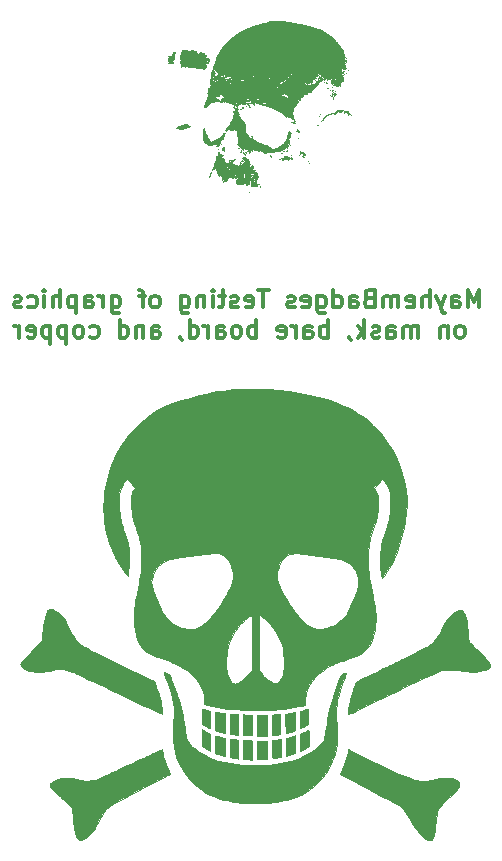
<source format=gbr>
G04 #@! TF.FileFunction,Legend,Bot*
%FSLAX46Y46*%
G04 Gerber Fmt 4.6, Leading zero omitted, Abs format (unit mm)*
G04 Created by KiCad (PCBNEW 4.0.7) date Tuesday, December 26, 2017 'AMt' 12:13:18 AM*
%MOMM*%
%LPD*%
G01*
G04 APERTURE LIST*
%ADD10C,0.100000*%
%ADD11C,0.300000*%
%ADD12C,0.010000*%
G04 APERTURE END LIST*
D10*
D11*
X138360000Y-99733571D02*
X138360000Y-98233571D01*
X137860000Y-99305000D01*
X137360000Y-98233571D01*
X137360000Y-99733571D01*
X136002857Y-99733571D02*
X136002857Y-98947857D01*
X136074286Y-98805000D01*
X136217143Y-98733571D01*
X136502857Y-98733571D01*
X136645714Y-98805000D01*
X136002857Y-99662143D02*
X136145714Y-99733571D01*
X136502857Y-99733571D01*
X136645714Y-99662143D01*
X136717143Y-99519286D01*
X136717143Y-99376429D01*
X136645714Y-99233571D01*
X136502857Y-99162143D01*
X136145714Y-99162143D01*
X136002857Y-99090714D01*
X135431428Y-98733571D02*
X135074285Y-99733571D01*
X134717143Y-98733571D02*
X135074285Y-99733571D01*
X135217143Y-100090714D01*
X135288571Y-100162143D01*
X135431428Y-100233571D01*
X134145714Y-99733571D02*
X134145714Y-98233571D01*
X133502857Y-99733571D02*
X133502857Y-98947857D01*
X133574286Y-98805000D01*
X133717143Y-98733571D01*
X133931428Y-98733571D01*
X134074286Y-98805000D01*
X134145714Y-98876429D01*
X132217143Y-99662143D02*
X132360000Y-99733571D01*
X132645714Y-99733571D01*
X132788571Y-99662143D01*
X132860000Y-99519286D01*
X132860000Y-98947857D01*
X132788571Y-98805000D01*
X132645714Y-98733571D01*
X132360000Y-98733571D01*
X132217143Y-98805000D01*
X132145714Y-98947857D01*
X132145714Y-99090714D01*
X132860000Y-99233571D01*
X131502857Y-99733571D02*
X131502857Y-98733571D01*
X131502857Y-98876429D02*
X131431429Y-98805000D01*
X131288571Y-98733571D01*
X131074286Y-98733571D01*
X130931429Y-98805000D01*
X130860000Y-98947857D01*
X130860000Y-99733571D01*
X130860000Y-98947857D02*
X130788571Y-98805000D01*
X130645714Y-98733571D01*
X130431429Y-98733571D01*
X130288571Y-98805000D01*
X130217143Y-98947857D01*
X130217143Y-99733571D01*
X129002857Y-98947857D02*
X128788571Y-99019286D01*
X128717143Y-99090714D01*
X128645714Y-99233571D01*
X128645714Y-99447857D01*
X128717143Y-99590714D01*
X128788571Y-99662143D01*
X128931429Y-99733571D01*
X129502857Y-99733571D01*
X129502857Y-98233571D01*
X129002857Y-98233571D01*
X128860000Y-98305000D01*
X128788571Y-98376429D01*
X128717143Y-98519286D01*
X128717143Y-98662143D01*
X128788571Y-98805000D01*
X128860000Y-98876429D01*
X129002857Y-98947857D01*
X129502857Y-98947857D01*
X127360000Y-99733571D02*
X127360000Y-98947857D01*
X127431429Y-98805000D01*
X127574286Y-98733571D01*
X127860000Y-98733571D01*
X128002857Y-98805000D01*
X127360000Y-99662143D02*
X127502857Y-99733571D01*
X127860000Y-99733571D01*
X128002857Y-99662143D01*
X128074286Y-99519286D01*
X128074286Y-99376429D01*
X128002857Y-99233571D01*
X127860000Y-99162143D01*
X127502857Y-99162143D01*
X127360000Y-99090714D01*
X126002857Y-99733571D02*
X126002857Y-98233571D01*
X126002857Y-99662143D02*
X126145714Y-99733571D01*
X126431428Y-99733571D01*
X126574286Y-99662143D01*
X126645714Y-99590714D01*
X126717143Y-99447857D01*
X126717143Y-99019286D01*
X126645714Y-98876429D01*
X126574286Y-98805000D01*
X126431428Y-98733571D01*
X126145714Y-98733571D01*
X126002857Y-98805000D01*
X124645714Y-98733571D02*
X124645714Y-99947857D01*
X124717143Y-100090714D01*
X124788571Y-100162143D01*
X124931428Y-100233571D01*
X125145714Y-100233571D01*
X125288571Y-100162143D01*
X124645714Y-99662143D02*
X124788571Y-99733571D01*
X125074285Y-99733571D01*
X125217143Y-99662143D01*
X125288571Y-99590714D01*
X125360000Y-99447857D01*
X125360000Y-99019286D01*
X125288571Y-98876429D01*
X125217143Y-98805000D01*
X125074285Y-98733571D01*
X124788571Y-98733571D01*
X124645714Y-98805000D01*
X123360000Y-99662143D02*
X123502857Y-99733571D01*
X123788571Y-99733571D01*
X123931428Y-99662143D01*
X124002857Y-99519286D01*
X124002857Y-98947857D01*
X123931428Y-98805000D01*
X123788571Y-98733571D01*
X123502857Y-98733571D01*
X123360000Y-98805000D01*
X123288571Y-98947857D01*
X123288571Y-99090714D01*
X124002857Y-99233571D01*
X122717143Y-99662143D02*
X122574286Y-99733571D01*
X122288571Y-99733571D01*
X122145714Y-99662143D01*
X122074286Y-99519286D01*
X122074286Y-99447857D01*
X122145714Y-99305000D01*
X122288571Y-99233571D01*
X122502857Y-99233571D01*
X122645714Y-99162143D01*
X122717143Y-99019286D01*
X122717143Y-98947857D01*
X122645714Y-98805000D01*
X122502857Y-98733571D01*
X122288571Y-98733571D01*
X122145714Y-98805000D01*
X120502857Y-98233571D02*
X119645714Y-98233571D01*
X120074285Y-99733571D02*
X120074285Y-98233571D01*
X118574286Y-99662143D02*
X118717143Y-99733571D01*
X119002857Y-99733571D01*
X119145714Y-99662143D01*
X119217143Y-99519286D01*
X119217143Y-98947857D01*
X119145714Y-98805000D01*
X119002857Y-98733571D01*
X118717143Y-98733571D01*
X118574286Y-98805000D01*
X118502857Y-98947857D01*
X118502857Y-99090714D01*
X119217143Y-99233571D01*
X117931429Y-99662143D02*
X117788572Y-99733571D01*
X117502857Y-99733571D01*
X117360000Y-99662143D01*
X117288572Y-99519286D01*
X117288572Y-99447857D01*
X117360000Y-99305000D01*
X117502857Y-99233571D01*
X117717143Y-99233571D01*
X117860000Y-99162143D01*
X117931429Y-99019286D01*
X117931429Y-98947857D01*
X117860000Y-98805000D01*
X117717143Y-98733571D01*
X117502857Y-98733571D01*
X117360000Y-98805000D01*
X116860000Y-98733571D02*
X116288571Y-98733571D01*
X116645714Y-98233571D02*
X116645714Y-99519286D01*
X116574286Y-99662143D01*
X116431428Y-99733571D01*
X116288571Y-99733571D01*
X115788571Y-99733571D02*
X115788571Y-98733571D01*
X115788571Y-98233571D02*
X115860000Y-98305000D01*
X115788571Y-98376429D01*
X115717143Y-98305000D01*
X115788571Y-98233571D01*
X115788571Y-98376429D01*
X115074285Y-98733571D02*
X115074285Y-99733571D01*
X115074285Y-98876429D02*
X115002857Y-98805000D01*
X114859999Y-98733571D01*
X114645714Y-98733571D01*
X114502857Y-98805000D01*
X114431428Y-98947857D01*
X114431428Y-99733571D01*
X113074285Y-98733571D02*
X113074285Y-99947857D01*
X113145714Y-100090714D01*
X113217142Y-100162143D01*
X113359999Y-100233571D01*
X113574285Y-100233571D01*
X113717142Y-100162143D01*
X113074285Y-99662143D02*
X113217142Y-99733571D01*
X113502856Y-99733571D01*
X113645714Y-99662143D01*
X113717142Y-99590714D01*
X113788571Y-99447857D01*
X113788571Y-99019286D01*
X113717142Y-98876429D01*
X113645714Y-98805000D01*
X113502856Y-98733571D01*
X113217142Y-98733571D01*
X113074285Y-98805000D01*
X111002856Y-99733571D02*
X111145714Y-99662143D01*
X111217142Y-99590714D01*
X111288571Y-99447857D01*
X111288571Y-99019286D01*
X111217142Y-98876429D01*
X111145714Y-98805000D01*
X111002856Y-98733571D01*
X110788571Y-98733571D01*
X110645714Y-98805000D01*
X110574285Y-98876429D01*
X110502856Y-99019286D01*
X110502856Y-99447857D01*
X110574285Y-99590714D01*
X110645714Y-99662143D01*
X110788571Y-99733571D01*
X111002856Y-99733571D01*
X110074285Y-98733571D02*
X109502856Y-98733571D01*
X109859999Y-99733571D02*
X109859999Y-98447857D01*
X109788571Y-98305000D01*
X109645713Y-98233571D01*
X109502856Y-98233571D01*
X107217142Y-98733571D02*
X107217142Y-99947857D01*
X107288571Y-100090714D01*
X107359999Y-100162143D01*
X107502856Y-100233571D01*
X107717142Y-100233571D01*
X107859999Y-100162143D01*
X107217142Y-99662143D02*
X107359999Y-99733571D01*
X107645713Y-99733571D01*
X107788571Y-99662143D01*
X107859999Y-99590714D01*
X107931428Y-99447857D01*
X107931428Y-99019286D01*
X107859999Y-98876429D01*
X107788571Y-98805000D01*
X107645713Y-98733571D01*
X107359999Y-98733571D01*
X107217142Y-98805000D01*
X106502856Y-99733571D02*
X106502856Y-98733571D01*
X106502856Y-99019286D02*
X106431428Y-98876429D01*
X106359999Y-98805000D01*
X106217142Y-98733571D01*
X106074285Y-98733571D01*
X104931428Y-99733571D02*
X104931428Y-98947857D01*
X105002857Y-98805000D01*
X105145714Y-98733571D01*
X105431428Y-98733571D01*
X105574285Y-98805000D01*
X104931428Y-99662143D02*
X105074285Y-99733571D01*
X105431428Y-99733571D01*
X105574285Y-99662143D01*
X105645714Y-99519286D01*
X105645714Y-99376429D01*
X105574285Y-99233571D01*
X105431428Y-99162143D01*
X105074285Y-99162143D01*
X104931428Y-99090714D01*
X104217142Y-98733571D02*
X104217142Y-100233571D01*
X104217142Y-98805000D02*
X104074285Y-98733571D01*
X103788571Y-98733571D01*
X103645714Y-98805000D01*
X103574285Y-98876429D01*
X103502856Y-99019286D01*
X103502856Y-99447857D01*
X103574285Y-99590714D01*
X103645714Y-99662143D01*
X103788571Y-99733571D01*
X104074285Y-99733571D01*
X104217142Y-99662143D01*
X102859999Y-99733571D02*
X102859999Y-98233571D01*
X102217142Y-99733571D02*
X102217142Y-98947857D01*
X102288571Y-98805000D01*
X102431428Y-98733571D01*
X102645713Y-98733571D01*
X102788571Y-98805000D01*
X102859999Y-98876429D01*
X101502856Y-99733571D02*
X101502856Y-98733571D01*
X101502856Y-98233571D02*
X101574285Y-98305000D01*
X101502856Y-98376429D01*
X101431428Y-98305000D01*
X101502856Y-98233571D01*
X101502856Y-98376429D01*
X100145713Y-99662143D02*
X100288570Y-99733571D01*
X100574284Y-99733571D01*
X100717142Y-99662143D01*
X100788570Y-99590714D01*
X100859999Y-99447857D01*
X100859999Y-99019286D01*
X100788570Y-98876429D01*
X100717142Y-98805000D01*
X100574284Y-98733571D01*
X100288570Y-98733571D01*
X100145713Y-98805000D01*
X99574285Y-99662143D02*
X99431428Y-99733571D01*
X99145713Y-99733571D01*
X99002856Y-99662143D01*
X98931428Y-99519286D01*
X98931428Y-99447857D01*
X99002856Y-99305000D01*
X99145713Y-99233571D01*
X99359999Y-99233571D01*
X99502856Y-99162143D01*
X99574285Y-99019286D01*
X99574285Y-98947857D01*
X99502856Y-98805000D01*
X99359999Y-98733571D01*
X99145713Y-98733571D01*
X99002856Y-98805000D01*
X136824285Y-102283571D02*
X136967143Y-102212143D01*
X137038571Y-102140714D01*
X137110000Y-101997857D01*
X137110000Y-101569286D01*
X137038571Y-101426429D01*
X136967143Y-101355000D01*
X136824285Y-101283571D01*
X136610000Y-101283571D01*
X136467143Y-101355000D01*
X136395714Y-101426429D01*
X136324285Y-101569286D01*
X136324285Y-101997857D01*
X136395714Y-102140714D01*
X136467143Y-102212143D01*
X136610000Y-102283571D01*
X136824285Y-102283571D01*
X135681428Y-101283571D02*
X135681428Y-102283571D01*
X135681428Y-101426429D02*
X135610000Y-101355000D01*
X135467142Y-101283571D01*
X135252857Y-101283571D01*
X135110000Y-101355000D01*
X135038571Y-101497857D01*
X135038571Y-102283571D01*
X133181428Y-102283571D02*
X133181428Y-101283571D01*
X133181428Y-101426429D02*
X133110000Y-101355000D01*
X132967142Y-101283571D01*
X132752857Y-101283571D01*
X132610000Y-101355000D01*
X132538571Y-101497857D01*
X132538571Y-102283571D01*
X132538571Y-101497857D02*
X132467142Y-101355000D01*
X132324285Y-101283571D01*
X132110000Y-101283571D01*
X131967142Y-101355000D01*
X131895714Y-101497857D01*
X131895714Y-102283571D01*
X130538571Y-102283571D02*
X130538571Y-101497857D01*
X130610000Y-101355000D01*
X130752857Y-101283571D01*
X131038571Y-101283571D01*
X131181428Y-101355000D01*
X130538571Y-102212143D02*
X130681428Y-102283571D01*
X131038571Y-102283571D01*
X131181428Y-102212143D01*
X131252857Y-102069286D01*
X131252857Y-101926429D01*
X131181428Y-101783571D01*
X131038571Y-101712143D01*
X130681428Y-101712143D01*
X130538571Y-101640714D01*
X129895714Y-102212143D02*
X129752857Y-102283571D01*
X129467142Y-102283571D01*
X129324285Y-102212143D01*
X129252857Y-102069286D01*
X129252857Y-101997857D01*
X129324285Y-101855000D01*
X129467142Y-101783571D01*
X129681428Y-101783571D01*
X129824285Y-101712143D01*
X129895714Y-101569286D01*
X129895714Y-101497857D01*
X129824285Y-101355000D01*
X129681428Y-101283571D01*
X129467142Y-101283571D01*
X129324285Y-101355000D01*
X128609999Y-102283571D02*
X128609999Y-100783571D01*
X128467142Y-101712143D02*
X128038571Y-102283571D01*
X128038571Y-101283571D02*
X128609999Y-101855000D01*
X127324285Y-102212143D02*
X127324285Y-102283571D01*
X127395713Y-102426429D01*
X127467142Y-102497857D01*
X125538570Y-102283571D02*
X125538570Y-100783571D01*
X125538570Y-101355000D02*
X125395713Y-101283571D01*
X125109999Y-101283571D01*
X124967142Y-101355000D01*
X124895713Y-101426429D01*
X124824284Y-101569286D01*
X124824284Y-101997857D01*
X124895713Y-102140714D01*
X124967142Y-102212143D01*
X125109999Y-102283571D01*
X125395713Y-102283571D01*
X125538570Y-102212143D01*
X123538570Y-102283571D02*
X123538570Y-101497857D01*
X123609999Y-101355000D01*
X123752856Y-101283571D01*
X124038570Y-101283571D01*
X124181427Y-101355000D01*
X123538570Y-102212143D02*
X123681427Y-102283571D01*
X124038570Y-102283571D01*
X124181427Y-102212143D01*
X124252856Y-102069286D01*
X124252856Y-101926429D01*
X124181427Y-101783571D01*
X124038570Y-101712143D01*
X123681427Y-101712143D01*
X123538570Y-101640714D01*
X122824284Y-102283571D02*
X122824284Y-101283571D01*
X122824284Y-101569286D02*
X122752856Y-101426429D01*
X122681427Y-101355000D01*
X122538570Y-101283571D01*
X122395713Y-101283571D01*
X121324285Y-102212143D02*
X121467142Y-102283571D01*
X121752856Y-102283571D01*
X121895713Y-102212143D01*
X121967142Y-102069286D01*
X121967142Y-101497857D01*
X121895713Y-101355000D01*
X121752856Y-101283571D01*
X121467142Y-101283571D01*
X121324285Y-101355000D01*
X121252856Y-101497857D01*
X121252856Y-101640714D01*
X121967142Y-101783571D01*
X119467142Y-102283571D02*
X119467142Y-100783571D01*
X119467142Y-101355000D02*
X119324285Y-101283571D01*
X119038571Y-101283571D01*
X118895714Y-101355000D01*
X118824285Y-101426429D01*
X118752856Y-101569286D01*
X118752856Y-101997857D01*
X118824285Y-102140714D01*
X118895714Y-102212143D01*
X119038571Y-102283571D01*
X119324285Y-102283571D01*
X119467142Y-102212143D01*
X117895713Y-102283571D02*
X118038571Y-102212143D01*
X118109999Y-102140714D01*
X118181428Y-101997857D01*
X118181428Y-101569286D01*
X118109999Y-101426429D01*
X118038571Y-101355000D01*
X117895713Y-101283571D01*
X117681428Y-101283571D01*
X117538571Y-101355000D01*
X117467142Y-101426429D01*
X117395713Y-101569286D01*
X117395713Y-101997857D01*
X117467142Y-102140714D01*
X117538571Y-102212143D01*
X117681428Y-102283571D01*
X117895713Y-102283571D01*
X116109999Y-102283571D02*
X116109999Y-101497857D01*
X116181428Y-101355000D01*
X116324285Y-101283571D01*
X116609999Y-101283571D01*
X116752856Y-101355000D01*
X116109999Y-102212143D02*
X116252856Y-102283571D01*
X116609999Y-102283571D01*
X116752856Y-102212143D01*
X116824285Y-102069286D01*
X116824285Y-101926429D01*
X116752856Y-101783571D01*
X116609999Y-101712143D01*
X116252856Y-101712143D01*
X116109999Y-101640714D01*
X115395713Y-102283571D02*
X115395713Y-101283571D01*
X115395713Y-101569286D02*
X115324285Y-101426429D01*
X115252856Y-101355000D01*
X115109999Y-101283571D01*
X114967142Y-101283571D01*
X113824285Y-102283571D02*
X113824285Y-100783571D01*
X113824285Y-102212143D02*
X113967142Y-102283571D01*
X114252856Y-102283571D01*
X114395714Y-102212143D01*
X114467142Y-102140714D01*
X114538571Y-101997857D01*
X114538571Y-101569286D01*
X114467142Y-101426429D01*
X114395714Y-101355000D01*
X114252856Y-101283571D01*
X113967142Y-101283571D01*
X113824285Y-101355000D01*
X113038571Y-102212143D02*
X113038571Y-102283571D01*
X113109999Y-102426429D01*
X113181428Y-102497857D01*
X110609999Y-102283571D02*
X110609999Y-101497857D01*
X110681428Y-101355000D01*
X110824285Y-101283571D01*
X111109999Y-101283571D01*
X111252856Y-101355000D01*
X110609999Y-102212143D02*
X110752856Y-102283571D01*
X111109999Y-102283571D01*
X111252856Y-102212143D01*
X111324285Y-102069286D01*
X111324285Y-101926429D01*
X111252856Y-101783571D01*
X111109999Y-101712143D01*
X110752856Y-101712143D01*
X110609999Y-101640714D01*
X109895713Y-101283571D02*
X109895713Y-102283571D01*
X109895713Y-101426429D02*
X109824285Y-101355000D01*
X109681427Y-101283571D01*
X109467142Y-101283571D01*
X109324285Y-101355000D01*
X109252856Y-101497857D01*
X109252856Y-102283571D01*
X107895713Y-102283571D02*
X107895713Y-100783571D01*
X107895713Y-102212143D02*
X108038570Y-102283571D01*
X108324284Y-102283571D01*
X108467142Y-102212143D01*
X108538570Y-102140714D01*
X108609999Y-101997857D01*
X108609999Y-101569286D01*
X108538570Y-101426429D01*
X108467142Y-101355000D01*
X108324284Y-101283571D01*
X108038570Y-101283571D01*
X107895713Y-101355000D01*
X105395713Y-102212143D02*
X105538570Y-102283571D01*
X105824284Y-102283571D01*
X105967142Y-102212143D01*
X106038570Y-102140714D01*
X106109999Y-101997857D01*
X106109999Y-101569286D01*
X106038570Y-101426429D01*
X105967142Y-101355000D01*
X105824284Y-101283571D01*
X105538570Y-101283571D01*
X105395713Y-101355000D01*
X104538570Y-102283571D02*
X104681428Y-102212143D01*
X104752856Y-102140714D01*
X104824285Y-101997857D01*
X104824285Y-101569286D01*
X104752856Y-101426429D01*
X104681428Y-101355000D01*
X104538570Y-101283571D01*
X104324285Y-101283571D01*
X104181428Y-101355000D01*
X104109999Y-101426429D01*
X104038570Y-101569286D01*
X104038570Y-101997857D01*
X104109999Y-102140714D01*
X104181428Y-102212143D01*
X104324285Y-102283571D01*
X104538570Y-102283571D01*
X103395713Y-101283571D02*
X103395713Y-102783571D01*
X103395713Y-101355000D02*
X103252856Y-101283571D01*
X102967142Y-101283571D01*
X102824285Y-101355000D01*
X102752856Y-101426429D01*
X102681427Y-101569286D01*
X102681427Y-101997857D01*
X102752856Y-102140714D01*
X102824285Y-102212143D01*
X102967142Y-102283571D01*
X103252856Y-102283571D01*
X103395713Y-102212143D01*
X102038570Y-101283571D02*
X102038570Y-102783571D01*
X102038570Y-101355000D02*
X101895713Y-101283571D01*
X101609999Y-101283571D01*
X101467142Y-101355000D01*
X101395713Y-101426429D01*
X101324284Y-101569286D01*
X101324284Y-101997857D01*
X101395713Y-102140714D01*
X101467142Y-102212143D01*
X101609999Y-102283571D01*
X101895713Y-102283571D01*
X102038570Y-102212143D01*
X100109999Y-102212143D02*
X100252856Y-102283571D01*
X100538570Y-102283571D01*
X100681427Y-102212143D01*
X100752856Y-102069286D01*
X100752856Y-101497857D01*
X100681427Y-101355000D01*
X100538570Y-101283571D01*
X100252856Y-101283571D01*
X100109999Y-101355000D01*
X100038570Y-101497857D01*
X100038570Y-101640714D01*
X100752856Y-101783571D01*
X99395713Y-102283571D02*
X99395713Y-101283571D01*
X99395713Y-101569286D02*
X99324285Y-101426429D01*
X99252856Y-101355000D01*
X99109999Y-101283571D01*
X98967142Y-101283571D01*
D12*
G36*
X127250811Y-137143469D02*
X127238140Y-137184333D01*
X127223689Y-137255605D01*
X127216682Y-137299700D01*
X127195160Y-137418829D01*
X127160987Y-137572380D01*
X127117811Y-137746655D01*
X127069279Y-137927962D01*
X127019036Y-138102605D01*
X126970730Y-138256889D01*
X126933707Y-138362349D01*
X126886583Y-138479061D01*
X126824511Y-138622383D01*
X126755735Y-138773726D01*
X126691664Y-138908069D01*
X126636490Y-139022080D01*
X126591397Y-139118448D01*
X126560207Y-139188754D01*
X126546741Y-139224581D01*
X126546737Y-139227352D01*
X126569893Y-139239819D01*
X126635105Y-139274517D01*
X126739519Y-139329935D01*
X126880282Y-139404562D01*
X127054538Y-139496886D01*
X127259433Y-139605397D01*
X127492115Y-139728583D01*
X127749727Y-139864933D01*
X128029417Y-140012936D01*
X128328330Y-140171080D01*
X128643613Y-140337855D01*
X128972410Y-140511749D01*
X129070100Y-140563410D01*
X129404036Y-140740098D01*
X129726411Y-140910862D01*
X130034260Y-141074121D01*
X130324616Y-141228294D01*
X130594513Y-141371799D01*
X130840985Y-141503055D01*
X131061066Y-141620481D01*
X131251790Y-141722495D01*
X131410191Y-141807516D01*
X131533303Y-141873962D01*
X131618160Y-141920253D01*
X131661795Y-141944807D01*
X131665905Y-141947356D01*
X131744840Y-142014998D01*
X131844427Y-142125362D01*
X131962707Y-142275683D01*
X132097720Y-142463193D01*
X132247505Y-142685126D01*
X132410103Y-142938715D01*
X132583553Y-143221193D01*
X132664981Y-143357600D01*
X132768111Y-143530964D01*
X132853032Y-143670434D01*
X132926982Y-143786081D01*
X132997196Y-143887981D01*
X133070910Y-143986205D01*
X133155359Y-144090829D01*
X133257779Y-144211925D01*
X133381198Y-144354722D01*
X133490425Y-144479022D01*
X133575695Y-144571336D01*
X133645187Y-144639024D01*
X133707078Y-144689444D01*
X133769546Y-144729957D01*
X133839870Y-144767472D01*
X133991272Y-144831382D01*
X134116267Y-144856560D01*
X134220983Y-144843288D01*
X134311546Y-144791850D01*
X134314500Y-144789391D01*
X134373205Y-144734348D01*
X134421025Y-144673825D01*
X134459964Y-144601120D01*
X134492023Y-144509529D01*
X134519204Y-144392350D01*
X134543508Y-144242882D01*
X134566938Y-144054420D01*
X134585176Y-143883103D01*
X134623767Y-143517167D01*
X134660308Y-143199239D01*
X134695256Y-142926587D01*
X134729066Y-142696481D01*
X134762194Y-142506191D01*
X134795096Y-142352985D01*
X134828228Y-142234133D01*
X134862046Y-142146904D01*
X134880847Y-142111835D01*
X134911201Y-142074707D01*
X134974374Y-142007006D01*
X135066149Y-141912932D01*
X135182312Y-141796688D01*
X135318647Y-141662472D01*
X135470939Y-141514486D01*
X135634974Y-141356930D01*
X135712200Y-141283359D01*
X135918212Y-141086945D01*
X136090132Y-140921163D01*
X136231242Y-140782235D01*
X136344819Y-140666381D01*
X136434145Y-140569822D01*
X136502498Y-140488781D01*
X136553157Y-140419478D01*
X136589403Y-140358134D01*
X136614515Y-140300971D01*
X136631772Y-140244210D01*
X136638128Y-140216475D01*
X136639861Y-140099371D01*
X136603276Y-139969476D01*
X136532659Y-139841670D01*
X136528478Y-139835832D01*
X136485607Y-139782944D01*
X136439525Y-139746105D01*
X136375688Y-139717066D01*
X136279548Y-139687577D01*
X136255353Y-139680951D01*
X135961511Y-139609912D01*
X135696604Y-139566369D01*
X135446907Y-139550237D01*
X135198696Y-139561432D01*
X134938243Y-139599871D01*
X134651825Y-139665469D01*
X134630772Y-139670990D01*
X134397581Y-139729966D01*
X134200413Y-139773167D01*
X134027539Y-139802143D01*
X133867227Y-139818443D01*
X133707747Y-139823618D01*
X133537368Y-139819218D01*
X133516601Y-139818171D01*
X133366143Y-139808413D01*
X133226030Y-139794536D01*
X133090561Y-139774806D01*
X132954033Y-139747491D01*
X132810741Y-139710858D01*
X132654984Y-139663174D01*
X132481057Y-139602705D01*
X132283259Y-139527718D01*
X132055885Y-139436481D01*
X131793232Y-139327261D01*
X131521200Y-139211827D01*
X131091077Y-139023439D01*
X130623490Y-138809830D01*
X130123556Y-138573489D01*
X129596387Y-138316907D01*
X129047098Y-138042573D01*
X128480802Y-137752976D01*
X127902614Y-137450608D01*
X127889000Y-137443409D01*
X127680447Y-137334442D01*
X127511970Y-137249337D01*
X127384437Y-137188501D01*
X127298715Y-137152344D01*
X127255672Y-137141272D01*
X127250811Y-137143469D01*
X127250811Y-137143469D01*
G37*
X127250811Y-137143469D02*
X127238140Y-137184333D01*
X127223689Y-137255605D01*
X127216682Y-137299700D01*
X127195160Y-137418829D01*
X127160987Y-137572380D01*
X127117811Y-137746655D01*
X127069279Y-137927962D01*
X127019036Y-138102605D01*
X126970730Y-138256889D01*
X126933707Y-138362349D01*
X126886583Y-138479061D01*
X126824511Y-138622383D01*
X126755735Y-138773726D01*
X126691664Y-138908069D01*
X126636490Y-139022080D01*
X126591397Y-139118448D01*
X126560207Y-139188754D01*
X126546741Y-139224581D01*
X126546737Y-139227352D01*
X126569893Y-139239819D01*
X126635105Y-139274517D01*
X126739519Y-139329935D01*
X126880282Y-139404562D01*
X127054538Y-139496886D01*
X127259433Y-139605397D01*
X127492115Y-139728583D01*
X127749727Y-139864933D01*
X128029417Y-140012936D01*
X128328330Y-140171080D01*
X128643613Y-140337855D01*
X128972410Y-140511749D01*
X129070100Y-140563410D01*
X129404036Y-140740098D01*
X129726411Y-140910862D01*
X130034260Y-141074121D01*
X130324616Y-141228294D01*
X130594513Y-141371799D01*
X130840985Y-141503055D01*
X131061066Y-141620481D01*
X131251790Y-141722495D01*
X131410191Y-141807516D01*
X131533303Y-141873962D01*
X131618160Y-141920253D01*
X131661795Y-141944807D01*
X131665905Y-141947356D01*
X131744840Y-142014998D01*
X131844427Y-142125362D01*
X131962707Y-142275683D01*
X132097720Y-142463193D01*
X132247505Y-142685126D01*
X132410103Y-142938715D01*
X132583553Y-143221193D01*
X132664981Y-143357600D01*
X132768111Y-143530964D01*
X132853032Y-143670434D01*
X132926982Y-143786081D01*
X132997196Y-143887981D01*
X133070910Y-143986205D01*
X133155359Y-144090829D01*
X133257779Y-144211925D01*
X133381198Y-144354722D01*
X133490425Y-144479022D01*
X133575695Y-144571336D01*
X133645187Y-144639024D01*
X133707078Y-144689444D01*
X133769546Y-144729957D01*
X133839870Y-144767472D01*
X133991272Y-144831382D01*
X134116267Y-144856560D01*
X134220983Y-144843288D01*
X134311546Y-144791850D01*
X134314500Y-144789391D01*
X134373205Y-144734348D01*
X134421025Y-144673825D01*
X134459964Y-144601120D01*
X134492023Y-144509529D01*
X134519204Y-144392350D01*
X134543508Y-144242882D01*
X134566938Y-144054420D01*
X134585176Y-143883103D01*
X134623767Y-143517167D01*
X134660308Y-143199239D01*
X134695256Y-142926587D01*
X134729066Y-142696481D01*
X134762194Y-142506191D01*
X134795096Y-142352985D01*
X134828228Y-142234133D01*
X134862046Y-142146904D01*
X134880847Y-142111835D01*
X134911201Y-142074707D01*
X134974374Y-142007006D01*
X135066149Y-141912932D01*
X135182312Y-141796688D01*
X135318647Y-141662472D01*
X135470939Y-141514486D01*
X135634974Y-141356930D01*
X135712200Y-141283359D01*
X135918212Y-141086945D01*
X136090132Y-140921163D01*
X136231242Y-140782235D01*
X136344819Y-140666381D01*
X136434145Y-140569822D01*
X136502498Y-140488781D01*
X136553157Y-140419478D01*
X136589403Y-140358134D01*
X136614515Y-140300971D01*
X136631772Y-140244210D01*
X136638128Y-140216475D01*
X136639861Y-140099371D01*
X136603276Y-139969476D01*
X136532659Y-139841670D01*
X136528478Y-139835832D01*
X136485607Y-139782944D01*
X136439525Y-139746105D01*
X136375688Y-139717066D01*
X136279548Y-139687577D01*
X136255353Y-139680951D01*
X135961511Y-139609912D01*
X135696604Y-139566369D01*
X135446907Y-139550237D01*
X135198696Y-139561432D01*
X134938243Y-139599871D01*
X134651825Y-139665469D01*
X134630772Y-139670990D01*
X134397581Y-139729966D01*
X134200413Y-139773167D01*
X134027539Y-139802143D01*
X133867227Y-139818443D01*
X133707747Y-139823618D01*
X133537368Y-139819218D01*
X133516601Y-139818171D01*
X133366143Y-139808413D01*
X133226030Y-139794536D01*
X133090561Y-139774806D01*
X132954033Y-139747491D01*
X132810741Y-139710858D01*
X132654984Y-139663174D01*
X132481057Y-139602705D01*
X132283259Y-139527718D01*
X132055885Y-139436481D01*
X131793232Y-139327261D01*
X131521200Y-139211827D01*
X131091077Y-139023439D01*
X130623490Y-138809830D01*
X130123556Y-138573489D01*
X129596387Y-138316907D01*
X129047098Y-138042573D01*
X128480802Y-137752976D01*
X127902614Y-137450608D01*
X127889000Y-137443409D01*
X127680447Y-137334442D01*
X127511970Y-137249337D01*
X127384437Y-137188501D01*
X127298715Y-137152344D01*
X127255672Y-137141272D01*
X127250811Y-137143469D01*
G36*
X111449375Y-137155498D02*
X111383044Y-137185659D01*
X111276471Y-137234524D01*
X111132571Y-137300747D01*
X110954258Y-137382981D01*
X110744449Y-137479877D01*
X110506057Y-137590090D01*
X110241999Y-137712271D01*
X109955189Y-137845073D01*
X109648543Y-137987149D01*
X109324975Y-138137151D01*
X108987402Y-138293733D01*
X108877100Y-138344915D01*
X108531377Y-138505212D01*
X108195814Y-138660535D01*
X107873610Y-138809416D01*
X107567963Y-138950388D01*
X107282072Y-139081987D01*
X107019136Y-139202743D01*
X106782352Y-139311193D01*
X106574920Y-139405867D01*
X106400037Y-139485301D01*
X106260903Y-139548026D01*
X106160715Y-139592578D01*
X106102672Y-139617489D01*
X106095800Y-139620217D01*
X105797796Y-139715286D01*
X105490427Y-139773421D01*
X105255689Y-139794399D01*
X105078884Y-139798563D01*
X104905493Y-139790550D01*
X104723672Y-139768832D01*
X104521577Y-139731882D01*
X104287366Y-139678171D01*
X104215475Y-139660188D01*
X103962472Y-139600215D01*
X103745262Y-139559319D01*
X103552767Y-139536976D01*
X103373910Y-139532666D01*
X103197617Y-139545868D01*
X103012810Y-139576060D01*
X102908100Y-139598662D01*
X102682491Y-139659004D01*
X102477664Y-139730238D01*
X102300229Y-139809218D01*
X102156797Y-139892799D01*
X102053980Y-139977835D01*
X102018531Y-140021934D01*
X101987957Y-140105265D01*
X101995736Y-140205035D01*
X102042725Y-140322390D01*
X102129779Y-140458474D01*
X102257753Y-140614434D01*
X102427505Y-140791416D01*
X102639890Y-140990565D01*
X102895764Y-141213027D01*
X102929653Y-141241529D01*
X103156954Y-141433547D01*
X103346380Y-141596911D01*
X103500358Y-141733890D01*
X103621317Y-141846752D01*
X103711685Y-141937768D01*
X103773889Y-142009206D01*
X103810358Y-142063335D01*
X103811617Y-142065760D01*
X103831089Y-142109511D01*
X103848382Y-142162780D01*
X103864261Y-142231007D01*
X103879491Y-142319629D01*
X103894839Y-142434083D01*
X103911069Y-142579809D01*
X103928946Y-142762244D01*
X103949237Y-142986825D01*
X103962118Y-143135111D01*
X103985547Y-143393825D01*
X104008150Y-143610245D01*
X104031331Y-143792828D01*
X104056491Y-143950030D01*
X104085034Y-144090308D01*
X104118362Y-144222120D01*
X104157878Y-144353922D01*
X104170949Y-144394121D01*
X104216298Y-144520954D01*
X104259388Y-144613427D01*
X104308465Y-144686884D01*
X104358649Y-144743371D01*
X104441765Y-144817145D01*
X104517589Y-144851273D01*
X104601177Y-144848275D01*
X104707586Y-144810671D01*
X104722065Y-144804197D01*
X104835088Y-144742087D01*
X104971413Y-144650362D01*
X105120828Y-144537587D01*
X105273124Y-144412325D01*
X105418090Y-144283141D01*
X105545516Y-144158599D01*
X105645192Y-144047263D01*
X105681020Y-143999822D01*
X105723320Y-143932079D01*
X105782487Y-143828004D01*
X105853414Y-143697065D01*
X105930993Y-143548731D01*
X106010117Y-143392472D01*
X106027408Y-143357600D01*
X106162714Y-143093063D01*
X106289823Y-142866780D01*
X106415792Y-142668544D01*
X106547677Y-142488153D01*
X106692534Y-142315402D01*
X106857420Y-142140088D01*
X106896649Y-142100595D01*
X107176798Y-141820900D01*
X109665249Y-140529083D01*
X109996599Y-140357004D01*
X110315350Y-140191335D01*
X110618600Y-140033593D01*
X110903446Y-139885294D01*
X111166984Y-139747953D01*
X111406311Y-139623086D01*
X111618524Y-139512209D01*
X111800721Y-139416839D01*
X111949998Y-139338490D01*
X112063451Y-139278679D01*
X112138179Y-139238922D01*
X112171278Y-139220734D01*
X112172635Y-139219829D01*
X112168410Y-139192316D01*
X112144382Y-139127775D01*
X112103994Y-139034347D01*
X112050688Y-138920173D01*
X112015353Y-138847945D01*
X111854912Y-138494374D01*
X111721573Y-138130484D01*
X111610112Y-137741077D01*
X111557436Y-137516014D01*
X111529033Y-137386973D01*
X111504410Y-137277338D01*
X111485564Y-137195829D01*
X111474495Y-137151169D01*
X111472548Y-137145390D01*
X111449375Y-137155498D01*
X111449375Y-137155498D01*
G37*
X111449375Y-137155498D02*
X111383044Y-137185659D01*
X111276471Y-137234524D01*
X111132571Y-137300747D01*
X110954258Y-137382981D01*
X110744449Y-137479877D01*
X110506057Y-137590090D01*
X110241999Y-137712271D01*
X109955189Y-137845073D01*
X109648543Y-137987149D01*
X109324975Y-138137151D01*
X108987402Y-138293733D01*
X108877100Y-138344915D01*
X108531377Y-138505212D01*
X108195814Y-138660535D01*
X107873610Y-138809416D01*
X107567963Y-138950388D01*
X107282072Y-139081987D01*
X107019136Y-139202743D01*
X106782352Y-139311193D01*
X106574920Y-139405867D01*
X106400037Y-139485301D01*
X106260903Y-139548026D01*
X106160715Y-139592578D01*
X106102672Y-139617489D01*
X106095800Y-139620217D01*
X105797796Y-139715286D01*
X105490427Y-139773421D01*
X105255689Y-139794399D01*
X105078884Y-139798563D01*
X104905493Y-139790550D01*
X104723672Y-139768832D01*
X104521577Y-139731882D01*
X104287366Y-139678171D01*
X104215475Y-139660188D01*
X103962472Y-139600215D01*
X103745262Y-139559319D01*
X103552767Y-139536976D01*
X103373910Y-139532666D01*
X103197617Y-139545868D01*
X103012810Y-139576060D01*
X102908100Y-139598662D01*
X102682491Y-139659004D01*
X102477664Y-139730238D01*
X102300229Y-139809218D01*
X102156797Y-139892799D01*
X102053980Y-139977835D01*
X102018531Y-140021934D01*
X101987957Y-140105265D01*
X101995736Y-140205035D01*
X102042725Y-140322390D01*
X102129779Y-140458474D01*
X102257753Y-140614434D01*
X102427505Y-140791416D01*
X102639890Y-140990565D01*
X102895764Y-141213027D01*
X102929653Y-141241529D01*
X103156954Y-141433547D01*
X103346380Y-141596911D01*
X103500358Y-141733890D01*
X103621317Y-141846752D01*
X103711685Y-141937768D01*
X103773889Y-142009206D01*
X103810358Y-142063335D01*
X103811617Y-142065760D01*
X103831089Y-142109511D01*
X103848382Y-142162780D01*
X103864261Y-142231007D01*
X103879491Y-142319629D01*
X103894839Y-142434083D01*
X103911069Y-142579809D01*
X103928946Y-142762244D01*
X103949237Y-142986825D01*
X103962118Y-143135111D01*
X103985547Y-143393825D01*
X104008150Y-143610245D01*
X104031331Y-143792828D01*
X104056491Y-143950030D01*
X104085034Y-144090308D01*
X104118362Y-144222120D01*
X104157878Y-144353922D01*
X104170949Y-144394121D01*
X104216298Y-144520954D01*
X104259388Y-144613427D01*
X104308465Y-144686884D01*
X104358649Y-144743371D01*
X104441765Y-144817145D01*
X104517589Y-144851273D01*
X104601177Y-144848275D01*
X104707586Y-144810671D01*
X104722065Y-144804197D01*
X104835088Y-144742087D01*
X104971413Y-144650362D01*
X105120828Y-144537587D01*
X105273124Y-144412325D01*
X105418090Y-144283141D01*
X105545516Y-144158599D01*
X105645192Y-144047263D01*
X105681020Y-143999822D01*
X105723320Y-143932079D01*
X105782487Y-143828004D01*
X105853414Y-143697065D01*
X105930993Y-143548731D01*
X106010117Y-143392472D01*
X106027408Y-143357600D01*
X106162714Y-143093063D01*
X106289823Y-142866780D01*
X106415792Y-142668544D01*
X106547677Y-142488153D01*
X106692534Y-142315402D01*
X106857420Y-142140088D01*
X106896649Y-142100595D01*
X107176798Y-141820900D01*
X109665249Y-140529083D01*
X109996599Y-140357004D01*
X110315350Y-140191335D01*
X110618600Y-140033593D01*
X110903446Y-139885294D01*
X111166984Y-139747953D01*
X111406311Y-139623086D01*
X111618524Y-139512209D01*
X111800721Y-139416839D01*
X111949998Y-139338490D01*
X112063451Y-139278679D01*
X112138179Y-139238922D01*
X112171278Y-139220734D01*
X112172635Y-139219829D01*
X112168410Y-139192316D01*
X112144382Y-139127775D01*
X112103994Y-139034347D01*
X112050688Y-138920173D01*
X112015353Y-138847945D01*
X111854912Y-138494374D01*
X111721573Y-138130484D01*
X111610112Y-137741077D01*
X111557436Y-137516014D01*
X111529033Y-137386973D01*
X111504410Y-137277338D01*
X111485564Y-137195829D01*
X111474495Y-137151169D01*
X111472548Y-137145390D01*
X111449375Y-137155498D01*
G36*
X111644006Y-130629287D02*
X111660390Y-130694117D01*
X111695196Y-130797335D01*
X111747179Y-130934991D01*
X111765552Y-130981450D01*
X111992050Y-131581694D01*
X112179712Y-132150049D01*
X112328708Y-132687166D01*
X112439209Y-133193700D01*
X112511384Y-133670303D01*
X112535817Y-133934200D01*
X112541818Y-134077560D01*
X112536650Y-134206096D01*
X112518641Y-134344078D01*
X112500840Y-134442200D01*
X112446932Y-134775289D01*
X112413316Y-135119402D01*
X112399153Y-135486862D01*
X112403161Y-135875744D01*
X112433774Y-136397542D01*
X112492593Y-136889449D01*
X112578966Y-137348267D01*
X112692238Y-137770801D01*
X112831759Y-138153855D01*
X112899210Y-138304689D01*
X113095539Y-138675606D01*
X113327898Y-139041665D01*
X113590645Y-139396912D01*
X113878140Y-139735393D01*
X114184742Y-140051153D01*
X114504809Y-140338240D01*
X114832700Y-140590698D01*
X115162775Y-140802574D01*
X115370593Y-140913168D01*
X115572959Y-141004900D01*
X115816614Y-141103496D01*
X116093067Y-141205678D01*
X116393828Y-141308171D01*
X116395500Y-141308719D01*
X116685802Y-141398582D01*
X116967026Y-141474146D01*
X117247024Y-141536505D01*
X117533648Y-141586753D01*
X117834749Y-141625985D01*
X118158180Y-141655294D01*
X118511792Y-141675775D01*
X118903436Y-141688523D01*
X119151400Y-141692808D01*
X119369184Y-141694663D01*
X119589265Y-141694911D01*
X119801417Y-141693658D01*
X119995415Y-141691009D01*
X120161033Y-141687070D01*
X120288045Y-141681948D01*
X120307100Y-141680841D01*
X120598628Y-141658498D01*
X120894506Y-141628024D01*
X121179246Y-141591324D01*
X121437359Y-141550304D01*
X121564400Y-141526176D01*
X121802975Y-141473401D01*
X122056237Y-141410096D01*
X122315046Y-141339092D01*
X122570259Y-141263221D01*
X122812734Y-141185315D01*
X123033328Y-141108206D01*
X123222900Y-141034726D01*
X123372307Y-140967707D01*
X123380500Y-140963597D01*
X123719096Y-140768413D01*
X124055790Y-140528704D01*
X124385304Y-140250631D01*
X124702357Y-139940356D01*
X125001668Y-139604040D01*
X125277957Y-139247846D01*
X125525944Y-138877935D01*
X125740349Y-138500469D01*
X125915892Y-138121609D01*
X125994559Y-137913147D01*
X126105771Y-137540595D01*
X126196126Y-137133496D01*
X126264802Y-136702807D01*
X126310976Y-136259487D01*
X126333824Y-135814492D01*
X126332522Y-135378779D01*
X126306248Y-134963306D01*
X126254178Y-134579031D01*
X126247721Y-134543807D01*
X126213169Y-134334441D01*
X126195246Y-134151768D01*
X126193031Y-133974810D01*
X126205606Y-133782586D01*
X126211698Y-133722743D01*
X126263622Y-133341620D01*
X126339021Y-132947874D01*
X126439384Y-132535939D01*
X126566198Y-132100248D01*
X126720952Y-131635237D01*
X126900833Y-131146556D01*
X126953036Y-131011616D01*
X127000823Y-130890345D01*
X127040457Y-130792050D01*
X127068205Y-130726040D01*
X127077953Y-130705125D01*
X127094956Y-130660123D01*
X127093392Y-130640924D01*
X127064877Y-130641676D01*
X127000968Y-130655029D01*
X126914684Y-130678192D01*
X126901655Y-130682030D01*
X126808298Y-130711408D01*
X126750150Y-130737543D01*
X126713441Y-130770679D01*
X126684402Y-130821057D01*
X126668738Y-130855281D01*
X126596482Y-131023676D01*
X126512590Y-131230193D01*
X126420908Y-131464571D01*
X126325282Y-131716546D01*
X126229559Y-131975857D01*
X126137583Y-132232243D01*
X126053200Y-132475442D01*
X125986899Y-132674648D01*
X125857948Y-133083987D01*
X125746078Y-133466698D01*
X125648647Y-133834496D01*
X125563011Y-134199093D01*
X125486529Y-134572199D01*
X125416559Y-134965528D01*
X125350458Y-135390792D01*
X125310868Y-135671177D01*
X125220992Y-136328654D01*
X125120151Y-136449098D01*
X124961581Y-136622791D01*
X124768511Y-136808942D01*
X124552239Y-136998029D01*
X124324063Y-137180534D01*
X124095284Y-137346934D01*
X123913900Y-137465463D01*
X123764113Y-137551474D01*
X123580893Y-137647242D01*
X123378733Y-137745966D01*
X123172127Y-137840846D01*
X122975567Y-137925081D01*
X122803547Y-137991871D01*
X122758200Y-138007724D01*
X122362595Y-138128918D01*
X121945290Y-138231892D01*
X121500861Y-138317556D01*
X121023883Y-138386819D01*
X120508933Y-138440592D01*
X119950587Y-138479782D01*
X119938800Y-138480431D01*
X119331288Y-138502657D01*
X118761656Y-138499984D01*
X118223109Y-138471700D01*
X117708855Y-138417094D01*
X117212102Y-138335454D01*
X116726056Y-138226068D01*
X116268500Y-138095948D01*
X115818737Y-137941095D01*
X115398043Y-137767583D01*
X115009408Y-137577334D01*
X114655819Y-137372268D01*
X114340265Y-137154308D01*
X114065736Y-136925375D01*
X113835218Y-136687391D01*
X113651701Y-136442278D01*
X113621760Y-136394005D01*
X113593255Y-136343583D01*
X113570463Y-136293484D01*
X113551435Y-136235241D01*
X113534222Y-136160384D01*
X113516876Y-136060444D01*
X113497448Y-135926955D01*
X113474111Y-135752375D01*
X113416633Y-135331529D01*
X113359197Y-134951351D01*
X113299512Y-134601765D01*
X113235288Y-134272694D01*
X113164233Y-133954060D01*
X113084056Y-133635786D01*
X112992466Y-133307794D01*
X112887172Y-132960007D01*
X112765883Y-132582349D01*
X112725795Y-132461000D01*
X112657992Y-132260883D01*
X112584982Y-132052479D01*
X112509070Y-131841753D01*
X112432557Y-131634665D01*
X112357745Y-131437180D01*
X112286938Y-131255259D01*
X112222438Y-131094866D01*
X112166548Y-130961964D01*
X112121571Y-130862516D01*
X112089808Y-130802484D01*
X112080529Y-130790009D01*
X112042197Y-130765332D01*
X111970998Y-130729971D01*
X111881820Y-130690221D01*
X111789549Y-130652377D01*
X111709070Y-130622734D01*
X111655269Y-130607587D01*
X111647294Y-130606800D01*
X111644006Y-130629287D01*
X111644006Y-130629287D01*
G37*
X111644006Y-130629287D02*
X111660390Y-130694117D01*
X111695196Y-130797335D01*
X111747179Y-130934991D01*
X111765552Y-130981450D01*
X111992050Y-131581694D01*
X112179712Y-132150049D01*
X112328708Y-132687166D01*
X112439209Y-133193700D01*
X112511384Y-133670303D01*
X112535817Y-133934200D01*
X112541818Y-134077560D01*
X112536650Y-134206096D01*
X112518641Y-134344078D01*
X112500840Y-134442200D01*
X112446932Y-134775289D01*
X112413316Y-135119402D01*
X112399153Y-135486862D01*
X112403161Y-135875744D01*
X112433774Y-136397542D01*
X112492593Y-136889449D01*
X112578966Y-137348267D01*
X112692238Y-137770801D01*
X112831759Y-138153855D01*
X112899210Y-138304689D01*
X113095539Y-138675606D01*
X113327898Y-139041665D01*
X113590645Y-139396912D01*
X113878140Y-139735393D01*
X114184742Y-140051153D01*
X114504809Y-140338240D01*
X114832700Y-140590698D01*
X115162775Y-140802574D01*
X115370593Y-140913168D01*
X115572959Y-141004900D01*
X115816614Y-141103496D01*
X116093067Y-141205678D01*
X116393828Y-141308171D01*
X116395500Y-141308719D01*
X116685802Y-141398582D01*
X116967026Y-141474146D01*
X117247024Y-141536505D01*
X117533648Y-141586753D01*
X117834749Y-141625985D01*
X118158180Y-141655294D01*
X118511792Y-141675775D01*
X118903436Y-141688523D01*
X119151400Y-141692808D01*
X119369184Y-141694663D01*
X119589265Y-141694911D01*
X119801417Y-141693658D01*
X119995415Y-141691009D01*
X120161033Y-141687070D01*
X120288045Y-141681948D01*
X120307100Y-141680841D01*
X120598628Y-141658498D01*
X120894506Y-141628024D01*
X121179246Y-141591324D01*
X121437359Y-141550304D01*
X121564400Y-141526176D01*
X121802975Y-141473401D01*
X122056237Y-141410096D01*
X122315046Y-141339092D01*
X122570259Y-141263221D01*
X122812734Y-141185315D01*
X123033328Y-141108206D01*
X123222900Y-141034726D01*
X123372307Y-140967707D01*
X123380500Y-140963597D01*
X123719096Y-140768413D01*
X124055790Y-140528704D01*
X124385304Y-140250631D01*
X124702357Y-139940356D01*
X125001668Y-139604040D01*
X125277957Y-139247846D01*
X125525944Y-138877935D01*
X125740349Y-138500469D01*
X125915892Y-138121609D01*
X125994559Y-137913147D01*
X126105771Y-137540595D01*
X126196126Y-137133496D01*
X126264802Y-136702807D01*
X126310976Y-136259487D01*
X126333824Y-135814492D01*
X126332522Y-135378779D01*
X126306248Y-134963306D01*
X126254178Y-134579031D01*
X126247721Y-134543807D01*
X126213169Y-134334441D01*
X126195246Y-134151768D01*
X126193031Y-133974810D01*
X126205606Y-133782586D01*
X126211698Y-133722743D01*
X126263622Y-133341620D01*
X126339021Y-132947874D01*
X126439384Y-132535939D01*
X126566198Y-132100248D01*
X126720952Y-131635237D01*
X126900833Y-131146556D01*
X126953036Y-131011616D01*
X127000823Y-130890345D01*
X127040457Y-130792050D01*
X127068205Y-130726040D01*
X127077953Y-130705125D01*
X127094956Y-130660123D01*
X127093392Y-130640924D01*
X127064877Y-130641676D01*
X127000968Y-130655029D01*
X126914684Y-130678192D01*
X126901655Y-130682030D01*
X126808298Y-130711408D01*
X126750150Y-130737543D01*
X126713441Y-130770679D01*
X126684402Y-130821057D01*
X126668738Y-130855281D01*
X126596482Y-131023676D01*
X126512590Y-131230193D01*
X126420908Y-131464571D01*
X126325282Y-131716546D01*
X126229559Y-131975857D01*
X126137583Y-132232243D01*
X126053200Y-132475442D01*
X125986899Y-132674648D01*
X125857948Y-133083987D01*
X125746078Y-133466698D01*
X125648647Y-133834496D01*
X125563011Y-134199093D01*
X125486529Y-134572199D01*
X125416559Y-134965528D01*
X125350458Y-135390792D01*
X125310868Y-135671177D01*
X125220992Y-136328654D01*
X125120151Y-136449098D01*
X124961581Y-136622791D01*
X124768511Y-136808942D01*
X124552239Y-136998029D01*
X124324063Y-137180534D01*
X124095284Y-137346934D01*
X123913900Y-137465463D01*
X123764113Y-137551474D01*
X123580893Y-137647242D01*
X123378733Y-137745966D01*
X123172127Y-137840846D01*
X122975567Y-137925081D01*
X122803547Y-137991871D01*
X122758200Y-138007724D01*
X122362595Y-138128918D01*
X121945290Y-138231892D01*
X121500861Y-138317556D01*
X121023883Y-138386819D01*
X120508933Y-138440592D01*
X119950587Y-138479782D01*
X119938800Y-138480431D01*
X119331288Y-138502657D01*
X118761656Y-138499984D01*
X118223109Y-138471700D01*
X117708855Y-138417094D01*
X117212102Y-138335454D01*
X116726056Y-138226068D01*
X116268500Y-138095948D01*
X115818737Y-137941095D01*
X115398043Y-137767583D01*
X115009408Y-137577334D01*
X114655819Y-137372268D01*
X114340265Y-137154308D01*
X114065736Y-136925375D01*
X113835218Y-136687391D01*
X113651701Y-136442278D01*
X113621760Y-136394005D01*
X113593255Y-136343583D01*
X113570463Y-136293484D01*
X113551435Y-136235241D01*
X113534222Y-136160384D01*
X113516876Y-136060444D01*
X113497448Y-135926955D01*
X113474111Y-135752375D01*
X113416633Y-135331529D01*
X113359197Y-134951351D01*
X113299512Y-134601765D01*
X113235288Y-134272694D01*
X113164233Y-133954060D01*
X113084056Y-133635786D01*
X112992466Y-133307794D01*
X112887172Y-132960007D01*
X112765883Y-132582349D01*
X112725795Y-132461000D01*
X112657992Y-132260883D01*
X112584982Y-132052479D01*
X112509070Y-131841753D01*
X112432557Y-131634665D01*
X112357745Y-131437180D01*
X112286938Y-131255259D01*
X112222438Y-131094866D01*
X112166548Y-130961964D01*
X112121571Y-130862516D01*
X112089808Y-130802484D01*
X112080529Y-130790009D01*
X112042197Y-130765332D01*
X111970998Y-130729971D01*
X111881820Y-130690221D01*
X111789549Y-130652377D01*
X111709070Y-130622734D01*
X111655269Y-130607587D01*
X111647294Y-130606800D01*
X111644006Y-130629287D01*
G36*
X118327278Y-137150132D02*
X118323329Y-137344192D01*
X118321029Y-137521898D01*
X118320356Y-137676889D01*
X118321288Y-137802802D01*
X118323803Y-137893276D01*
X118327880Y-137941949D01*
X118330003Y-137948350D01*
X118361619Y-137956666D01*
X118434655Y-137965890D01*
X118539760Y-137975134D01*
X118667587Y-137983510D01*
X118738650Y-137987167D01*
X119126000Y-138005298D01*
X119126000Y-136405454D01*
X118931668Y-136389027D01*
X118799596Y-136380366D01*
X118652202Y-136374414D01*
X118541593Y-136372600D01*
X118345849Y-136372600D01*
X118327278Y-137150132D01*
X118327278Y-137150132D01*
G37*
X118327278Y-137150132D02*
X118323329Y-137344192D01*
X118321029Y-137521898D01*
X118320356Y-137676889D01*
X118321288Y-137802802D01*
X118323803Y-137893276D01*
X118327880Y-137941949D01*
X118330003Y-137948350D01*
X118361619Y-137956666D01*
X118434655Y-137965890D01*
X118539760Y-137975134D01*
X118667587Y-137983510D01*
X118738650Y-137987167D01*
X119126000Y-138005298D01*
X119126000Y-136405454D01*
X118931668Y-136389027D01*
X118799596Y-136380366D01*
X118652202Y-136374414D01*
X118541593Y-136372600D01*
X118345849Y-136372600D01*
X118327278Y-137150132D01*
G36*
X119557800Y-137972800D02*
X119767350Y-137968142D01*
X119902926Y-137963736D01*
X120053343Y-137956752D01*
X120180100Y-137949092D01*
X120383300Y-137934700D01*
X120390023Y-137166350D01*
X120396745Y-136398000D01*
X119557800Y-136398000D01*
X119557800Y-137972800D01*
X119557800Y-137972800D01*
G37*
X119557800Y-137972800D02*
X119767350Y-137968142D01*
X119902926Y-137963736D01*
X120053343Y-137956752D01*
X120180100Y-137949092D01*
X120383300Y-137934700D01*
X120390023Y-137166350D01*
X120396745Y-136398000D01*
X119557800Y-136398000D01*
X119557800Y-137972800D01*
G36*
X117236305Y-136369634D02*
X117232140Y-136425231D01*
X117228406Y-136523417D01*
X117225265Y-136655979D01*
X117222879Y-136814707D01*
X117221409Y-136991387D01*
X117221000Y-137146964D01*
X117221000Y-137812639D01*
X117481350Y-137856519D01*
X117600299Y-137876539D01*
X117709074Y-137894799D01*
X117792392Y-137908734D01*
X117824250Y-137914026D01*
X117906800Y-137927653D01*
X117906800Y-136330694D01*
X117579205Y-136294335D01*
X117251609Y-136257977D01*
X117236305Y-136369634D01*
X117236305Y-136369634D01*
G37*
X117236305Y-136369634D02*
X117232140Y-136425231D01*
X117228406Y-136523417D01*
X117225265Y-136655979D01*
X117222879Y-136814707D01*
X117221409Y-136991387D01*
X117221000Y-137146964D01*
X117221000Y-137812639D01*
X117481350Y-137856519D01*
X117600299Y-137876539D01*
X117709074Y-137894799D01*
X117792392Y-137908734D01*
X117824250Y-137914026D01*
X117906800Y-137927653D01*
X117906800Y-136330694D01*
X117579205Y-136294335D01*
X117251609Y-136257977D01*
X117236305Y-136369634D01*
G36*
X121429670Y-136295352D02*
X121334189Y-136305116D01*
X121223014Y-136318716D01*
X121107606Y-136334599D01*
X120999429Y-136351209D01*
X120909946Y-136366989D01*
X120850619Y-136380385D01*
X120832871Y-136387849D01*
X120828596Y-136418175D01*
X120825194Y-136492748D01*
X120822753Y-136605021D01*
X120821362Y-136748448D01*
X120821108Y-136916481D01*
X120822080Y-137102573D01*
X120822550Y-137153650D01*
X120825349Y-137380134D01*
X120828844Y-137559747D01*
X120833236Y-137696414D01*
X120838728Y-137794062D01*
X120845522Y-137856617D01*
X120853820Y-137888005D01*
X120860650Y-137893533D01*
X120900914Y-137888327D01*
X120973847Y-137877981D01*
X121043700Y-137867699D01*
X121155548Y-137850718D01*
X121283810Y-137830856D01*
X121367550Y-137817671D01*
X121539000Y-137790410D01*
X121539000Y-137047638D01*
X121538629Y-136858596D01*
X121537577Y-136686522D01*
X121535942Y-136537832D01*
X121533820Y-136418944D01*
X121531307Y-136336273D01*
X121528499Y-136296237D01*
X121527695Y-136293561D01*
X121497993Y-136290982D01*
X121429670Y-136295352D01*
X121429670Y-136295352D01*
G37*
X121429670Y-136295352D02*
X121334189Y-136305116D01*
X121223014Y-136318716D01*
X121107606Y-136334599D01*
X120999429Y-136351209D01*
X120909946Y-136366989D01*
X120850619Y-136380385D01*
X120832871Y-136387849D01*
X120828596Y-136418175D01*
X120825194Y-136492748D01*
X120822753Y-136605021D01*
X120821362Y-136748448D01*
X120821108Y-136916481D01*
X120822080Y-137102573D01*
X120822550Y-137153650D01*
X120825349Y-137380134D01*
X120828844Y-137559747D01*
X120833236Y-137696414D01*
X120838728Y-137794062D01*
X120845522Y-137856617D01*
X120853820Y-137888005D01*
X120860650Y-137893533D01*
X120900914Y-137888327D01*
X120973847Y-137877981D01*
X121043700Y-137867699D01*
X121155548Y-137850718D01*
X121283810Y-137830856D01*
X121367550Y-137817671D01*
X121539000Y-137790410D01*
X121539000Y-137047638D01*
X121538629Y-136858596D01*
X121537577Y-136686522D01*
X121535942Y-136537832D01*
X121533820Y-136418944D01*
X121531307Y-136336273D01*
X121528499Y-136296237D01*
X121527695Y-136293561D01*
X121497993Y-136290982D01*
X121429670Y-136295352D01*
G36*
X115989668Y-135986799D02*
X115986264Y-136014641D01*
X115983183Y-136086775D01*
X115980542Y-136196694D01*
X115978457Y-136337891D01*
X115977044Y-136503859D01*
X115976420Y-136688091D01*
X115976400Y-136728037D01*
X115976400Y-137456007D01*
X116173250Y-137524020D01*
X116317352Y-137572202D01*
X116456789Y-137615940D01*
X116583132Y-137652889D01*
X116687952Y-137680704D01*
X116762818Y-137697039D01*
X116799302Y-137699551D01*
X116800912Y-137698622D01*
X116804367Y-137670711D01*
X116807502Y-137598398D01*
X116810202Y-137488080D01*
X116812354Y-137346154D01*
X116813843Y-137179017D01*
X116814555Y-136993068D01*
X116814600Y-136931826D01*
X116814600Y-136178719D01*
X116643150Y-136145211D01*
X116537296Y-136121874D01*
X116406545Y-136089276D01*
X116274467Y-136053374D01*
X116237318Y-136042617D01*
X116135513Y-136014280D01*
X116053091Y-135994476D01*
X116001299Y-135985740D01*
X115989668Y-135986799D01*
X115989668Y-135986799D01*
G37*
X115989668Y-135986799D02*
X115986264Y-136014641D01*
X115983183Y-136086775D01*
X115980542Y-136196694D01*
X115978457Y-136337891D01*
X115977044Y-136503859D01*
X115976420Y-136688091D01*
X115976400Y-136728037D01*
X115976400Y-137456007D01*
X116173250Y-137524020D01*
X116317352Y-137572202D01*
X116456789Y-137615940D01*
X116583132Y-137652889D01*
X116687952Y-137680704D01*
X116762818Y-137697039D01*
X116799302Y-137699551D01*
X116800912Y-137698622D01*
X116804367Y-137670711D01*
X116807502Y-137598398D01*
X116810202Y-137488080D01*
X116812354Y-137346154D01*
X116813843Y-137179017D01*
X116814555Y-136993068D01*
X116814600Y-136931826D01*
X116814600Y-136178719D01*
X116643150Y-136145211D01*
X116537296Y-136121874D01*
X116406545Y-136089276D01*
X116274467Y-136053374D01*
X116237318Y-136042617D01*
X116135513Y-136014280D01*
X116053091Y-135994476D01*
X116001299Y-135985740D01*
X115989668Y-135986799D01*
G36*
X122660521Y-136002916D02*
X122593111Y-136024377D01*
X122490937Y-136054216D01*
X122368509Y-136088453D01*
X122240335Y-136123109D01*
X122120926Y-136154203D01*
X122024791Y-136177754D01*
X122014868Y-136180030D01*
X121944635Y-136195959D01*
X121951368Y-136937991D01*
X121953497Y-137156835D01*
X121955961Y-137329944D01*
X121959496Y-137462379D01*
X121964841Y-137559202D01*
X121972734Y-137625476D01*
X121983911Y-137666264D01*
X121999111Y-137686628D01*
X122019072Y-137691629D01*
X122044531Y-137686331D01*
X122059700Y-137681352D01*
X122092119Y-137671001D01*
X122163433Y-137648589D01*
X122264025Y-137617126D01*
X122384278Y-137579625D01*
X122421650Y-137567989D01*
X122758200Y-137463249D01*
X122758200Y-135968453D01*
X122660521Y-136002916D01*
X122660521Y-136002916D01*
G37*
X122660521Y-136002916D02*
X122593111Y-136024377D01*
X122490937Y-136054216D01*
X122368509Y-136088453D01*
X122240335Y-136123109D01*
X122120926Y-136154203D01*
X122024791Y-136177754D01*
X122014868Y-136180030D01*
X121944635Y-136195959D01*
X121951368Y-136937991D01*
X121953497Y-137156835D01*
X121955961Y-137329944D01*
X121959496Y-137462379D01*
X121964841Y-137559202D01*
X121972734Y-137625476D01*
X121983911Y-137666264D01*
X121999111Y-137686628D01*
X122019072Y-137691629D01*
X122044531Y-137686331D01*
X122059700Y-137681352D01*
X122092119Y-137671001D01*
X122163433Y-137648589D01*
X122264025Y-137617126D01*
X122384278Y-137579625D01*
X122421650Y-137567989D01*
X122758200Y-137463249D01*
X122758200Y-135968453D01*
X122660521Y-136002916D01*
G36*
X123836280Y-135503405D02*
X123766374Y-135535403D01*
X123668684Y-135581252D01*
X123552162Y-135636775D01*
X123498150Y-135662750D01*
X123158600Y-135826500D01*
X123174300Y-136167066D01*
X123180394Y-136328962D01*
X123185384Y-136518144D01*
X123188758Y-136711101D01*
X123190000Y-136884320D01*
X123190000Y-136884616D01*
X123191210Y-137016452D01*
X123194539Y-137128169D01*
X123199544Y-137210941D01*
X123205778Y-137255945D01*
X123209050Y-137261541D01*
X123238061Y-137249802D01*
X123300584Y-137218275D01*
X123386051Y-137172417D01*
X123444000Y-137140262D01*
X123554866Y-137076336D01*
X123664616Y-137010238D01*
X123754979Y-136953061D01*
X123780550Y-136935900D01*
X123901200Y-136852759D01*
X123901200Y-136166317D01*
X123900716Y-135953554D01*
X123899123Y-135787065D01*
X123896207Y-135662331D01*
X123891759Y-135574832D01*
X123885564Y-135520052D01*
X123877413Y-135493470D01*
X123869450Y-135489437D01*
X123836280Y-135503405D01*
X123836280Y-135503405D01*
G37*
X123836280Y-135503405D02*
X123766374Y-135535403D01*
X123668684Y-135581252D01*
X123552162Y-135636775D01*
X123498150Y-135662750D01*
X123158600Y-135826500D01*
X123174300Y-136167066D01*
X123180394Y-136328962D01*
X123185384Y-136518144D01*
X123188758Y-136711101D01*
X123190000Y-136884320D01*
X123190000Y-136884616D01*
X123191210Y-137016452D01*
X123194539Y-137128169D01*
X123199544Y-137210941D01*
X123205778Y-137255945D01*
X123209050Y-137261541D01*
X123238061Y-137249802D01*
X123300584Y-137218275D01*
X123386051Y-137172417D01*
X123444000Y-137140262D01*
X123554866Y-137076336D01*
X123664616Y-137010238D01*
X123754979Y-136953061D01*
X123780550Y-136935900D01*
X123901200Y-136852759D01*
X123901200Y-136166317D01*
X123900716Y-135953554D01*
X123899123Y-135787065D01*
X123896207Y-135662331D01*
X123891759Y-135574832D01*
X123885564Y-135520052D01*
X123877413Y-135493470D01*
X123869450Y-135489437D01*
X123836280Y-135503405D01*
G36*
X114847521Y-135485103D02*
X114843065Y-135551439D01*
X114839254Y-135655933D01*
X114836261Y-135792265D01*
X114834258Y-135954115D01*
X114833416Y-136135162D01*
X114833400Y-136163908D01*
X114833400Y-136873849D01*
X114934795Y-136940948D01*
X115007570Y-136986164D01*
X115101930Y-137040692D01*
X115207482Y-137099028D01*
X115313835Y-137155670D01*
X115410596Y-137205116D01*
X115487373Y-137241862D01*
X115533774Y-137260407D01*
X115540363Y-137261600D01*
X115549653Y-137247072D01*
X115557000Y-137201090D01*
X115562552Y-137120051D01*
X115566457Y-137000353D01*
X115568864Y-136838396D01*
X115569922Y-136630577D01*
X115570000Y-136541925D01*
X115570000Y-135822251D01*
X115220750Y-135647388D01*
X115098746Y-135586319D01*
X114992778Y-135533307D01*
X114911174Y-135492516D01*
X114862262Y-135468110D01*
X114852450Y-135463246D01*
X114847521Y-135485103D01*
X114847521Y-135485103D01*
G37*
X114847521Y-135485103D02*
X114843065Y-135551439D01*
X114839254Y-135655933D01*
X114836261Y-135792265D01*
X114834258Y-135954115D01*
X114833416Y-136135162D01*
X114833400Y-136163908D01*
X114833400Y-136873849D01*
X114934795Y-136940948D01*
X115007570Y-136986164D01*
X115101930Y-137040692D01*
X115207482Y-137099028D01*
X115313835Y-137155670D01*
X115410596Y-137205116D01*
X115487373Y-137241862D01*
X115533774Y-137260407D01*
X115540363Y-137261600D01*
X115549653Y-137247072D01*
X115557000Y-137201090D01*
X115562552Y-137120051D01*
X115566457Y-137000353D01*
X115568864Y-136838396D01*
X115569922Y-136630577D01*
X115570000Y-136541925D01*
X115570000Y-135822251D01*
X115220750Y-135647388D01*
X115098746Y-135586319D01*
X114992778Y-135533307D01*
X114911174Y-135492516D01*
X114862262Y-135468110D01*
X114852450Y-135463246D01*
X114847521Y-135485103D01*
G36*
X119557800Y-135991600D02*
X120396000Y-135991600D01*
X120396000Y-134213600D01*
X119557800Y-134213600D01*
X119557800Y-135991600D01*
X119557800Y-135991600D01*
G37*
X119557800Y-135991600D02*
X120396000Y-135991600D01*
X120396000Y-134213600D01*
X119557800Y-134213600D01*
X119557800Y-135991600D01*
G36*
X118338600Y-135933895D02*
X118456446Y-135950047D01*
X118532368Y-135956881D01*
X118641985Y-135962283D01*
X118768193Y-135965551D01*
X118850146Y-135966200D01*
X119126000Y-135966200D01*
X119126000Y-134213600D01*
X118888426Y-134213600D01*
X118760017Y-134211718D01*
X118629081Y-134206719D01*
X118518964Y-134199569D01*
X118494726Y-134197281D01*
X118338600Y-134180963D01*
X118338600Y-135933895D01*
X118338600Y-135933895D01*
G37*
X118338600Y-135933895D02*
X118456446Y-135950047D01*
X118532368Y-135956881D01*
X118641985Y-135962283D01*
X118768193Y-135965551D01*
X118850146Y-135966200D01*
X119126000Y-135966200D01*
X119126000Y-134213600D01*
X118888426Y-134213600D01*
X118760017Y-134211718D01*
X118629081Y-134206719D01*
X118518964Y-134199569D01*
X118494726Y-134197281D01*
X118338600Y-134180963D01*
X118338600Y-135933895D01*
G36*
X121407016Y-134167469D02*
X121306805Y-134170517D01*
X121184468Y-134175826D01*
X121148003Y-134177663D01*
X120802400Y-134195588D01*
X120802400Y-135940800D01*
X120910350Y-135938070D01*
X120984762Y-135933090D01*
X121090798Y-135922134D01*
X121209914Y-135907210D01*
X121256844Y-135900610D01*
X121360943Y-135884572D01*
X121444383Y-135870056D01*
X121495574Y-135859164D01*
X121505834Y-135855432D01*
X121508371Y-135828470D01*
X121510433Y-135757993D01*
X121512035Y-135651284D01*
X121513189Y-135515625D01*
X121513907Y-135358299D01*
X121514201Y-135186589D01*
X121514085Y-135007778D01*
X121513569Y-134829148D01*
X121512668Y-134657982D01*
X121511393Y-134501562D01*
X121509757Y-134367172D01*
X121507773Y-134262093D01*
X121505452Y-134193610D01*
X121502947Y-134169080D01*
X121475574Y-134166913D01*
X121407016Y-134167469D01*
X121407016Y-134167469D01*
G37*
X121407016Y-134167469D02*
X121306805Y-134170517D01*
X121184468Y-134175826D01*
X121148003Y-134177663D01*
X120802400Y-134195588D01*
X120802400Y-135940800D01*
X120910350Y-135938070D01*
X120984762Y-135933090D01*
X121090798Y-135922134D01*
X121209914Y-135907210D01*
X121256844Y-135900610D01*
X121360943Y-135884572D01*
X121444383Y-135870056D01*
X121495574Y-135859164D01*
X121505834Y-135855432D01*
X121508371Y-135828470D01*
X121510433Y-135757993D01*
X121512035Y-135651284D01*
X121513189Y-135515625D01*
X121513907Y-135358299D01*
X121514201Y-135186589D01*
X121514085Y-135007778D01*
X121513569Y-134829148D01*
X121512668Y-134657982D01*
X121511393Y-134501562D01*
X121509757Y-134367172D01*
X121507773Y-134262093D01*
X121505452Y-134193610D01*
X121502947Y-134169080D01*
X121475574Y-134166913D01*
X121407016Y-134167469D01*
G36*
X117246400Y-134986264D02*
X117246582Y-135188674D01*
X117247099Y-135373937D01*
X117247906Y-135536182D01*
X117248960Y-135669540D01*
X117250218Y-135768139D01*
X117251636Y-135826111D01*
X117252750Y-135839402D01*
X117278892Y-135842436D01*
X117345449Y-135850551D01*
X117442431Y-135862520D01*
X117559848Y-135877117D01*
X117562935Y-135877502D01*
X117681919Y-135892183D01*
X117781892Y-135904215D01*
X117852427Y-135912365D01*
X117883095Y-135915399D01*
X117883167Y-135915400D01*
X117894122Y-135892358D01*
X117906328Y-135832331D01*
X117915882Y-135759274D01*
X117920225Y-135692173D01*
X117924132Y-135582765D01*
X117927444Y-135439541D01*
X117930000Y-135270993D01*
X117931639Y-135085614D01*
X117932200Y-134896824D01*
X117932200Y-134190501D01*
X117849650Y-134177733D01*
X117788932Y-134170719D01*
X117693062Y-134162283D01*
X117577618Y-134153723D01*
X117506750Y-134149147D01*
X117246400Y-134133328D01*
X117246400Y-134986264D01*
X117246400Y-134986264D01*
G37*
X117246400Y-134986264D02*
X117246582Y-135188674D01*
X117247099Y-135373937D01*
X117247906Y-135536182D01*
X117248960Y-135669540D01*
X117250218Y-135768139D01*
X117251636Y-135826111D01*
X117252750Y-135839402D01*
X117278892Y-135842436D01*
X117345449Y-135850551D01*
X117442431Y-135862520D01*
X117559848Y-135877117D01*
X117562935Y-135877502D01*
X117681919Y-135892183D01*
X117781892Y-135904215D01*
X117852427Y-135912365D01*
X117883095Y-135915399D01*
X117883167Y-135915400D01*
X117894122Y-135892358D01*
X117906328Y-135832331D01*
X117915882Y-135759274D01*
X117920225Y-135692173D01*
X117924132Y-135582765D01*
X117927444Y-135439541D01*
X117930000Y-135270993D01*
X117931639Y-135085614D01*
X117932200Y-134896824D01*
X117932200Y-134190501D01*
X117849650Y-134177733D01*
X117788932Y-134170719D01*
X117693062Y-134162283D01*
X117577618Y-134153723D01*
X117506750Y-134149147D01*
X117246400Y-134133328D01*
X117246400Y-134986264D01*
G36*
X122708707Y-134012862D02*
X122636905Y-134021961D01*
X122532681Y-134035841D01*
X122404970Y-134053320D01*
X122316129Y-134065696D01*
X121912158Y-134122338D01*
X121928779Y-134730882D01*
X121933596Y-134916349D01*
X121937864Y-135098179D01*
X121941371Y-135265812D01*
X121943901Y-135408687D01*
X121945242Y-135516246D01*
X121945400Y-135551213D01*
X121946626Y-135655671D01*
X121951668Y-135719037D01*
X121962571Y-135750989D01*
X121981382Y-135761203D01*
X121989850Y-135761446D01*
X122030747Y-135753831D01*
X122108831Y-135734278D01*
X122212733Y-135705782D01*
X122326400Y-135672740D01*
X122447882Y-135635849D01*
X122557551Y-135601376D01*
X122642724Y-135573379D01*
X122688350Y-135556912D01*
X122758200Y-135528236D01*
X122758200Y-134769318D01*
X122757589Y-134578795D01*
X122755858Y-134405747D01*
X122753164Y-134256401D01*
X122749664Y-134136986D01*
X122745512Y-134053731D01*
X122740867Y-134012863D01*
X122739150Y-134009726D01*
X122708707Y-134012862D01*
X122708707Y-134012862D01*
G37*
X122708707Y-134012862D02*
X122636905Y-134021961D01*
X122532681Y-134035841D01*
X122404970Y-134053320D01*
X122316129Y-134065696D01*
X121912158Y-134122338D01*
X121928779Y-134730882D01*
X121933596Y-134916349D01*
X121937864Y-135098179D01*
X121941371Y-135265812D01*
X121943901Y-135408687D01*
X121945242Y-135516246D01*
X121945400Y-135551213D01*
X121946626Y-135655671D01*
X121951668Y-135719037D01*
X121962571Y-135750989D01*
X121981382Y-135761203D01*
X121989850Y-135761446D01*
X122030747Y-135753831D01*
X122108831Y-135734278D01*
X122212733Y-135705782D01*
X122326400Y-135672740D01*
X122447882Y-135635849D01*
X122557551Y-135601376D01*
X122642724Y-135573379D01*
X122688350Y-135556912D01*
X122758200Y-135528236D01*
X122758200Y-134769318D01*
X122757589Y-134578795D01*
X122755858Y-134405747D01*
X122753164Y-134256401D01*
X122749664Y-134136986D01*
X122745512Y-134053731D01*
X122740867Y-134012863D01*
X122739150Y-134009726D01*
X122708707Y-134012862D01*
G36*
X116008907Y-134020415D02*
X116005197Y-134092878D01*
X116002250Y-134200669D01*
X116000061Y-134336099D01*
X115998624Y-134491476D01*
X115997934Y-134659108D01*
X115997986Y-134831304D01*
X115998773Y-135000373D01*
X116000291Y-135158623D01*
X116002533Y-135298362D01*
X116005494Y-135411900D01*
X116009169Y-135491545D01*
X116013552Y-135529606D01*
X116014500Y-135531539D01*
X116049352Y-135549194D01*
X116122189Y-135575905D01*
X116221756Y-135608228D01*
X116336802Y-135642717D01*
X116456073Y-135675926D01*
X116568315Y-135704410D01*
X116611400Y-135714300D01*
X116689896Y-135732281D01*
X116751814Y-135747672D01*
X116766380Y-135751746D01*
X116787903Y-135750248D01*
X116802827Y-135724267D01*
X116813940Y-135664898D01*
X116823530Y-135569182D01*
X116828174Y-135488217D01*
X116832305Y-135366300D01*
X116835728Y-135213281D01*
X116838251Y-135039007D01*
X116839678Y-134853327D01*
X116839928Y-134736817D01*
X116839856Y-134099300D01*
X116429670Y-134041774D01*
X116291871Y-134022889D01*
X116173031Y-134007441D01*
X116081647Y-133996466D01*
X116026218Y-133991001D01*
X116013387Y-133990974D01*
X116008907Y-134020415D01*
X116008907Y-134020415D01*
G37*
X116008907Y-134020415D02*
X116005197Y-134092878D01*
X116002250Y-134200669D01*
X116000061Y-134336099D01*
X115998624Y-134491476D01*
X115997934Y-134659108D01*
X115997986Y-134831304D01*
X115998773Y-135000373D01*
X116000291Y-135158623D01*
X116002533Y-135298362D01*
X116005494Y-135411900D01*
X116009169Y-135491545D01*
X116013552Y-135529606D01*
X116014500Y-135531539D01*
X116049352Y-135549194D01*
X116122189Y-135575905D01*
X116221756Y-135608228D01*
X116336802Y-135642717D01*
X116456073Y-135675926D01*
X116568315Y-135704410D01*
X116611400Y-135714300D01*
X116689896Y-135732281D01*
X116751814Y-135747672D01*
X116766380Y-135751746D01*
X116787903Y-135750248D01*
X116802827Y-135724267D01*
X116813940Y-135664898D01*
X116823530Y-135569182D01*
X116828174Y-135488217D01*
X116832305Y-135366300D01*
X116835728Y-135213281D01*
X116838251Y-135039007D01*
X116839678Y-134853327D01*
X116839928Y-134736817D01*
X116839856Y-134099300D01*
X116429670Y-134041774D01*
X116291871Y-134022889D01*
X116173031Y-134007441D01*
X116081647Y-133996466D01*
X116026218Y-133991001D01*
X116013387Y-133990974D01*
X116008907Y-134020415D01*
G36*
X123832872Y-133712781D02*
X123767932Y-133731861D01*
X123679592Y-133759140D01*
X123652390Y-133767735D01*
X123534639Y-133804432D01*
X123412580Y-133841375D01*
X123312265Y-133870680D01*
X123310650Y-133871137D01*
X123164600Y-133912404D01*
X123164600Y-134634502D01*
X123165242Y-134820070D01*
X123167056Y-134987931D01*
X123169873Y-135131715D01*
X123173525Y-135245054D01*
X123177845Y-135321579D01*
X123182663Y-135354921D01*
X123183650Y-135355848D01*
X123212732Y-135344721D01*
X123277065Y-135315115D01*
X123366700Y-135271732D01*
X123456700Y-135226854D01*
X123569048Y-135169304D01*
X123672919Y-135114627D01*
X123754796Y-135070017D01*
X123793250Y-135047734D01*
X123875800Y-134996856D01*
X123875800Y-134351228D01*
X123875279Y-134176142D01*
X123873812Y-134019091D01*
X123871544Y-133886817D01*
X123868620Y-133786067D01*
X123865185Y-133723585D01*
X123861940Y-133705600D01*
X123832872Y-133712781D01*
X123832872Y-133712781D01*
G37*
X123832872Y-133712781D02*
X123767932Y-133731861D01*
X123679592Y-133759140D01*
X123652390Y-133767735D01*
X123534639Y-133804432D01*
X123412580Y-133841375D01*
X123312265Y-133870680D01*
X123310650Y-133871137D01*
X123164600Y-133912404D01*
X123164600Y-134634502D01*
X123165242Y-134820070D01*
X123167056Y-134987931D01*
X123169873Y-135131715D01*
X123173525Y-135245054D01*
X123177845Y-135321579D01*
X123182663Y-135354921D01*
X123183650Y-135355848D01*
X123212732Y-135344721D01*
X123277065Y-135315115D01*
X123366700Y-135271732D01*
X123456700Y-135226854D01*
X123569048Y-135169304D01*
X123672919Y-135114627D01*
X123754796Y-135070017D01*
X123793250Y-135047734D01*
X123875800Y-134996856D01*
X123875800Y-134351228D01*
X123875279Y-134176142D01*
X123873812Y-134019091D01*
X123871544Y-133886817D01*
X123868620Y-133786067D01*
X123865185Y-133723585D01*
X123861940Y-133705600D01*
X123832872Y-133712781D01*
G36*
X114867564Y-133713576D02*
X114865563Y-133783170D01*
X114863165Y-133889810D01*
X114860514Y-134026624D01*
X114857754Y-134186735D01*
X114855559Y-134327443D01*
X114846100Y-134961987D01*
X114973100Y-135045458D01*
X115039312Y-135086294D01*
X115128340Y-135137624D01*
X115229676Y-135193828D01*
X115332809Y-135249284D01*
X115427227Y-135298374D01*
X115502421Y-135335477D01*
X115547880Y-135354973D01*
X115554985Y-135356600D01*
X115558811Y-135332253D01*
X115562277Y-135263426D01*
X115565255Y-135156437D01*
X115567615Y-135017604D01*
X115569229Y-134853248D01*
X115569968Y-134669686D01*
X115570000Y-134620979D01*
X115570000Y-133885358D01*
X115462050Y-133857645D01*
X115389407Y-133837778D01*
X115285744Y-133807902D01*
X115168550Y-133773098D01*
X115113563Y-133756420D01*
X115011661Y-133725861D01*
X114930306Y-133702573D01*
X114880038Y-133689509D01*
X114869022Y-133687903D01*
X114867564Y-133713576D01*
X114867564Y-133713576D01*
G37*
X114867564Y-133713576D02*
X114865563Y-133783170D01*
X114863165Y-133889810D01*
X114860514Y-134026624D01*
X114857754Y-134186735D01*
X114855559Y-134327443D01*
X114846100Y-134961987D01*
X114973100Y-135045458D01*
X115039312Y-135086294D01*
X115128340Y-135137624D01*
X115229676Y-135193828D01*
X115332809Y-135249284D01*
X115427227Y-135298374D01*
X115502421Y-135335477D01*
X115547880Y-135354973D01*
X115554985Y-135356600D01*
X115558811Y-135332253D01*
X115562277Y-135263426D01*
X115565255Y-135156437D01*
X115567615Y-135017604D01*
X115569229Y-134853248D01*
X115569968Y-134669686D01*
X115570000Y-134620979D01*
X115570000Y-133885358D01*
X115462050Y-133857645D01*
X115389407Y-133837778D01*
X115285744Y-133807902D01*
X115168550Y-133773098D01*
X115113563Y-133756420D01*
X115011661Y-133725861D01*
X114930306Y-133702573D01*
X114880038Y-133689509D01*
X114869022Y-133687903D01*
X114867564Y-133713576D01*
G36*
X136591392Y-125380860D02*
X136475075Y-125424839D01*
X136237188Y-125546735D01*
X136007222Y-125709673D01*
X135796581Y-125904017D01*
X135616672Y-126120128D01*
X135568258Y-126191063D01*
X135520851Y-126270393D01*
X135457635Y-126384925D01*
X135384320Y-126523843D01*
X135306617Y-126676331D01*
X135231283Y-126829398D01*
X135103177Y-127087004D01*
X134985504Y-127305200D01*
X134872433Y-127492703D01*
X134758132Y-127658228D01*
X134636768Y-127810492D01*
X134502509Y-127958211D01*
X134420261Y-128041464D01*
X134327238Y-128132427D01*
X134249470Y-128204782D01*
X134177696Y-128265028D01*
X134102653Y-128319661D01*
X134015079Y-128375181D01*
X133905714Y-128438084D01*
X133765296Y-128514869D01*
X133680200Y-128560683D01*
X133540337Y-128635090D01*
X133364847Y-128727288D01*
X133163476Y-128832225D01*
X132945970Y-128944845D01*
X132722075Y-129060097D01*
X132501537Y-129172926D01*
X132390103Y-129229631D01*
X132230180Y-129310246D01*
X132041324Y-129404433D01*
X131827312Y-129510373D01*
X131591918Y-129626248D01*
X131338917Y-129750239D01*
X131072086Y-129880529D01*
X130795198Y-130015299D01*
X130512030Y-130152730D01*
X130226355Y-130291005D01*
X129941951Y-130428305D01*
X129662591Y-130562811D01*
X129392052Y-130692706D01*
X129134107Y-130816172D01*
X128892533Y-130931389D01*
X128671105Y-131036539D01*
X128473597Y-131129805D01*
X128303786Y-131209367D01*
X128165446Y-131273408D01*
X128062352Y-131320110D01*
X127998280Y-131347653D01*
X127978114Y-131354643D01*
X127953766Y-131367063D01*
X127925782Y-131401818D01*
X127892502Y-131462861D01*
X127852261Y-131554147D01*
X127803398Y-131679631D01*
X127744251Y-131843269D01*
X127673156Y-132049014D01*
X127619819Y-132207000D01*
X127482404Y-132649112D01*
X127371517Y-133075106D01*
X127291755Y-133464300D01*
X127272492Y-133589600D01*
X127256188Y-133723028D01*
X127243464Y-133855235D01*
X127234941Y-133976876D01*
X127231239Y-134078602D01*
X127232979Y-134151067D01*
X127240782Y-134184923D01*
X127243814Y-134186254D01*
X127271425Y-134174951D01*
X127338935Y-134143826D01*
X127440708Y-134095579D01*
X127571107Y-134032912D01*
X127724497Y-133958527D01*
X127895243Y-133875125D01*
X127990600Y-133828311D01*
X128416174Y-133619760D01*
X128881585Y-133393040D01*
X129380507Y-133151180D01*
X129906612Y-132897212D01*
X130453573Y-132634166D01*
X131015063Y-132365072D01*
X131584756Y-132092961D01*
X132156324Y-131820864D01*
X132723439Y-131551812D01*
X133279776Y-131288835D01*
X133819006Y-131034963D01*
X133985000Y-130957040D01*
X134295447Y-130812522D01*
X134561013Y-130691276D01*
X134781924Y-130593206D01*
X134958406Y-130518213D01*
X135090684Y-130466200D01*
X135178982Y-130437069D01*
X135191500Y-130433954D01*
X135283611Y-130417421D01*
X135398625Y-130405446D01*
X135544107Y-130397571D01*
X135727621Y-130393335D01*
X135877300Y-130392301D01*
X136060960Y-130392549D01*
X136208507Y-130395045D01*
X136334624Y-130401056D01*
X136453987Y-130411848D01*
X136581278Y-130428689D01*
X136731175Y-130452844D01*
X136880600Y-130478883D01*
X137286614Y-130538747D01*
X137658021Y-130567573D01*
X138000636Y-130565091D01*
X138320272Y-130531032D01*
X138622744Y-130465129D01*
X138861343Y-130387400D01*
X139024545Y-130318835D01*
X139140947Y-130251156D01*
X139214271Y-130179914D01*
X139248236Y-130100662D01*
X139246562Y-130008950D01*
X139230119Y-129946455D01*
X139167624Y-129799974D01*
X139072679Y-129641753D01*
X138943131Y-129469225D01*
X138776827Y-129279826D01*
X138571615Y-129070989D01*
X138325343Y-128840150D01*
X138229844Y-128754391D01*
X138017041Y-128562827D01*
X137841821Y-128399796D01*
X137701672Y-128262638D01*
X137594078Y-128148697D01*
X137516525Y-128055315D01*
X137466500Y-127979834D01*
X137441985Y-127921536D01*
X137432795Y-127866626D01*
X137422132Y-127770597D01*
X137410840Y-127643076D01*
X137399764Y-127493690D01*
X137389751Y-127332068D01*
X137388944Y-127317500D01*
X137369949Y-127009001D01*
X137348751Y-126744248D01*
X137324322Y-126516197D01*
X137295636Y-126317809D01*
X137261663Y-126142040D01*
X137221377Y-125981849D01*
X137173750Y-125830195D01*
X137170544Y-125820949D01*
X137135490Y-125725649D01*
X137101954Y-125653679D01*
X137060073Y-125589370D01*
X136999985Y-125517054D01*
X136933427Y-125444250D01*
X136864614Y-125384146D01*
X136791261Y-125353826D01*
X136703483Y-125352870D01*
X136591392Y-125380860D01*
X136591392Y-125380860D01*
G37*
X136591392Y-125380860D02*
X136475075Y-125424839D01*
X136237188Y-125546735D01*
X136007222Y-125709673D01*
X135796581Y-125904017D01*
X135616672Y-126120128D01*
X135568258Y-126191063D01*
X135520851Y-126270393D01*
X135457635Y-126384925D01*
X135384320Y-126523843D01*
X135306617Y-126676331D01*
X135231283Y-126829398D01*
X135103177Y-127087004D01*
X134985504Y-127305200D01*
X134872433Y-127492703D01*
X134758132Y-127658228D01*
X134636768Y-127810492D01*
X134502509Y-127958211D01*
X134420261Y-128041464D01*
X134327238Y-128132427D01*
X134249470Y-128204782D01*
X134177696Y-128265028D01*
X134102653Y-128319661D01*
X134015079Y-128375181D01*
X133905714Y-128438084D01*
X133765296Y-128514869D01*
X133680200Y-128560683D01*
X133540337Y-128635090D01*
X133364847Y-128727288D01*
X133163476Y-128832225D01*
X132945970Y-128944845D01*
X132722075Y-129060097D01*
X132501537Y-129172926D01*
X132390103Y-129229631D01*
X132230180Y-129310246D01*
X132041324Y-129404433D01*
X131827312Y-129510373D01*
X131591918Y-129626248D01*
X131338917Y-129750239D01*
X131072086Y-129880529D01*
X130795198Y-130015299D01*
X130512030Y-130152730D01*
X130226355Y-130291005D01*
X129941951Y-130428305D01*
X129662591Y-130562811D01*
X129392052Y-130692706D01*
X129134107Y-130816172D01*
X128892533Y-130931389D01*
X128671105Y-131036539D01*
X128473597Y-131129805D01*
X128303786Y-131209367D01*
X128165446Y-131273408D01*
X128062352Y-131320110D01*
X127998280Y-131347653D01*
X127978114Y-131354643D01*
X127953766Y-131367063D01*
X127925782Y-131401818D01*
X127892502Y-131462861D01*
X127852261Y-131554147D01*
X127803398Y-131679631D01*
X127744251Y-131843269D01*
X127673156Y-132049014D01*
X127619819Y-132207000D01*
X127482404Y-132649112D01*
X127371517Y-133075106D01*
X127291755Y-133464300D01*
X127272492Y-133589600D01*
X127256188Y-133723028D01*
X127243464Y-133855235D01*
X127234941Y-133976876D01*
X127231239Y-134078602D01*
X127232979Y-134151067D01*
X127240782Y-134184923D01*
X127243814Y-134186254D01*
X127271425Y-134174951D01*
X127338935Y-134143826D01*
X127440708Y-134095579D01*
X127571107Y-134032912D01*
X127724497Y-133958527D01*
X127895243Y-133875125D01*
X127990600Y-133828311D01*
X128416174Y-133619760D01*
X128881585Y-133393040D01*
X129380507Y-133151180D01*
X129906612Y-132897212D01*
X130453573Y-132634166D01*
X131015063Y-132365072D01*
X131584756Y-132092961D01*
X132156324Y-131820864D01*
X132723439Y-131551812D01*
X133279776Y-131288835D01*
X133819006Y-131034963D01*
X133985000Y-130957040D01*
X134295447Y-130812522D01*
X134561013Y-130691276D01*
X134781924Y-130593206D01*
X134958406Y-130518213D01*
X135090684Y-130466200D01*
X135178982Y-130437069D01*
X135191500Y-130433954D01*
X135283611Y-130417421D01*
X135398625Y-130405446D01*
X135544107Y-130397571D01*
X135727621Y-130393335D01*
X135877300Y-130392301D01*
X136060960Y-130392549D01*
X136208507Y-130395045D01*
X136334624Y-130401056D01*
X136453987Y-130411848D01*
X136581278Y-130428689D01*
X136731175Y-130452844D01*
X136880600Y-130478883D01*
X137286614Y-130538747D01*
X137658021Y-130567573D01*
X138000636Y-130565091D01*
X138320272Y-130531032D01*
X138622744Y-130465129D01*
X138861343Y-130387400D01*
X139024545Y-130318835D01*
X139140947Y-130251156D01*
X139214271Y-130179914D01*
X139248236Y-130100662D01*
X139246562Y-130008950D01*
X139230119Y-129946455D01*
X139167624Y-129799974D01*
X139072679Y-129641753D01*
X138943131Y-129469225D01*
X138776827Y-129279826D01*
X138571615Y-129070989D01*
X138325343Y-128840150D01*
X138229844Y-128754391D01*
X138017041Y-128562827D01*
X137841821Y-128399796D01*
X137701672Y-128262638D01*
X137594078Y-128148697D01*
X137516525Y-128055315D01*
X137466500Y-127979834D01*
X137441985Y-127921536D01*
X137432795Y-127866626D01*
X137422132Y-127770597D01*
X137410840Y-127643076D01*
X137399764Y-127493690D01*
X137389751Y-127332068D01*
X137388944Y-127317500D01*
X137369949Y-127009001D01*
X137348751Y-126744248D01*
X137324322Y-126516197D01*
X137295636Y-126317809D01*
X137261663Y-126142040D01*
X137221377Y-125981849D01*
X137173750Y-125830195D01*
X137170544Y-125820949D01*
X137135490Y-125725649D01*
X137101954Y-125653679D01*
X137060073Y-125589370D01*
X136999985Y-125517054D01*
X136933427Y-125444250D01*
X136864614Y-125384146D01*
X136791261Y-125353826D01*
X136703483Y-125352870D01*
X136591392Y-125380860D01*
G36*
X101963768Y-125242000D02*
X101958679Y-125243476D01*
X101885507Y-125273282D01*
X101825468Y-125319039D01*
X101773119Y-125388563D01*
X101723015Y-125489666D01*
X101669710Y-125630162D01*
X101650957Y-125685107D01*
X101543475Y-126038262D01*
X101463219Y-126380141D01*
X101407615Y-126726166D01*
X101374087Y-127091757D01*
X101361202Y-127419857D01*
X101357742Y-127575418D01*
X101353496Y-127689540D01*
X101347153Y-127771581D01*
X101337403Y-127830900D01*
X101322934Y-127876853D01*
X101302434Y-127918801D01*
X101287726Y-127944207D01*
X101248570Y-127995825D01*
X101178649Y-128073836D01*
X101085121Y-128170828D01*
X100975139Y-128279389D01*
X100855860Y-128392109D01*
X100850563Y-128397000D01*
X100687117Y-128551356D01*
X100520471Y-128715341D01*
X100354423Y-128884641D01*
X100192770Y-129054944D01*
X100039308Y-129221937D01*
X99897836Y-129381306D01*
X99772150Y-129528740D01*
X99666047Y-129659925D01*
X99583324Y-129770548D01*
X99527779Y-129856297D01*
X99503209Y-129912858D01*
X99503184Y-129927369D01*
X99515700Y-129974841D01*
X99528424Y-130029590D01*
X99554298Y-130088890D01*
X99603262Y-130162387D01*
X99636883Y-130203013D01*
X99739281Y-130296451D01*
X99865645Y-130373891D01*
X100021203Y-130437042D01*
X100211186Y-130487616D01*
X100440823Y-130527324D01*
X100715343Y-130557878D01*
X100723700Y-130558616D01*
X100941429Y-130575849D01*
X101121896Y-130584714D01*
X101278086Y-130584333D01*
X101422982Y-130573827D01*
X101569568Y-130552318D01*
X101730829Y-130518928D01*
X101893337Y-130479487D01*
X102229940Y-130404555D01*
X102535620Y-130359860D01*
X102820610Y-130345855D01*
X103095142Y-130362994D01*
X103369446Y-130411732D01*
X103653755Y-130492524D01*
X103860033Y-130566778D01*
X103906952Y-130586864D01*
X103997174Y-130627454D01*
X104128082Y-130687326D01*
X104297059Y-130765258D01*
X104501490Y-130860027D01*
X104738758Y-130970409D01*
X105006245Y-131095184D01*
X105301336Y-131233127D01*
X105621415Y-131383016D01*
X105963864Y-131543629D01*
X106326068Y-131713743D01*
X106705409Y-131892134D01*
X107099272Y-132077582D01*
X107505040Y-132268862D01*
X107770041Y-132393905D01*
X108178565Y-132586672D01*
X108574732Y-132773468D01*
X108956097Y-132953144D01*
X109320213Y-133124556D01*
X109664636Y-133286555D01*
X109986918Y-133437995D01*
X110284614Y-133577730D01*
X110555277Y-133704612D01*
X110796462Y-133817494D01*
X111005724Y-133915229D01*
X111180615Y-133996672D01*
X111318690Y-134060674D01*
X111417503Y-134106090D01*
X111474608Y-134131771D01*
X111488538Y-134137400D01*
X111499834Y-134113174D01*
X111503031Y-134043963D01*
X111497918Y-133934965D01*
X111497205Y-133925476D01*
X111469245Y-133672687D01*
X111422747Y-133387749D01*
X111360282Y-133084722D01*
X111293969Y-132813591D01*
X111252189Y-132663849D01*
X111199359Y-132488129D01*
X111139113Y-132297321D01*
X111075082Y-132102310D01*
X111010900Y-131913986D01*
X110950200Y-131743235D01*
X110896615Y-131600944D01*
X110858488Y-131508500D01*
X110802250Y-131381500D01*
X107773093Y-129895600D01*
X107331622Y-129679087D01*
X106933250Y-129483701D01*
X106575524Y-129308085D01*
X106255991Y-129150881D01*
X105972197Y-129010731D01*
X105721688Y-128886277D01*
X105502011Y-128776163D01*
X105310713Y-128679031D01*
X105145339Y-128593524D01*
X105003437Y-128518283D01*
X104882552Y-128451952D01*
X104780232Y-128393172D01*
X104694022Y-128340587D01*
X104621469Y-128292840D01*
X104560120Y-128248571D01*
X104507520Y-128206425D01*
X104461217Y-128165043D01*
X104418757Y-128123068D01*
X104377686Y-128079142D01*
X104335551Y-128031909D01*
X104289898Y-127980010D01*
X104269835Y-127957340D01*
X104142230Y-127806357D01*
X104025797Y-127651503D01*
X103916129Y-127485210D01*
X103808816Y-127299909D01*
X103699448Y-127088030D01*
X103583617Y-126842004D01*
X103469367Y-126583200D01*
X103372774Y-126371048D01*
X103280169Y-126196694D01*
X103183411Y-126048605D01*
X103074359Y-125915248D01*
X102944871Y-125785091D01*
X102840032Y-125691703D01*
X102637357Y-125525035D01*
X102461795Y-125397322D01*
X102310000Y-125306864D01*
X102178628Y-125251958D01*
X102064332Y-125230904D01*
X101963768Y-125242000D01*
X101963768Y-125242000D01*
G37*
X101963768Y-125242000D02*
X101958679Y-125243476D01*
X101885507Y-125273282D01*
X101825468Y-125319039D01*
X101773119Y-125388563D01*
X101723015Y-125489666D01*
X101669710Y-125630162D01*
X101650957Y-125685107D01*
X101543475Y-126038262D01*
X101463219Y-126380141D01*
X101407615Y-126726166D01*
X101374087Y-127091757D01*
X101361202Y-127419857D01*
X101357742Y-127575418D01*
X101353496Y-127689540D01*
X101347153Y-127771581D01*
X101337403Y-127830900D01*
X101322934Y-127876853D01*
X101302434Y-127918801D01*
X101287726Y-127944207D01*
X101248570Y-127995825D01*
X101178649Y-128073836D01*
X101085121Y-128170828D01*
X100975139Y-128279389D01*
X100855860Y-128392109D01*
X100850563Y-128397000D01*
X100687117Y-128551356D01*
X100520471Y-128715341D01*
X100354423Y-128884641D01*
X100192770Y-129054944D01*
X100039308Y-129221937D01*
X99897836Y-129381306D01*
X99772150Y-129528740D01*
X99666047Y-129659925D01*
X99583324Y-129770548D01*
X99527779Y-129856297D01*
X99503209Y-129912858D01*
X99503184Y-129927369D01*
X99515700Y-129974841D01*
X99528424Y-130029590D01*
X99554298Y-130088890D01*
X99603262Y-130162387D01*
X99636883Y-130203013D01*
X99739281Y-130296451D01*
X99865645Y-130373891D01*
X100021203Y-130437042D01*
X100211186Y-130487616D01*
X100440823Y-130527324D01*
X100715343Y-130557878D01*
X100723700Y-130558616D01*
X100941429Y-130575849D01*
X101121896Y-130584714D01*
X101278086Y-130584333D01*
X101422982Y-130573827D01*
X101569568Y-130552318D01*
X101730829Y-130518928D01*
X101893337Y-130479487D01*
X102229940Y-130404555D01*
X102535620Y-130359860D01*
X102820610Y-130345855D01*
X103095142Y-130362994D01*
X103369446Y-130411732D01*
X103653755Y-130492524D01*
X103860033Y-130566778D01*
X103906952Y-130586864D01*
X103997174Y-130627454D01*
X104128082Y-130687326D01*
X104297059Y-130765258D01*
X104501490Y-130860027D01*
X104738758Y-130970409D01*
X105006245Y-131095184D01*
X105301336Y-131233127D01*
X105621415Y-131383016D01*
X105963864Y-131543629D01*
X106326068Y-131713743D01*
X106705409Y-131892134D01*
X107099272Y-132077582D01*
X107505040Y-132268862D01*
X107770041Y-132393905D01*
X108178565Y-132586672D01*
X108574732Y-132773468D01*
X108956097Y-132953144D01*
X109320213Y-133124556D01*
X109664636Y-133286555D01*
X109986918Y-133437995D01*
X110284614Y-133577730D01*
X110555277Y-133704612D01*
X110796462Y-133817494D01*
X111005724Y-133915229D01*
X111180615Y-133996672D01*
X111318690Y-134060674D01*
X111417503Y-134106090D01*
X111474608Y-134131771D01*
X111488538Y-134137400D01*
X111499834Y-134113174D01*
X111503031Y-134043963D01*
X111497918Y-133934965D01*
X111497205Y-133925476D01*
X111469245Y-133672687D01*
X111422747Y-133387749D01*
X111360282Y-133084722D01*
X111293969Y-132813591D01*
X111252189Y-132663849D01*
X111199359Y-132488129D01*
X111139113Y-132297321D01*
X111075082Y-132102310D01*
X111010900Y-131913986D01*
X110950200Y-131743235D01*
X110896615Y-131600944D01*
X110858488Y-131508500D01*
X110802250Y-131381500D01*
X107773093Y-129895600D01*
X107331622Y-129679087D01*
X106933250Y-129483701D01*
X106575524Y-129308085D01*
X106255991Y-129150881D01*
X105972197Y-129010731D01*
X105721688Y-128886277D01*
X105502011Y-128776163D01*
X105310713Y-128679031D01*
X105145339Y-128593524D01*
X105003437Y-128518283D01*
X104882552Y-128451952D01*
X104780232Y-128393172D01*
X104694022Y-128340587D01*
X104621469Y-128292840D01*
X104560120Y-128248571D01*
X104507520Y-128206425D01*
X104461217Y-128165043D01*
X104418757Y-128123068D01*
X104377686Y-128079142D01*
X104335551Y-128031909D01*
X104289898Y-127980010D01*
X104269835Y-127957340D01*
X104142230Y-127806357D01*
X104025797Y-127651503D01*
X103916129Y-127485210D01*
X103808816Y-127299909D01*
X103699448Y-127088030D01*
X103583617Y-126842004D01*
X103469367Y-126583200D01*
X103372774Y-126371048D01*
X103280169Y-126196694D01*
X103183411Y-126048605D01*
X103074359Y-125915248D01*
X102944871Y-125785091D01*
X102840032Y-125691703D01*
X102637357Y-125525035D01*
X102461795Y-125397322D01*
X102310000Y-125306864D01*
X102178628Y-125251958D01*
X102064332Y-125230904D01*
X101963768Y-125242000D01*
G36*
X118514365Y-106613866D02*
X118029787Y-106631906D01*
X117565138Y-106662592D01*
X117110445Y-106706878D01*
X116655736Y-106765718D01*
X116191036Y-106840065D01*
X115706375Y-106930871D01*
X115252500Y-107025792D01*
X114682205Y-107156808D01*
X114129500Y-107297133D01*
X113598018Y-107445482D01*
X113091395Y-107600567D01*
X112613263Y-107761103D01*
X112167257Y-107925803D01*
X111757010Y-108093381D01*
X111386155Y-108262550D01*
X111058327Y-108432024D01*
X110777160Y-108600516D01*
X110745899Y-108621162D01*
X110487183Y-108804906D01*
X110208928Y-109022054D01*
X109920449Y-109264202D01*
X109631062Y-109522943D01*
X109350082Y-109789872D01*
X109086826Y-110056585D01*
X108850607Y-110314675D01*
X108786243Y-110389357D01*
X108351695Y-110939392D01*
X107963312Y-111510584D01*
X107621073Y-112102987D01*
X107324954Y-112716656D01*
X107074934Y-113351646D01*
X106870988Y-114008009D01*
X106713096Y-114685801D01*
X106601233Y-115385076D01*
X106565844Y-115707429D01*
X106550272Y-115914872D01*
X106538864Y-116156503D01*
X106531624Y-116420911D01*
X106528555Y-116696681D01*
X106529661Y-116972400D01*
X106534944Y-117236656D01*
X106544408Y-117478035D01*
X106558057Y-117685124D01*
X106565238Y-117761020D01*
X106659376Y-118417537D01*
X106800383Y-119059254D01*
X106987260Y-119683701D01*
X107219012Y-120288409D01*
X107494643Y-120870910D01*
X107813154Y-121428735D01*
X108173550Y-121959416D01*
X108356435Y-122197895D01*
X108434032Y-122293433D01*
X108500194Y-122371379D01*
X108548749Y-122424721D01*
X108573525Y-122446447D01*
X108575112Y-122446355D01*
X108588724Y-122409162D01*
X108603244Y-122328143D01*
X108618081Y-122210247D01*
X108632646Y-122062425D01*
X108646350Y-121891629D01*
X108658601Y-121704809D01*
X108668812Y-121508915D01*
X108676391Y-121310899D01*
X108678738Y-121225016D01*
X108683961Y-120896877D01*
X108681971Y-120609402D01*
X108671283Y-120352779D01*
X108650408Y-120117197D01*
X108617860Y-119892843D01*
X108572153Y-119669905D01*
X108511799Y-119438571D01*
X108435311Y-119189030D01*
X108341202Y-118911469D01*
X108318316Y-118846600D01*
X108222887Y-118574262D01*
X108143132Y-118336712D01*
X108077294Y-118124954D01*
X108023618Y-117929995D01*
X107980346Y-117742839D01*
X107945723Y-117554493D01*
X107917991Y-117355961D01*
X107895395Y-117138250D01*
X107876178Y-116892365D01*
X107858583Y-116609312D01*
X107849591Y-116446300D01*
X107838717Y-116099154D01*
X107846450Y-115792573D01*
X107873842Y-115519450D01*
X107921946Y-115272676D01*
X107991815Y-115045147D01*
X108084502Y-114829755D01*
X108090962Y-114816762D01*
X108150629Y-114709278D01*
X108222100Y-114598215D01*
X108298755Y-114491935D01*
X108373977Y-114398796D01*
X108441148Y-114327159D01*
X108493648Y-114285384D01*
X108517282Y-114278258D01*
X108543482Y-114296870D01*
X108598783Y-114346506D01*
X108677205Y-114421446D01*
X108772769Y-114515970D01*
X108879499Y-114624356D01*
X108886146Y-114631195D01*
X109225392Y-114980473D01*
X109122941Y-115110083D01*
X109045831Y-115221703D01*
X108983364Y-115345559D01*
X108935083Y-115486164D01*
X108900528Y-115648033D01*
X108879243Y-115835681D01*
X108870769Y-116053620D01*
X108874649Y-116306364D01*
X108890425Y-116598429D01*
X108917638Y-116934328D01*
X108927371Y-117038163D01*
X108948373Y-117229028D01*
X108974261Y-117404888D01*
X109007542Y-117575925D01*
X109050723Y-117752322D01*
X109106310Y-117944260D01*
X109176810Y-118161923D01*
X109264730Y-118415493D01*
X109270297Y-118431180D01*
X109367935Y-118710078D01*
X109448435Y-118950852D01*
X109513886Y-119162395D01*
X109566381Y-119353601D01*
X109608010Y-119533366D01*
X109640864Y-119710583D01*
X109667034Y-119894148D01*
X109688612Y-120092954D01*
X109704820Y-120279529D01*
X109716747Y-120489747D01*
X109722805Y-120737059D01*
X109723274Y-121008131D01*
X109718432Y-121289631D01*
X109708560Y-121568225D01*
X109693937Y-121830580D01*
X109674843Y-122063363D01*
X109665618Y-122148600D01*
X109627497Y-122440108D01*
X109577127Y-122774368D01*
X109515559Y-123145104D01*
X109443845Y-123546038D01*
X109363037Y-123970895D01*
X109344421Y-124065545D01*
X109287840Y-124352010D01*
X109240353Y-124594065D01*
X109201094Y-124797118D01*
X109169201Y-124966572D01*
X109143808Y-125107834D01*
X109124051Y-125226308D01*
X109109066Y-125327401D01*
X109097988Y-125416518D01*
X109089952Y-125499065D01*
X109084096Y-125580446D01*
X109079553Y-125666068D01*
X109076224Y-125742700D01*
X109075139Y-126193914D01*
X109108205Y-126639385D01*
X109173993Y-127071331D01*
X109271077Y-127481970D01*
X109398030Y-127863521D01*
X109514119Y-128130300D01*
X109596984Y-128287674D01*
X109686629Y-128429699D01*
X109787077Y-128558953D01*
X109902351Y-128678015D01*
X110036473Y-128789463D01*
X110193467Y-128895874D01*
X110377354Y-128999827D01*
X110592158Y-129103899D01*
X110841901Y-129210670D01*
X111130607Y-129322717D01*
X111462297Y-129442619D01*
X111679191Y-129517885D01*
X111970328Y-129620482D01*
X112222167Y-129715837D01*
X112444837Y-129808437D01*
X112648466Y-129902765D01*
X112843184Y-130003310D01*
X113039119Y-130114555D01*
X113075894Y-130136418D01*
X113342767Y-130300993D01*
X113571390Y-130453381D01*
X113770699Y-130600208D01*
X113949629Y-130748103D01*
X114117118Y-130903692D01*
X114137265Y-130923585D01*
X114404337Y-131219157D01*
X114623975Y-131529274D01*
X114797643Y-131857241D01*
X114926803Y-132206367D01*
X115012918Y-132579958D01*
X115057453Y-132981321D01*
X115058828Y-133006233D01*
X115074700Y-133310166D01*
X115303300Y-133381025D01*
X115684238Y-133484446D01*
X116111578Y-133572867D01*
X116586008Y-133646408D01*
X117108213Y-133705187D01*
X117263467Y-133719048D01*
X117564976Y-133741009D01*
X117907246Y-133759815D01*
X118280328Y-133775298D01*
X118674271Y-133787294D01*
X119079125Y-133795634D01*
X119484939Y-133800154D01*
X119881763Y-133800687D01*
X120259646Y-133797066D01*
X120608639Y-133789124D01*
X120865900Y-133779290D01*
X121370234Y-133749484D01*
X121831358Y-133708997D01*
X122255912Y-133656918D01*
X122650538Y-133592336D01*
X123021877Y-133514341D01*
X123285250Y-133447544D01*
X123571000Y-133369614D01*
X123571000Y-133231806D01*
X123595953Y-132828769D01*
X123670326Y-132435703D01*
X123793389Y-132054471D01*
X123964415Y-131686934D01*
X124182674Y-131334954D01*
X124442014Y-131006535D01*
X124578398Y-130867469D01*
X124751848Y-130714962D01*
X124952789Y-130555698D01*
X125171643Y-130396359D01*
X125398832Y-130243628D01*
X125624782Y-130104190D01*
X125839913Y-129984728D01*
X126034650Y-129891925D01*
X126046161Y-129887064D01*
X126138323Y-129851320D01*
X126237151Y-129815986D01*
X121818400Y-129815986D01*
X121809063Y-130064708D01*
X121782584Y-130321206D01*
X121741268Y-130573051D01*
X121687417Y-130807813D01*
X121623333Y-131013062D01*
X121575054Y-131129500D01*
X121504489Y-131253442D01*
X121416747Y-131370354D01*
X121322939Y-131467398D01*
X121234175Y-131531737D01*
X121221500Y-131537994D01*
X121110883Y-131562118D01*
X120974985Y-131547815D01*
X120820533Y-131496109D01*
X120760381Y-131467879D01*
X120633775Y-131391187D01*
X120485470Y-131279736D01*
X120323114Y-131140236D01*
X120154352Y-130979394D01*
X119986832Y-130803920D01*
X119926100Y-130735951D01*
X119840657Y-130637660D01*
X119766784Y-130551103D01*
X119711308Y-130484394D01*
X119681054Y-130445646D01*
X119678302Y-130441405D01*
X119674596Y-130410083D01*
X119671281Y-130332748D01*
X119668352Y-130213711D01*
X119665804Y-130057284D01*
X119663632Y-129867777D01*
X119661829Y-129649503D01*
X119660391Y-129406771D01*
X119659311Y-129143893D01*
X119658586Y-128865181D01*
X119658208Y-128574945D01*
X119658174Y-128277497D01*
X119658414Y-128038186D01*
X119075876Y-128038186D01*
X119075873Y-128090706D01*
X119075496Y-130435125D01*
X118899905Y-130641949D01*
X118787786Y-130768527D01*
X118659925Y-130903904D01*
X118525213Y-131039456D01*
X118392537Y-131166557D01*
X118270788Y-131276579D01*
X118168854Y-131360898D01*
X118128770Y-131390261D01*
X118014002Y-131460507D01*
X117894633Y-131519296D01*
X117782806Y-131561850D01*
X117690663Y-131583394D01*
X117640100Y-131582500D01*
X117598029Y-131572762D01*
X117544210Y-131560776D01*
X117441880Y-131514405D01*
X117339467Y-131423654D01*
X117241501Y-131294735D01*
X117152514Y-131133856D01*
X117077037Y-130947230D01*
X117061312Y-130898900D01*
X117016990Y-130746676D01*
X116983473Y-130605689D01*
X116959454Y-130464828D01*
X116943629Y-130312984D01*
X116934689Y-130139046D01*
X116931331Y-129931905D01*
X116931416Y-129794000D01*
X116941617Y-129398470D01*
X116969161Y-129042717D01*
X117015518Y-128718256D01*
X117082159Y-128416608D01*
X117170556Y-128129290D01*
X117260051Y-127899034D01*
X117442204Y-127512485D01*
X117650941Y-127145662D01*
X117881152Y-126806024D01*
X118127724Y-126501031D01*
X118385547Y-126238143D01*
X118418512Y-126208436D01*
X118550870Y-126093444D01*
X118679258Y-125986531D01*
X118797825Y-125892130D01*
X118900721Y-125814674D01*
X118982092Y-125758597D01*
X119036088Y-125728331D01*
X119055666Y-125725705D01*
X119058653Y-125753554D01*
X119061501Y-125828621D01*
X119064181Y-125947326D01*
X119066662Y-126106087D01*
X119068912Y-126301324D01*
X119070903Y-126529455D01*
X119072602Y-126786900D01*
X119073979Y-127070076D01*
X119075005Y-127375403D01*
X119075647Y-127699300D01*
X119075876Y-128038186D01*
X119658414Y-128038186D01*
X119658476Y-127977148D01*
X119659111Y-127678209D01*
X119660071Y-127384990D01*
X119661353Y-127101805D01*
X119662951Y-126832962D01*
X119664858Y-126582774D01*
X119667070Y-126355553D01*
X119669582Y-126155608D01*
X119672387Y-125987251D01*
X119675481Y-125854794D01*
X119678857Y-125762547D01*
X119682511Y-125714822D01*
X119684268Y-125709010D01*
X119717145Y-125720230D01*
X119780713Y-125760542D01*
X119868306Y-125824614D01*
X119973256Y-125907118D01*
X120088894Y-126002722D01*
X120208552Y-126106096D01*
X120325563Y-126211911D01*
X120392915Y-126275498D01*
X120654681Y-126553426D01*
X120898870Y-126863881D01*
X121120792Y-127198308D01*
X121315753Y-127548149D01*
X121479062Y-127904847D01*
X121606026Y-128259845D01*
X121691952Y-128604585D01*
X121702500Y-128663700D01*
X121725582Y-128816080D01*
X121748573Y-128993155D01*
X121770223Y-129182490D01*
X121789281Y-129371651D01*
X121804497Y-129548201D01*
X121814620Y-129699706D01*
X121818398Y-129813732D01*
X121818400Y-129815986D01*
X126237151Y-129815986D01*
X126267966Y-129804969D01*
X126423860Y-129751820D01*
X126594776Y-129695685D01*
X126769483Y-129640376D01*
X126807665Y-129628590D01*
X127134513Y-129525762D01*
X127417864Y-129430965D01*
X127663903Y-129341613D01*
X127878810Y-129255123D01*
X128068769Y-129168912D01*
X128239963Y-129080395D01*
X128398573Y-128986988D01*
X128498600Y-128921923D01*
X128701102Y-128767033D01*
X128873026Y-128593365D01*
X129020578Y-128392684D01*
X129149964Y-128156757D01*
X129248459Y-127927100D01*
X129386354Y-127509630D01*
X129485895Y-127066255D01*
X129547561Y-126594118D01*
X129571832Y-126090361D01*
X129572267Y-125996700D01*
X129572030Y-125880172D01*
X129571219Y-125778893D01*
X129569062Y-125687381D01*
X129564789Y-125600154D01*
X129557629Y-125511729D01*
X129546813Y-125416625D01*
X129531570Y-125309357D01*
X129511128Y-125184446D01*
X129484719Y-125036407D01*
X129451570Y-124859759D01*
X129410913Y-124649019D01*
X129361975Y-124398706D01*
X129311677Y-124142500D01*
X129230069Y-123719877D01*
X129160002Y-123340552D01*
X129100726Y-122998534D01*
X129088303Y-122920129D01*
X128114505Y-122920129D01*
X128105770Y-123200167D01*
X128090496Y-123301893D01*
X128065828Y-123400952D01*
X128022072Y-123539104D01*
X127961772Y-123709481D01*
X127887474Y-123905213D01*
X127801721Y-124119430D01*
X127707059Y-124345263D01*
X127684998Y-124396500D01*
X127626854Y-124532886D01*
X127557564Y-124698544D01*
X127484585Y-124875472D01*
X127415375Y-125045670D01*
X127393735Y-125099538D01*
X127311712Y-125295894D01*
X127238760Y-125451038D01*
X127170913Y-125572856D01*
X127112592Y-125658338D01*
X126859704Y-125966284D01*
X126602861Y-126227355D01*
X126337871Y-126445471D01*
X126113203Y-126594051D01*
X125976961Y-126665504D01*
X125808181Y-126739750D01*
X125624238Y-126810128D01*
X125442504Y-126869973D01*
X125285500Y-126911495D01*
X125155303Y-126931605D01*
X124996158Y-126943248D01*
X124824602Y-126946435D01*
X124657170Y-126941177D01*
X124510400Y-126927483D01*
X124420887Y-126910950D01*
X124261531Y-126858340D01*
X124083080Y-126779314D01*
X123902838Y-126682896D01*
X123738106Y-126578109D01*
X123640487Y-126503944D01*
X123536174Y-126407659D01*
X123408514Y-126274696D01*
X123262116Y-126110793D01*
X123101592Y-125921687D01*
X122931552Y-125713115D01*
X122756606Y-125490815D01*
X122581364Y-125260523D01*
X122410436Y-125027977D01*
X122248434Y-124798915D01*
X122128954Y-124622928D01*
X121964361Y-124367551D01*
X121809470Y-124112060D01*
X121667449Y-123862574D01*
X121541465Y-123625208D01*
X121434684Y-123406079D01*
X121350273Y-123211304D01*
X121291399Y-123047000D01*
X121268741Y-122961400D01*
X121243311Y-122792458D01*
X121230041Y-122592984D01*
X121229831Y-122554068D01*
X117476462Y-122554068D01*
X117464384Y-122759993D01*
X117439857Y-122939012D01*
X117437946Y-122948700D01*
X117395609Y-123099978D01*
X117324148Y-123285017D01*
X117226717Y-123498350D01*
X117106474Y-123734513D01*
X116966574Y-123988040D01*
X116810173Y-124253467D01*
X116640427Y-124525329D01*
X116460493Y-124798160D01*
X116273526Y-125066495D01*
X116082682Y-125324870D01*
X116015116Y-125412500D01*
X115796296Y-125689525D01*
X115601576Y-125927781D01*
X115426957Y-126130819D01*
X115268438Y-126302190D01*
X115122021Y-126445447D01*
X114983707Y-126564140D01*
X114849497Y-126661823D01*
X114715392Y-126742046D01*
X114577391Y-126808361D01*
X114431497Y-126864321D01*
X114350800Y-126890625D01*
X114267273Y-126914733D01*
X114192422Y-126930732D01*
X114113124Y-126939802D01*
X114016259Y-126943126D01*
X113888706Y-126941884D01*
X113804700Y-126939793D01*
X113649796Y-126934198D01*
X113530345Y-126925742D01*
X113431005Y-126912201D01*
X113336434Y-126891355D01*
X113231288Y-126860982D01*
X113206318Y-126853151D01*
X112922144Y-126752476D01*
X112675079Y-126639500D01*
X112451604Y-126506110D01*
X112238201Y-126344193D01*
X112021352Y-126145637D01*
X112011993Y-126136400D01*
X111798800Y-125911204D01*
X111623228Y-125695459D01*
X111488066Y-125492946D01*
X111396101Y-125307451D01*
X111390705Y-125293491D01*
X111359068Y-125212663D01*
X111311764Y-125095577D01*
X111253091Y-124952688D01*
X111187347Y-124794450D01*
X111118829Y-124631319D01*
X111106734Y-124602718D01*
X110988376Y-124321414D01*
X110889266Y-124081281D01*
X110807762Y-123877185D01*
X110742223Y-123703991D01*
X110691009Y-123556564D01*
X110652478Y-123429770D01*
X110624990Y-123318472D01*
X110606903Y-123217536D01*
X110596577Y-123121826D01*
X110592371Y-123026209D01*
X110592042Y-122992079D01*
X110616176Y-122693906D01*
X110687793Y-122401829D01*
X110803581Y-122122517D01*
X110960226Y-121862639D01*
X111154415Y-121628864D01*
X111360897Y-121444485D01*
X111520326Y-121335199D01*
X111705906Y-121229278D01*
X111898081Y-121136826D01*
X112077295Y-121067945D01*
X112108317Y-121058341D01*
X112207288Y-121033783D01*
X112352317Y-121004523D01*
X112538945Y-120971244D01*
X112762717Y-120934630D01*
X113019175Y-120895363D01*
X113303862Y-120854125D01*
X113612323Y-120811600D01*
X113940099Y-120768472D01*
X114274600Y-120726420D01*
X114495382Y-120699124D01*
X114719001Y-120671172D01*
X114935417Y-120643842D01*
X115134589Y-120618410D01*
X115306478Y-120596154D01*
X115441042Y-120578349D01*
X115473162Y-120573994D01*
X115663752Y-120549281D01*
X115814712Y-120533501D01*
X115936392Y-120526496D01*
X116039140Y-120528106D01*
X116133306Y-120538175D01*
X116229240Y-120556542D01*
X116253181Y-120562050D01*
X116491598Y-120643802D01*
X116711884Y-120770463D01*
X116911004Y-120938437D01*
X117085922Y-121144129D01*
X117233599Y-121383941D01*
X117351000Y-121654277D01*
X117435088Y-121951541D01*
X117437988Y-121965245D01*
X117463265Y-122137655D01*
X117476089Y-122340275D01*
X117476462Y-122554068D01*
X121229831Y-122554068D01*
X121228900Y-122381758D01*
X121239859Y-122177563D01*
X121262886Y-121999181D01*
X121270384Y-121961470D01*
X121356596Y-121655064D01*
X121474383Y-121379947D01*
X121621283Y-121138663D01*
X121794834Y-120933754D01*
X121992576Y-120767765D01*
X122212045Y-120643238D01*
X122450781Y-120562717D01*
X122654127Y-120531683D01*
X122825546Y-120529725D01*
X123024839Y-120545869D01*
X123113800Y-120558020D01*
X123222088Y-120573623D01*
X123368307Y-120593266D01*
X123539902Y-120615341D01*
X123724320Y-120638236D01*
X123909006Y-120660343D01*
X123939300Y-120663881D01*
X124271591Y-120703499D01*
X124600423Y-120744549D01*
X124920841Y-120786303D01*
X125227892Y-120828034D01*
X125516622Y-120869013D01*
X125782077Y-120908512D01*
X126019303Y-120945804D01*
X126223347Y-120980160D01*
X126389254Y-121010852D01*
X126512070Y-121037152D01*
X126555500Y-121048351D01*
X126846389Y-121153253D01*
X127125060Y-121297651D01*
X127378723Y-121474155D01*
X127537479Y-121615757D01*
X127726916Y-121837243D01*
X127881955Y-122086406D01*
X127999979Y-122355265D01*
X128078369Y-122635834D01*
X128114505Y-122920129D01*
X129088303Y-122920129D01*
X129051495Y-122687829D01*
X129011558Y-122402445D01*
X128980168Y-122136389D01*
X128956575Y-121883669D01*
X128940033Y-121638292D01*
X128929791Y-121394265D01*
X128925101Y-121145596D01*
X128924613Y-121043700D01*
X128927633Y-120787516D01*
X128936793Y-120527771D01*
X128951351Y-120274464D01*
X128970568Y-120037590D01*
X128993703Y-119827147D01*
X129020014Y-119653132D01*
X129032214Y-119591563D01*
X129071197Y-119432444D01*
X129126328Y-119239735D01*
X129198670Y-119010045D01*
X129289283Y-118739981D01*
X129379973Y-118480354D01*
X129468073Y-118226719D01*
X129538906Y-118009385D01*
X129594931Y-117817840D01*
X129638607Y-117641569D01*
X129672392Y-117470060D01*
X129698746Y-117292801D01*
X129720128Y-117099278D01*
X129730799Y-116980436D01*
X129745328Y-116782778D01*
X129756684Y-116576766D01*
X129764693Y-116371518D01*
X129769183Y-116176149D01*
X129769980Y-115999777D01*
X129766911Y-115851518D01*
X129759803Y-115740488D01*
X129755033Y-115703847D01*
X129706851Y-115497216D01*
X129635376Y-115326368D01*
X129535291Y-115179575D01*
X129498635Y-115138200D01*
X129415533Y-115049300D01*
X130138187Y-114291752D01*
X130272532Y-114441926D01*
X130445513Y-114663393D01*
X130581859Y-114902809D01*
X130685295Y-115168377D01*
X130759548Y-115468299D01*
X130772930Y-115543237D01*
X130792421Y-115709796D01*
X130803391Y-115916883D01*
X130806347Y-116155032D01*
X130801801Y-116414780D01*
X130790263Y-116686663D01*
X130772242Y-116961217D01*
X130748249Y-117228979D01*
X130718795Y-117480485D01*
X130684389Y-117706270D01*
X130646206Y-117894100D01*
X130616210Y-118008053D01*
X130573647Y-118154558D01*
X130523157Y-118318372D01*
X130469380Y-118484249D01*
X130441334Y-118567200D01*
X130346241Y-118844506D01*
X130266351Y-119080281D01*
X130200141Y-119280961D01*
X130146090Y-119452981D01*
X130102675Y-119602780D01*
X130068375Y-119736792D01*
X130041668Y-119861455D01*
X130021032Y-119983205D01*
X130004946Y-120108478D01*
X129991886Y-120243711D01*
X129980332Y-120395339D01*
X129969114Y-120564308D01*
X129954215Y-121111925D01*
X129977849Y-121690859D01*
X130035244Y-122262900D01*
X130055512Y-122424858D01*
X130071485Y-122539863D01*
X130087121Y-122611089D01*
X130106382Y-122641707D01*
X130133228Y-122634890D01*
X130171620Y-122593809D01*
X130225516Y-122521636D01*
X130274452Y-122454504D01*
X130575056Y-122011398D01*
X130857374Y-121525817D01*
X131118993Y-121003541D01*
X131357500Y-120450352D01*
X131570482Y-119872029D01*
X131755527Y-119274355D01*
X131910220Y-118663110D01*
X131965889Y-118402100D01*
X132084712Y-117725838D01*
X132162721Y-117076009D01*
X132199669Y-116448470D01*
X132195313Y-115839081D01*
X132149407Y-115243699D01*
X132061705Y-114658183D01*
X131931963Y-114078391D01*
X131759935Y-113500181D01*
X131658625Y-113212102D01*
X131398862Y-112581645D01*
X131093840Y-111973966D01*
X130744139Y-111389953D01*
X130350344Y-110830494D01*
X129913036Y-110296480D01*
X129432798Y-109788797D01*
X129383658Y-109740700D01*
X128969931Y-109361237D01*
X128548141Y-109021250D01*
X128109250Y-108714693D01*
X127644222Y-108435519D01*
X127144022Y-108177683D01*
X126836855Y-108036689D01*
X126162751Y-107762255D01*
X125449221Y-107515116D01*
X124700161Y-107296035D01*
X123919467Y-107105779D01*
X123111038Y-106945114D01*
X122278769Y-106814803D01*
X121426557Y-106715613D01*
X120558299Y-106648310D01*
X119677891Y-106613658D01*
X119583200Y-106611917D01*
X119028845Y-106607521D01*
X118514365Y-106613866D01*
X118514365Y-106613866D01*
G37*
X118514365Y-106613866D02*
X118029787Y-106631906D01*
X117565138Y-106662592D01*
X117110445Y-106706878D01*
X116655736Y-106765718D01*
X116191036Y-106840065D01*
X115706375Y-106930871D01*
X115252500Y-107025792D01*
X114682205Y-107156808D01*
X114129500Y-107297133D01*
X113598018Y-107445482D01*
X113091395Y-107600567D01*
X112613263Y-107761103D01*
X112167257Y-107925803D01*
X111757010Y-108093381D01*
X111386155Y-108262550D01*
X111058327Y-108432024D01*
X110777160Y-108600516D01*
X110745899Y-108621162D01*
X110487183Y-108804906D01*
X110208928Y-109022054D01*
X109920449Y-109264202D01*
X109631062Y-109522943D01*
X109350082Y-109789872D01*
X109086826Y-110056585D01*
X108850607Y-110314675D01*
X108786243Y-110389357D01*
X108351695Y-110939392D01*
X107963312Y-111510584D01*
X107621073Y-112102987D01*
X107324954Y-112716656D01*
X107074934Y-113351646D01*
X106870988Y-114008009D01*
X106713096Y-114685801D01*
X106601233Y-115385076D01*
X106565844Y-115707429D01*
X106550272Y-115914872D01*
X106538864Y-116156503D01*
X106531624Y-116420911D01*
X106528555Y-116696681D01*
X106529661Y-116972400D01*
X106534944Y-117236656D01*
X106544408Y-117478035D01*
X106558057Y-117685124D01*
X106565238Y-117761020D01*
X106659376Y-118417537D01*
X106800383Y-119059254D01*
X106987260Y-119683701D01*
X107219012Y-120288409D01*
X107494643Y-120870910D01*
X107813154Y-121428735D01*
X108173550Y-121959416D01*
X108356435Y-122197895D01*
X108434032Y-122293433D01*
X108500194Y-122371379D01*
X108548749Y-122424721D01*
X108573525Y-122446447D01*
X108575112Y-122446355D01*
X108588724Y-122409162D01*
X108603244Y-122328143D01*
X108618081Y-122210247D01*
X108632646Y-122062425D01*
X108646350Y-121891629D01*
X108658601Y-121704809D01*
X108668812Y-121508915D01*
X108676391Y-121310899D01*
X108678738Y-121225016D01*
X108683961Y-120896877D01*
X108681971Y-120609402D01*
X108671283Y-120352779D01*
X108650408Y-120117197D01*
X108617860Y-119892843D01*
X108572153Y-119669905D01*
X108511799Y-119438571D01*
X108435311Y-119189030D01*
X108341202Y-118911469D01*
X108318316Y-118846600D01*
X108222887Y-118574262D01*
X108143132Y-118336712D01*
X108077294Y-118124954D01*
X108023618Y-117929995D01*
X107980346Y-117742839D01*
X107945723Y-117554493D01*
X107917991Y-117355961D01*
X107895395Y-117138250D01*
X107876178Y-116892365D01*
X107858583Y-116609312D01*
X107849591Y-116446300D01*
X107838717Y-116099154D01*
X107846450Y-115792573D01*
X107873842Y-115519450D01*
X107921946Y-115272676D01*
X107991815Y-115045147D01*
X108084502Y-114829755D01*
X108090962Y-114816762D01*
X108150629Y-114709278D01*
X108222100Y-114598215D01*
X108298755Y-114491935D01*
X108373977Y-114398796D01*
X108441148Y-114327159D01*
X108493648Y-114285384D01*
X108517282Y-114278258D01*
X108543482Y-114296870D01*
X108598783Y-114346506D01*
X108677205Y-114421446D01*
X108772769Y-114515970D01*
X108879499Y-114624356D01*
X108886146Y-114631195D01*
X109225392Y-114980473D01*
X109122941Y-115110083D01*
X109045831Y-115221703D01*
X108983364Y-115345559D01*
X108935083Y-115486164D01*
X108900528Y-115648033D01*
X108879243Y-115835681D01*
X108870769Y-116053620D01*
X108874649Y-116306364D01*
X108890425Y-116598429D01*
X108917638Y-116934328D01*
X108927371Y-117038163D01*
X108948373Y-117229028D01*
X108974261Y-117404888D01*
X109007542Y-117575925D01*
X109050723Y-117752322D01*
X109106310Y-117944260D01*
X109176810Y-118161923D01*
X109264730Y-118415493D01*
X109270297Y-118431180D01*
X109367935Y-118710078D01*
X109448435Y-118950852D01*
X109513886Y-119162395D01*
X109566381Y-119353601D01*
X109608010Y-119533366D01*
X109640864Y-119710583D01*
X109667034Y-119894148D01*
X109688612Y-120092954D01*
X109704820Y-120279529D01*
X109716747Y-120489747D01*
X109722805Y-120737059D01*
X109723274Y-121008131D01*
X109718432Y-121289631D01*
X109708560Y-121568225D01*
X109693937Y-121830580D01*
X109674843Y-122063363D01*
X109665618Y-122148600D01*
X109627497Y-122440108D01*
X109577127Y-122774368D01*
X109515559Y-123145104D01*
X109443845Y-123546038D01*
X109363037Y-123970895D01*
X109344421Y-124065545D01*
X109287840Y-124352010D01*
X109240353Y-124594065D01*
X109201094Y-124797118D01*
X109169201Y-124966572D01*
X109143808Y-125107834D01*
X109124051Y-125226308D01*
X109109066Y-125327401D01*
X109097988Y-125416518D01*
X109089952Y-125499065D01*
X109084096Y-125580446D01*
X109079553Y-125666068D01*
X109076224Y-125742700D01*
X109075139Y-126193914D01*
X109108205Y-126639385D01*
X109173993Y-127071331D01*
X109271077Y-127481970D01*
X109398030Y-127863521D01*
X109514119Y-128130300D01*
X109596984Y-128287674D01*
X109686629Y-128429699D01*
X109787077Y-128558953D01*
X109902351Y-128678015D01*
X110036473Y-128789463D01*
X110193467Y-128895874D01*
X110377354Y-128999827D01*
X110592158Y-129103899D01*
X110841901Y-129210670D01*
X111130607Y-129322717D01*
X111462297Y-129442619D01*
X111679191Y-129517885D01*
X111970328Y-129620482D01*
X112222167Y-129715837D01*
X112444837Y-129808437D01*
X112648466Y-129902765D01*
X112843184Y-130003310D01*
X113039119Y-130114555D01*
X113075894Y-130136418D01*
X113342767Y-130300993D01*
X113571390Y-130453381D01*
X113770699Y-130600208D01*
X113949629Y-130748103D01*
X114117118Y-130903692D01*
X114137265Y-130923585D01*
X114404337Y-131219157D01*
X114623975Y-131529274D01*
X114797643Y-131857241D01*
X114926803Y-132206367D01*
X115012918Y-132579958D01*
X115057453Y-132981321D01*
X115058828Y-133006233D01*
X115074700Y-133310166D01*
X115303300Y-133381025D01*
X115684238Y-133484446D01*
X116111578Y-133572867D01*
X116586008Y-133646408D01*
X117108213Y-133705187D01*
X117263467Y-133719048D01*
X117564976Y-133741009D01*
X117907246Y-133759815D01*
X118280328Y-133775298D01*
X118674271Y-133787294D01*
X119079125Y-133795634D01*
X119484939Y-133800154D01*
X119881763Y-133800687D01*
X120259646Y-133797066D01*
X120608639Y-133789124D01*
X120865900Y-133779290D01*
X121370234Y-133749484D01*
X121831358Y-133708997D01*
X122255912Y-133656918D01*
X122650538Y-133592336D01*
X123021877Y-133514341D01*
X123285250Y-133447544D01*
X123571000Y-133369614D01*
X123571000Y-133231806D01*
X123595953Y-132828769D01*
X123670326Y-132435703D01*
X123793389Y-132054471D01*
X123964415Y-131686934D01*
X124182674Y-131334954D01*
X124442014Y-131006535D01*
X124578398Y-130867469D01*
X124751848Y-130714962D01*
X124952789Y-130555698D01*
X125171643Y-130396359D01*
X125398832Y-130243628D01*
X125624782Y-130104190D01*
X125839913Y-129984728D01*
X126034650Y-129891925D01*
X126046161Y-129887064D01*
X126138323Y-129851320D01*
X126237151Y-129815986D01*
X121818400Y-129815986D01*
X121809063Y-130064708D01*
X121782584Y-130321206D01*
X121741268Y-130573051D01*
X121687417Y-130807813D01*
X121623333Y-131013062D01*
X121575054Y-131129500D01*
X121504489Y-131253442D01*
X121416747Y-131370354D01*
X121322939Y-131467398D01*
X121234175Y-131531737D01*
X121221500Y-131537994D01*
X121110883Y-131562118D01*
X120974985Y-131547815D01*
X120820533Y-131496109D01*
X120760381Y-131467879D01*
X120633775Y-131391187D01*
X120485470Y-131279736D01*
X120323114Y-131140236D01*
X120154352Y-130979394D01*
X119986832Y-130803920D01*
X119926100Y-130735951D01*
X119840657Y-130637660D01*
X119766784Y-130551103D01*
X119711308Y-130484394D01*
X119681054Y-130445646D01*
X119678302Y-130441405D01*
X119674596Y-130410083D01*
X119671281Y-130332748D01*
X119668352Y-130213711D01*
X119665804Y-130057284D01*
X119663632Y-129867777D01*
X119661829Y-129649503D01*
X119660391Y-129406771D01*
X119659311Y-129143893D01*
X119658586Y-128865181D01*
X119658208Y-128574945D01*
X119658174Y-128277497D01*
X119658414Y-128038186D01*
X119075876Y-128038186D01*
X119075873Y-128090706D01*
X119075496Y-130435125D01*
X118899905Y-130641949D01*
X118787786Y-130768527D01*
X118659925Y-130903904D01*
X118525213Y-131039456D01*
X118392537Y-131166557D01*
X118270788Y-131276579D01*
X118168854Y-131360898D01*
X118128770Y-131390261D01*
X118014002Y-131460507D01*
X117894633Y-131519296D01*
X117782806Y-131561850D01*
X117690663Y-131583394D01*
X117640100Y-131582500D01*
X117598029Y-131572762D01*
X117544210Y-131560776D01*
X117441880Y-131514405D01*
X117339467Y-131423654D01*
X117241501Y-131294735D01*
X117152514Y-131133856D01*
X117077037Y-130947230D01*
X117061312Y-130898900D01*
X117016990Y-130746676D01*
X116983473Y-130605689D01*
X116959454Y-130464828D01*
X116943629Y-130312984D01*
X116934689Y-130139046D01*
X116931331Y-129931905D01*
X116931416Y-129794000D01*
X116941617Y-129398470D01*
X116969161Y-129042717D01*
X117015518Y-128718256D01*
X117082159Y-128416608D01*
X117170556Y-128129290D01*
X117260051Y-127899034D01*
X117442204Y-127512485D01*
X117650941Y-127145662D01*
X117881152Y-126806024D01*
X118127724Y-126501031D01*
X118385547Y-126238143D01*
X118418512Y-126208436D01*
X118550870Y-126093444D01*
X118679258Y-125986531D01*
X118797825Y-125892130D01*
X118900721Y-125814674D01*
X118982092Y-125758597D01*
X119036088Y-125728331D01*
X119055666Y-125725705D01*
X119058653Y-125753554D01*
X119061501Y-125828621D01*
X119064181Y-125947326D01*
X119066662Y-126106087D01*
X119068912Y-126301324D01*
X119070903Y-126529455D01*
X119072602Y-126786900D01*
X119073979Y-127070076D01*
X119075005Y-127375403D01*
X119075647Y-127699300D01*
X119075876Y-128038186D01*
X119658414Y-128038186D01*
X119658476Y-127977148D01*
X119659111Y-127678209D01*
X119660071Y-127384990D01*
X119661353Y-127101805D01*
X119662951Y-126832962D01*
X119664858Y-126582774D01*
X119667070Y-126355553D01*
X119669582Y-126155608D01*
X119672387Y-125987251D01*
X119675481Y-125854794D01*
X119678857Y-125762547D01*
X119682511Y-125714822D01*
X119684268Y-125709010D01*
X119717145Y-125720230D01*
X119780713Y-125760542D01*
X119868306Y-125824614D01*
X119973256Y-125907118D01*
X120088894Y-126002722D01*
X120208552Y-126106096D01*
X120325563Y-126211911D01*
X120392915Y-126275498D01*
X120654681Y-126553426D01*
X120898870Y-126863881D01*
X121120792Y-127198308D01*
X121315753Y-127548149D01*
X121479062Y-127904847D01*
X121606026Y-128259845D01*
X121691952Y-128604585D01*
X121702500Y-128663700D01*
X121725582Y-128816080D01*
X121748573Y-128993155D01*
X121770223Y-129182490D01*
X121789281Y-129371651D01*
X121804497Y-129548201D01*
X121814620Y-129699706D01*
X121818398Y-129813732D01*
X121818400Y-129815986D01*
X126237151Y-129815986D01*
X126267966Y-129804969D01*
X126423860Y-129751820D01*
X126594776Y-129695685D01*
X126769483Y-129640376D01*
X126807665Y-129628590D01*
X127134513Y-129525762D01*
X127417864Y-129430965D01*
X127663903Y-129341613D01*
X127878810Y-129255123D01*
X128068769Y-129168912D01*
X128239963Y-129080395D01*
X128398573Y-128986988D01*
X128498600Y-128921923D01*
X128701102Y-128767033D01*
X128873026Y-128593365D01*
X129020578Y-128392684D01*
X129149964Y-128156757D01*
X129248459Y-127927100D01*
X129386354Y-127509630D01*
X129485895Y-127066255D01*
X129547561Y-126594118D01*
X129571832Y-126090361D01*
X129572267Y-125996700D01*
X129572030Y-125880172D01*
X129571219Y-125778893D01*
X129569062Y-125687381D01*
X129564789Y-125600154D01*
X129557629Y-125511729D01*
X129546813Y-125416625D01*
X129531570Y-125309357D01*
X129511128Y-125184446D01*
X129484719Y-125036407D01*
X129451570Y-124859759D01*
X129410913Y-124649019D01*
X129361975Y-124398706D01*
X129311677Y-124142500D01*
X129230069Y-123719877D01*
X129160002Y-123340552D01*
X129100726Y-122998534D01*
X129088303Y-122920129D01*
X128114505Y-122920129D01*
X128105770Y-123200167D01*
X128090496Y-123301893D01*
X128065828Y-123400952D01*
X128022072Y-123539104D01*
X127961772Y-123709481D01*
X127887474Y-123905213D01*
X127801721Y-124119430D01*
X127707059Y-124345263D01*
X127684998Y-124396500D01*
X127626854Y-124532886D01*
X127557564Y-124698544D01*
X127484585Y-124875472D01*
X127415375Y-125045670D01*
X127393735Y-125099538D01*
X127311712Y-125295894D01*
X127238760Y-125451038D01*
X127170913Y-125572856D01*
X127112592Y-125658338D01*
X126859704Y-125966284D01*
X126602861Y-126227355D01*
X126337871Y-126445471D01*
X126113203Y-126594051D01*
X125976961Y-126665504D01*
X125808181Y-126739750D01*
X125624238Y-126810128D01*
X125442504Y-126869973D01*
X125285500Y-126911495D01*
X125155303Y-126931605D01*
X124996158Y-126943248D01*
X124824602Y-126946435D01*
X124657170Y-126941177D01*
X124510400Y-126927483D01*
X124420887Y-126910950D01*
X124261531Y-126858340D01*
X124083080Y-126779314D01*
X123902838Y-126682896D01*
X123738106Y-126578109D01*
X123640487Y-126503944D01*
X123536174Y-126407659D01*
X123408514Y-126274696D01*
X123262116Y-126110793D01*
X123101592Y-125921687D01*
X122931552Y-125713115D01*
X122756606Y-125490815D01*
X122581364Y-125260523D01*
X122410436Y-125027977D01*
X122248434Y-124798915D01*
X122128954Y-124622928D01*
X121964361Y-124367551D01*
X121809470Y-124112060D01*
X121667449Y-123862574D01*
X121541465Y-123625208D01*
X121434684Y-123406079D01*
X121350273Y-123211304D01*
X121291399Y-123047000D01*
X121268741Y-122961400D01*
X121243311Y-122792458D01*
X121230041Y-122592984D01*
X121229831Y-122554068D01*
X117476462Y-122554068D01*
X117464384Y-122759993D01*
X117439857Y-122939012D01*
X117437946Y-122948700D01*
X117395609Y-123099978D01*
X117324148Y-123285017D01*
X117226717Y-123498350D01*
X117106474Y-123734513D01*
X116966574Y-123988040D01*
X116810173Y-124253467D01*
X116640427Y-124525329D01*
X116460493Y-124798160D01*
X116273526Y-125066495D01*
X116082682Y-125324870D01*
X116015116Y-125412500D01*
X115796296Y-125689525D01*
X115601576Y-125927781D01*
X115426957Y-126130819D01*
X115268438Y-126302190D01*
X115122021Y-126445447D01*
X114983707Y-126564140D01*
X114849497Y-126661823D01*
X114715392Y-126742046D01*
X114577391Y-126808361D01*
X114431497Y-126864321D01*
X114350800Y-126890625D01*
X114267273Y-126914733D01*
X114192422Y-126930732D01*
X114113124Y-126939802D01*
X114016259Y-126943126D01*
X113888706Y-126941884D01*
X113804700Y-126939793D01*
X113649796Y-126934198D01*
X113530345Y-126925742D01*
X113431005Y-126912201D01*
X113336434Y-126891355D01*
X113231288Y-126860982D01*
X113206318Y-126853151D01*
X112922144Y-126752476D01*
X112675079Y-126639500D01*
X112451604Y-126506110D01*
X112238201Y-126344193D01*
X112021352Y-126145637D01*
X112011993Y-126136400D01*
X111798800Y-125911204D01*
X111623228Y-125695459D01*
X111488066Y-125492946D01*
X111396101Y-125307451D01*
X111390705Y-125293491D01*
X111359068Y-125212663D01*
X111311764Y-125095577D01*
X111253091Y-124952688D01*
X111187347Y-124794450D01*
X111118829Y-124631319D01*
X111106734Y-124602718D01*
X110988376Y-124321414D01*
X110889266Y-124081281D01*
X110807762Y-123877185D01*
X110742223Y-123703991D01*
X110691009Y-123556564D01*
X110652478Y-123429770D01*
X110624990Y-123318472D01*
X110606903Y-123217536D01*
X110596577Y-123121826D01*
X110592371Y-123026209D01*
X110592042Y-122992079D01*
X110616176Y-122693906D01*
X110687793Y-122401829D01*
X110803581Y-122122517D01*
X110960226Y-121862639D01*
X111154415Y-121628864D01*
X111360897Y-121444485D01*
X111520326Y-121335199D01*
X111705906Y-121229278D01*
X111898081Y-121136826D01*
X112077295Y-121067945D01*
X112108317Y-121058341D01*
X112207288Y-121033783D01*
X112352317Y-121004523D01*
X112538945Y-120971244D01*
X112762717Y-120934630D01*
X113019175Y-120895363D01*
X113303862Y-120854125D01*
X113612323Y-120811600D01*
X113940099Y-120768472D01*
X114274600Y-120726420D01*
X114495382Y-120699124D01*
X114719001Y-120671172D01*
X114935417Y-120643842D01*
X115134589Y-120618410D01*
X115306478Y-120596154D01*
X115441042Y-120578349D01*
X115473162Y-120573994D01*
X115663752Y-120549281D01*
X115814712Y-120533501D01*
X115936392Y-120526496D01*
X116039140Y-120528106D01*
X116133306Y-120538175D01*
X116229240Y-120556542D01*
X116253181Y-120562050D01*
X116491598Y-120643802D01*
X116711884Y-120770463D01*
X116911004Y-120938437D01*
X117085922Y-121144129D01*
X117233599Y-121383941D01*
X117351000Y-121654277D01*
X117435088Y-121951541D01*
X117437988Y-121965245D01*
X117463265Y-122137655D01*
X117476089Y-122340275D01*
X117476462Y-122554068D01*
X121229831Y-122554068D01*
X121228900Y-122381758D01*
X121239859Y-122177563D01*
X121262886Y-121999181D01*
X121270384Y-121961470D01*
X121356596Y-121655064D01*
X121474383Y-121379947D01*
X121621283Y-121138663D01*
X121794834Y-120933754D01*
X121992576Y-120767765D01*
X122212045Y-120643238D01*
X122450781Y-120562717D01*
X122654127Y-120531683D01*
X122825546Y-120529725D01*
X123024839Y-120545869D01*
X123113800Y-120558020D01*
X123222088Y-120573623D01*
X123368307Y-120593266D01*
X123539902Y-120615341D01*
X123724320Y-120638236D01*
X123909006Y-120660343D01*
X123939300Y-120663881D01*
X124271591Y-120703499D01*
X124600423Y-120744549D01*
X124920841Y-120786303D01*
X125227892Y-120828034D01*
X125516622Y-120869013D01*
X125782077Y-120908512D01*
X126019303Y-120945804D01*
X126223347Y-120980160D01*
X126389254Y-121010852D01*
X126512070Y-121037152D01*
X126555500Y-121048351D01*
X126846389Y-121153253D01*
X127125060Y-121297651D01*
X127378723Y-121474155D01*
X127537479Y-121615757D01*
X127726916Y-121837243D01*
X127881955Y-122086406D01*
X127999979Y-122355265D01*
X128078369Y-122635834D01*
X128114505Y-122920129D01*
X129088303Y-122920129D01*
X129051495Y-122687829D01*
X129011558Y-122402445D01*
X128980168Y-122136389D01*
X128956575Y-121883669D01*
X128940033Y-121638292D01*
X128929791Y-121394265D01*
X128925101Y-121145596D01*
X128924613Y-121043700D01*
X128927633Y-120787516D01*
X128936793Y-120527771D01*
X128951351Y-120274464D01*
X128970568Y-120037590D01*
X128993703Y-119827147D01*
X129020014Y-119653132D01*
X129032214Y-119591563D01*
X129071197Y-119432444D01*
X129126328Y-119239735D01*
X129198670Y-119010045D01*
X129289283Y-118739981D01*
X129379973Y-118480354D01*
X129468073Y-118226719D01*
X129538906Y-118009385D01*
X129594931Y-117817840D01*
X129638607Y-117641569D01*
X129672392Y-117470060D01*
X129698746Y-117292801D01*
X129720128Y-117099278D01*
X129730799Y-116980436D01*
X129745328Y-116782778D01*
X129756684Y-116576766D01*
X129764693Y-116371518D01*
X129769183Y-116176149D01*
X129769980Y-115999777D01*
X129766911Y-115851518D01*
X129759803Y-115740488D01*
X129755033Y-115703847D01*
X129706851Y-115497216D01*
X129635376Y-115326368D01*
X129535291Y-115179575D01*
X129498635Y-115138200D01*
X129415533Y-115049300D01*
X130138187Y-114291752D01*
X130272532Y-114441926D01*
X130445513Y-114663393D01*
X130581859Y-114902809D01*
X130685295Y-115168377D01*
X130759548Y-115468299D01*
X130772930Y-115543237D01*
X130792421Y-115709796D01*
X130803391Y-115916883D01*
X130806347Y-116155032D01*
X130801801Y-116414780D01*
X130790263Y-116686663D01*
X130772242Y-116961217D01*
X130748249Y-117228979D01*
X130718795Y-117480485D01*
X130684389Y-117706270D01*
X130646206Y-117894100D01*
X130616210Y-118008053D01*
X130573647Y-118154558D01*
X130523157Y-118318372D01*
X130469380Y-118484249D01*
X130441334Y-118567200D01*
X130346241Y-118844506D01*
X130266351Y-119080281D01*
X130200141Y-119280961D01*
X130146090Y-119452981D01*
X130102675Y-119602780D01*
X130068375Y-119736792D01*
X130041668Y-119861455D01*
X130021032Y-119983205D01*
X130004946Y-120108478D01*
X129991886Y-120243711D01*
X129980332Y-120395339D01*
X129969114Y-120564308D01*
X129954215Y-121111925D01*
X129977849Y-121690859D01*
X130035244Y-122262900D01*
X130055512Y-122424858D01*
X130071485Y-122539863D01*
X130087121Y-122611089D01*
X130106382Y-122641707D01*
X130133228Y-122634890D01*
X130171620Y-122593809D01*
X130225516Y-122521636D01*
X130274452Y-122454504D01*
X130575056Y-122011398D01*
X130857374Y-121525817D01*
X131118993Y-121003541D01*
X131357500Y-120450352D01*
X131570482Y-119872029D01*
X131755527Y-119274355D01*
X131910220Y-118663110D01*
X131965889Y-118402100D01*
X132084712Y-117725838D01*
X132162721Y-117076009D01*
X132199669Y-116448470D01*
X132195313Y-115839081D01*
X132149407Y-115243699D01*
X132061705Y-114658183D01*
X131931963Y-114078391D01*
X131759935Y-113500181D01*
X131658625Y-113212102D01*
X131398862Y-112581645D01*
X131093840Y-111973966D01*
X130744139Y-111389953D01*
X130350344Y-110830494D01*
X129913036Y-110296480D01*
X129432798Y-109788797D01*
X129383658Y-109740700D01*
X128969931Y-109361237D01*
X128548141Y-109021250D01*
X128109250Y-108714693D01*
X127644222Y-108435519D01*
X127144022Y-108177683D01*
X126836855Y-108036689D01*
X126162751Y-107762255D01*
X125449221Y-107515116D01*
X124700161Y-107296035D01*
X123919467Y-107105779D01*
X123111038Y-106945114D01*
X122278769Y-106814803D01*
X121426557Y-106715613D01*
X120558299Y-106648310D01*
X119677891Y-106613658D01*
X119583200Y-106611917D01*
X119028845Y-106607521D01*
X118514365Y-106613866D01*
G36*
X118872000Y-89937166D02*
X118879055Y-89944222D01*
X118886111Y-89937166D01*
X118879055Y-89930111D01*
X118872000Y-89937166D01*
X118872000Y-89937166D01*
G37*
X118872000Y-89937166D02*
X118879055Y-89944222D01*
X118886111Y-89937166D01*
X118879055Y-89930111D01*
X118872000Y-89937166D01*
G36*
X119803333Y-89485611D02*
X119810389Y-89492666D01*
X119817444Y-89485611D01*
X119810389Y-89478555D01*
X119803333Y-89485611D01*
X119803333Y-89485611D01*
G37*
X119803333Y-89485611D02*
X119810389Y-89492666D01*
X119817444Y-89485611D01*
X119810389Y-89478555D01*
X119803333Y-89485611D01*
G36*
X119142883Y-89109414D02*
X119140111Y-89126728D01*
X119135150Y-89147412D01*
X119115154Y-89147847D01*
X119109019Y-89146033D01*
X119087715Y-89140396D01*
X119089730Y-89147521D01*
X119102593Y-89160831D01*
X119120215Y-89188393D01*
X119116520Y-89208978D01*
X119092780Y-89215544D01*
X119092731Y-89215540D01*
X119073672Y-89223207D01*
X119071571Y-89245767D01*
X119086409Y-89275569D01*
X119092909Y-89283416D01*
X119107482Y-89302197D01*
X119099683Y-89308578D01*
X119079499Y-89309222D01*
X119046344Y-89300449D01*
X119028352Y-89284527D01*
X119017101Y-89267793D01*
X119013790Y-89275698D01*
X119013540Y-89283694D01*
X119021396Y-89309769D01*
X119028777Y-89317238D01*
X119037859Y-89337177D01*
X119037007Y-89372746D01*
X119036978Y-89372923D01*
X119029513Y-89418926D01*
X119165951Y-89429103D01*
X119229246Y-89435265D01*
X119285288Y-89443311D01*
X119325735Y-89451927D01*
X119337666Y-89456116D01*
X119376180Y-89467147D01*
X119404694Y-89467717D01*
X119431462Y-89456801D01*
X119434020Y-89440129D01*
X119422103Y-89429024D01*
X119414055Y-89411969D01*
X119416022Y-89406794D01*
X119433002Y-89399706D01*
X119437419Y-89401547D01*
X119449079Y-89401394D01*
X119448056Y-89387590D01*
X119392434Y-89387590D01*
X119389225Y-89391506D01*
X119369856Y-89381900D01*
X119342585Y-89363737D01*
X119330564Y-89351479D01*
X119310599Y-89339465D01*
X119296010Y-89337444D01*
X119269897Y-89326873D01*
X119261654Y-89315355D01*
X119260460Y-89300332D01*
X119278481Y-89301267D01*
X119284839Y-89303145D01*
X119313318Y-89316236D01*
X119325133Y-89326440D01*
X119341026Y-89335917D01*
X119344579Y-89335121D01*
X119359155Y-89342032D01*
X119377932Y-89364337D01*
X119392434Y-89387590D01*
X119448056Y-89387590D01*
X119447586Y-89381250D01*
X119433544Y-89345767D01*
X119429026Y-89336743D01*
X119409552Y-89308157D01*
X119391342Y-89294989D01*
X119390221Y-89294895D01*
X119380480Y-89291647D01*
X119390582Y-89283479D01*
X119400374Y-89269661D01*
X119389417Y-89247457D01*
X119387503Y-89244890D01*
X119372133Y-89227146D01*
X119366858Y-89232076D01*
X119366338Y-89241361D01*
X119357484Y-89269154D01*
X119336947Y-89274315D01*
X119336447Y-89273944D01*
X119253000Y-89273944D01*
X119245944Y-89281000D01*
X119238889Y-89273944D01*
X119210666Y-89273944D01*
X119203611Y-89281000D01*
X119196555Y-89273944D01*
X119203611Y-89266888D01*
X119210666Y-89273944D01*
X119238889Y-89273944D01*
X119245944Y-89266888D01*
X119253000Y-89273944D01*
X119336447Y-89273944D01*
X119311579Y-89255493D01*
X119309314Y-89252604D01*
X119281780Y-89229396D01*
X119261861Y-89228965D01*
X119242612Y-89230120D01*
X119238889Y-89224112D01*
X119244244Y-89217500D01*
X119154222Y-89217500D01*
X119147166Y-89224555D01*
X119140111Y-89217500D01*
X119147166Y-89210444D01*
X119154222Y-89217500D01*
X119244244Y-89217500D01*
X119249640Y-89210838D01*
X119253000Y-89210444D01*
X119265467Y-89200111D01*
X119266007Y-89177266D01*
X119256270Y-89154139D01*
X119244075Y-89144274D01*
X119214158Y-89144023D01*
X119194686Y-89151892D01*
X119175324Y-89160383D01*
X119168815Y-89147783D01*
X119168333Y-89132952D01*
X119163518Y-89106376D01*
X119154222Y-89097555D01*
X119142883Y-89109414D01*
X119142883Y-89109414D01*
G37*
X119142883Y-89109414D02*
X119140111Y-89126728D01*
X119135150Y-89147412D01*
X119115154Y-89147847D01*
X119109019Y-89146033D01*
X119087715Y-89140396D01*
X119089730Y-89147521D01*
X119102593Y-89160831D01*
X119120215Y-89188393D01*
X119116520Y-89208978D01*
X119092780Y-89215544D01*
X119092731Y-89215540D01*
X119073672Y-89223207D01*
X119071571Y-89245767D01*
X119086409Y-89275569D01*
X119092909Y-89283416D01*
X119107482Y-89302197D01*
X119099683Y-89308578D01*
X119079499Y-89309222D01*
X119046344Y-89300449D01*
X119028352Y-89284527D01*
X119017101Y-89267793D01*
X119013790Y-89275698D01*
X119013540Y-89283694D01*
X119021396Y-89309769D01*
X119028777Y-89317238D01*
X119037859Y-89337177D01*
X119037007Y-89372746D01*
X119036978Y-89372923D01*
X119029513Y-89418926D01*
X119165951Y-89429103D01*
X119229246Y-89435265D01*
X119285288Y-89443311D01*
X119325735Y-89451927D01*
X119337666Y-89456116D01*
X119376180Y-89467147D01*
X119404694Y-89467717D01*
X119431462Y-89456801D01*
X119434020Y-89440129D01*
X119422103Y-89429024D01*
X119414055Y-89411969D01*
X119416022Y-89406794D01*
X119433002Y-89399706D01*
X119437419Y-89401547D01*
X119449079Y-89401394D01*
X119448056Y-89387590D01*
X119392434Y-89387590D01*
X119389225Y-89391506D01*
X119369856Y-89381900D01*
X119342585Y-89363737D01*
X119330564Y-89351479D01*
X119310599Y-89339465D01*
X119296010Y-89337444D01*
X119269897Y-89326873D01*
X119261654Y-89315355D01*
X119260460Y-89300332D01*
X119278481Y-89301267D01*
X119284839Y-89303145D01*
X119313318Y-89316236D01*
X119325133Y-89326440D01*
X119341026Y-89335917D01*
X119344579Y-89335121D01*
X119359155Y-89342032D01*
X119377932Y-89364337D01*
X119392434Y-89387590D01*
X119448056Y-89387590D01*
X119447586Y-89381250D01*
X119433544Y-89345767D01*
X119429026Y-89336743D01*
X119409552Y-89308157D01*
X119391342Y-89294989D01*
X119390221Y-89294895D01*
X119380480Y-89291647D01*
X119390582Y-89283479D01*
X119400374Y-89269661D01*
X119389417Y-89247457D01*
X119387503Y-89244890D01*
X119372133Y-89227146D01*
X119366858Y-89232076D01*
X119366338Y-89241361D01*
X119357484Y-89269154D01*
X119336947Y-89274315D01*
X119336447Y-89273944D01*
X119253000Y-89273944D01*
X119245944Y-89281000D01*
X119238889Y-89273944D01*
X119210666Y-89273944D01*
X119203611Y-89281000D01*
X119196555Y-89273944D01*
X119203611Y-89266888D01*
X119210666Y-89273944D01*
X119238889Y-89273944D01*
X119245944Y-89266888D01*
X119253000Y-89273944D01*
X119336447Y-89273944D01*
X119311579Y-89255493D01*
X119309314Y-89252604D01*
X119281780Y-89229396D01*
X119261861Y-89228965D01*
X119242612Y-89230120D01*
X119238889Y-89224112D01*
X119244244Y-89217500D01*
X119154222Y-89217500D01*
X119147166Y-89224555D01*
X119140111Y-89217500D01*
X119147166Y-89210444D01*
X119154222Y-89217500D01*
X119244244Y-89217500D01*
X119249640Y-89210838D01*
X119253000Y-89210444D01*
X119265467Y-89200111D01*
X119266007Y-89177266D01*
X119256270Y-89154139D01*
X119244075Y-89144274D01*
X119214158Y-89144023D01*
X119194686Y-89151892D01*
X119175324Y-89160383D01*
X119168815Y-89147783D01*
X119168333Y-89132952D01*
X119163518Y-89106376D01*
X119154222Y-89097555D01*
X119142883Y-89109414D01*
G36*
X119479810Y-89383391D02*
X119477719Y-89390008D01*
X119487651Y-89403208D01*
X119493594Y-89405883D01*
X119505633Y-89401444D01*
X119504883Y-89394594D01*
X119492523Y-89379967D01*
X119479810Y-89383391D01*
X119479810Y-89383391D01*
G37*
X119479810Y-89383391D02*
X119477719Y-89390008D01*
X119487651Y-89403208D01*
X119493594Y-89405883D01*
X119505633Y-89401444D01*
X119504883Y-89394594D01*
X119492523Y-89379967D01*
X119479810Y-89383391D01*
G36*
X119521724Y-89363078D02*
X119521111Y-89372722D01*
X119528496Y-89391504D01*
X119534779Y-89393888D01*
X119542543Y-89383545D01*
X119540325Y-89372722D01*
X119530309Y-89354155D01*
X119526657Y-89351555D01*
X119521724Y-89363078D01*
X119521724Y-89363078D01*
G37*
X119521724Y-89363078D02*
X119521111Y-89372722D01*
X119528496Y-89391504D01*
X119534779Y-89393888D01*
X119542543Y-89383545D01*
X119540325Y-89372722D01*
X119530309Y-89354155D01*
X119526657Y-89351555D01*
X119521724Y-89363078D01*
G36*
X118636815Y-89342148D02*
X118638752Y-89350537D01*
X118646222Y-89351555D01*
X118657837Y-89346392D01*
X118655629Y-89342148D01*
X118638883Y-89340459D01*
X118636815Y-89342148D01*
X118636815Y-89342148D01*
G37*
X118636815Y-89342148D02*
X118638752Y-89350537D01*
X118646222Y-89351555D01*
X118657837Y-89346392D01*
X118655629Y-89342148D01*
X118638883Y-89340459D01*
X118636815Y-89342148D01*
G36*
X119496196Y-89301346D02*
X119468495Y-89307947D01*
X119448213Y-89319375D01*
X119440985Y-89330469D01*
X119452446Y-89336069D01*
X119458316Y-89336037D01*
X119493906Y-89331088D01*
X119520969Y-89324851D01*
X119542012Y-89314598D01*
X119538691Y-89305397D01*
X119514749Y-89300803D01*
X119496196Y-89301346D01*
X119496196Y-89301346D01*
G37*
X119496196Y-89301346D02*
X119468495Y-89307947D01*
X119448213Y-89319375D01*
X119440985Y-89330469D01*
X119452446Y-89336069D01*
X119458316Y-89336037D01*
X119493906Y-89331088D01*
X119520969Y-89324851D01*
X119542012Y-89314598D01*
X119538691Y-89305397D01*
X119514749Y-89300803D01*
X119496196Y-89301346D01*
G36*
X119704555Y-89288055D02*
X119711611Y-89295111D01*
X119718666Y-89288055D01*
X119711611Y-89281000D01*
X119704555Y-89288055D01*
X119704555Y-89288055D01*
G37*
X119704555Y-89288055D02*
X119711611Y-89295111D01*
X119718666Y-89288055D01*
X119711611Y-89281000D01*
X119704555Y-89288055D01*
G36*
X119652583Y-89250131D02*
X119650900Y-89272185D01*
X119653697Y-89277178D01*
X119660110Y-89272969D01*
X119661108Y-89258657D01*
X119657662Y-89243600D01*
X119652583Y-89250131D01*
X119652583Y-89250131D01*
G37*
X119652583Y-89250131D02*
X119650900Y-89272185D01*
X119653697Y-89277178D01*
X119660110Y-89272969D01*
X119661108Y-89258657D01*
X119657662Y-89243600D01*
X119652583Y-89250131D01*
G36*
X119449604Y-89226547D02*
X119438822Y-89240938D01*
X119429120Y-89264499D01*
X119435759Y-89273520D01*
X119448479Y-89270803D01*
X119450555Y-89261109D01*
X119458999Y-89246267D01*
X119475250Y-89248807D01*
X119491724Y-89253107D01*
X119487108Y-89242524D01*
X119480295Y-89233912D01*
X119464140Y-89216458D01*
X119458663Y-89213631D01*
X119449604Y-89226547D01*
X119449604Y-89226547D01*
G37*
X119449604Y-89226547D02*
X119438822Y-89240938D01*
X119429120Y-89264499D01*
X119435759Y-89273520D01*
X119448479Y-89270803D01*
X119450555Y-89261109D01*
X119458999Y-89246267D01*
X119475250Y-89248807D01*
X119491724Y-89253107D01*
X119487108Y-89242524D01*
X119480295Y-89233912D01*
X119464140Y-89216458D01*
X119458663Y-89213631D01*
X119449604Y-89226547D01*
G36*
X119324682Y-89237917D02*
X119323555Y-89246555D01*
X119331445Y-89264792D01*
X119337666Y-89266888D01*
X119349021Y-89255034D01*
X119351778Y-89237833D01*
X119346345Y-89218322D01*
X119337666Y-89217500D01*
X119324682Y-89237917D01*
X119324682Y-89237917D01*
G37*
X119324682Y-89237917D02*
X119323555Y-89246555D01*
X119331445Y-89264792D01*
X119337666Y-89266888D01*
X119349021Y-89255034D01*
X119351778Y-89237833D01*
X119346345Y-89218322D01*
X119337666Y-89217500D01*
X119324682Y-89237917D01*
G36*
X118736582Y-89198638D02*
X118736061Y-89199379D01*
X118717341Y-89207512D01*
X118701088Y-89205942D01*
X118674113Y-89204445D01*
X118668303Y-89215726D01*
X118683594Y-89233962D01*
X118701504Y-89245121D01*
X118739156Y-89262766D01*
X118755289Y-89265144D01*
X118752082Y-89252820D01*
X118755208Y-89245811D01*
X118780390Y-89252820D01*
X118812628Y-89264177D01*
X118826437Y-89264001D01*
X118829618Y-89251167D01*
X118829666Y-89245722D01*
X118838772Y-89226968D01*
X118846600Y-89224555D01*
X118855524Y-89218691D01*
X118849482Y-89210504D01*
X118825492Y-89198395D01*
X118790448Y-89191574D01*
X118756696Y-89191251D01*
X118736582Y-89198638D01*
X118736582Y-89198638D01*
G37*
X118736582Y-89198638D02*
X118736061Y-89199379D01*
X118717341Y-89207512D01*
X118701088Y-89205942D01*
X118674113Y-89204445D01*
X118668303Y-89215726D01*
X118683594Y-89233962D01*
X118701504Y-89245121D01*
X118739156Y-89262766D01*
X118755289Y-89265144D01*
X118752082Y-89252820D01*
X118755208Y-89245811D01*
X118780390Y-89252820D01*
X118812628Y-89264177D01*
X118826437Y-89264001D01*
X118829618Y-89251167D01*
X118829666Y-89245722D01*
X118838772Y-89226968D01*
X118846600Y-89224555D01*
X118855524Y-89218691D01*
X118849482Y-89210504D01*
X118825492Y-89198395D01*
X118790448Y-89191574D01*
X118756696Y-89191251D01*
X118736582Y-89198638D01*
G36*
X118307555Y-89259833D02*
X118314611Y-89266888D01*
X118321666Y-89259833D01*
X118314611Y-89252777D01*
X118307555Y-89259833D01*
X118307555Y-89259833D01*
G37*
X118307555Y-89259833D02*
X118314611Y-89266888D01*
X118321666Y-89259833D01*
X118314611Y-89252777D01*
X118307555Y-89259833D01*
G36*
X118565413Y-87414314D02*
X118552369Y-87419143D01*
X118527417Y-87432011D01*
X118528261Y-87443087D01*
X118531790Y-87445601D01*
X118542168Y-87459118D01*
X118534840Y-87466791D01*
X118518795Y-87483472D01*
X118525677Y-87492866D01*
X118550199Y-87488270D01*
X118551372Y-87487746D01*
X118583503Y-87481905D01*
X118619576Y-87486698D01*
X118648783Y-87499297D01*
X118660333Y-87516265D01*
X118648747Y-87533894D01*
X118623227Y-87549175D01*
X118597634Y-87554860D01*
X118590461Y-87552811D01*
X118574249Y-87552046D01*
X118569364Y-87568617D01*
X118576598Y-87588340D01*
X118589828Y-87601403D01*
X118602125Y-87589687D01*
X118615573Y-87578409D01*
X118624884Y-87587389D01*
X118625779Y-87610412D01*
X118605817Y-87629383D01*
X118588094Y-87634902D01*
X118558175Y-87644974D01*
X118550406Y-87649218D01*
X118538619Y-87651371D01*
X118539466Y-87632153D01*
X118541353Y-87624126D01*
X118545098Y-87594757D01*
X118538281Y-87589703D01*
X118525035Y-87609184D01*
X118519222Y-87622944D01*
X118504186Y-87648135D01*
X118487831Y-87658702D01*
X118477632Y-87650908D01*
X118476889Y-87644111D01*
X118466026Y-87630561D01*
X118461827Y-87630000D01*
X118453234Y-87641048D01*
X118456106Y-87659433D01*
X118460316Y-87679511D01*
X118449479Y-87679768D01*
X118433751Y-87671902D01*
X118411477Y-87661932D01*
X118407613Y-87669221D01*
X118411284Y-87681275D01*
X118416332Y-87698363D01*
X118409702Y-87693322D01*
X118399055Y-87679868D01*
X118385321Y-87663829D01*
X118381597Y-87668171D01*
X118385896Y-87696322D01*
X118386776Y-87701034D01*
X118391147Y-87731802D01*
X118386996Y-87739491D01*
X118377155Y-87732305D01*
X118357438Y-87717287D01*
X118350594Y-87714676D01*
X118343026Y-87726524D01*
X118340786Y-87754038D01*
X118343653Y-87785213D01*
X118351404Y-87808044D01*
X118352349Y-87809298D01*
X118359301Y-87833498D01*
X118356206Y-87842860D01*
X118343918Y-87849629D01*
X118333124Y-87836423D01*
X118314678Y-87816424D01*
X118298722Y-87817102D01*
X118293444Y-87833576D01*
X118282554Y-87853420D01*
X118256853Y-87859210D01*
X118226796Y-87849470D01*
X118219361Y-87844046D01*
X118200765Y-87831212D01*
X118195001Y-87840721D01*
X118194666Y-87852582D01*
X118184977Y-87886944D01*
X118173500Y-87903150D01*
X118155622Y-87928807D01*
X118151439Y-87942964D01*
X118146692Y-87946436D01*
X118139678Y-87933388D01*
X117940666Y-87933388D01*
X117933611Y-87940444D01*
X117926555Y-87933388D01*
X117933611Y-87926333D01*
X117940666Y-87933388D01*
X118139678Y-87933388D01*
X118137782Y-87929861D01*
X118122840Y-87909972D01*
X118102624Y-87898140D01*
X118086709Y-87898095D01*
X118083449Y-87908694D01*
X118083879Y-87931207D01*
X118074509Y-87927946D01*
X118070226Y-87921249D01*
X117616111Y-87921249D01*
X117605346Y-87937527D01*
X117582171Y-87953390D01*
X117560266Y-87960281D01*
X117555609Y-87959103D01*
X117553485Y-87944341D01*
X117560709Y-87932132D01*
X117581519Y-87917081D01*
X117603938Y-87912054D01*
X117615941Y-87919415D01*
X117616111Y-87921249D01*
X118070226Y-87921249D01*
X118056176Y-87899281D01*
X118054321Y-87895853D01*
X118045783Y-87875768D01*
X118010108Y-87875768D01*
X118007514Y-87894070D01*
X118002697Y-87894289D01*
X117999565Y-87876729D01*
X117836161Y-87876729D01*
X117834833Y-87884000D01*
X117816793Y-87897572D01*
X117812834Y-87898111D01*
X117799935Y-87887347D01*
X117799555Y-87884000D01*
X117811041Y-87871615D01*
X117821555Y-87869888D01*
X117836161Y-87876729D01*
X117999565Y-87876729D01*
X117999328Y-87875403D01*
X118001583Y-87867243D01*
X118007848Y-87861898D01*
X118010108Y-87875768D01*
X118045783Y-87875768D01*
X118034661Y-87849608D01*
X118029227Y-87814122D01*
X118032602Y-87806388D01*
X117997111Y-87806388D01*
X117990055Y-87813444D01*
X117968889Y-87813444D01*
X117958151Y-87827145D01*
X117954778Y-87827555D01*
X117941077Y-87816817D01*
X117940859Y-87815022D01*
X117878142Y-87815022D01*
X117876810Y-87834748D01*
X117868391Y-87843028D01*
X117838336Y-87855202D01*
X117823096Y-87846740D01*
X117823252Y-87841666D01*
X117333889Y-87841666D01*
X117328726Y-87853281D01*
X117324481Y-87851074D01*
X117322792Y-87834327D01*
X117324481Y-87832259D01*
X117332870Y-87834196D01*
X117333889Y-87841666D01*
X117823252Y-87841666D01*
X117823689Y-87827555D01*
X117828442Y-87820500D01*
X117404444Y-87820500D01*
X117397389Y-87827555D01*
X117390333Y-87820500D01*
X117397389Y-87813444D01*
X117404444Y-87820500D01*
X117828442Y-87820500D01*
X117837952Y-87806388D01*
X117785444Y-87806388D01*
X117778389Y-87813444D01*
X117771333Y-87806388D01*
X117778389Y-87799333D01*
X117785444Y-87806388D01*
X117837952Y-87806388D01*
X117839609Y-87803929D01*
X117862650Y-87801392D01*
X117878142Y-87815022D01*
X117940859Y-87815022D01*
X117940666Y-87813444D01*
X117951405Y-87799743D01*
X117954778Y-87799333D01*
X117968479Y-87810071D01*
X117968889Y-87813444D01*
X117990055Y-87813444D01*
X117983000Y-87806388D01*
X117990055Y-87799333D01*
X117997111Y-87806388D01*
X118032602Y-87806388D01*
X118037914Y-87794219D01*
X118056558Y-87793230D01*
X118077219Y-87793142D01*
X118081778Y-87785718D01*
X118093420Y-87769369D01*
X118096385Y-87767737D01*
X117624102Y-87767737D01*
X117610231Y-87769997D01*
X117591929Y-87767402D01*
X117591710Y-87762585D01*
X117610597Y-87759217D01*
X117618757Y-87761471D01*
X117624102Y-87767737D01*
X118096385Y-87767737D01*
X118113528Y-87758303D01*
X118140778Y-87754158D01*
X118154346Y-87769341D01*
X118162777Y-87784260D01*
X118171040Y-87773376D01*
X118173728Y-87766974D01*
X118178403Y-87741462D01*
X118163208Y-87727600D01*
X118124199Y-87721727D01*
X118093388Y-87723918D01*
X118082332Y-87738437D01*
X118081778Y-87746333D01*
X118074569Y-87766045D01*
X118064139Y-87767218D01*
X118051859Y-87750149D01*
X118049115Y-87724013D01*
X118047902Y-87697271D01*
X118042059Y-87688419D01*
X118019088Y-87687704D01*
X118021964Y-87676181D01*
X118036304Y-87664477D01*
X118059776Y-87641020D01*
X118067666Y-87621783D01*
X118058005Y-87619966D01*
X118031160Y-87635657D01*
X117990345Y-87666857D01*
X117975754Y-87679028D01*
X117932355Y-87714510D01*
X117896295Y-87741542D01*
X117873443Y-87755815D01*
X117869568Y-87757000D01*
X117857124Y-87744794D01*
X117846970Y-87715366D01*
X117846828Y-87714666D01*
X117837248Y-87685626D01*
X117817814Y-87674087D01*
X117789929Y-87672333D01*
X117728853Y-87667005D01*
X117668726Y-87652930D01*
X117619249Y-87632967D01*
X117595639Y-87615888D01*
X117552611Y-87615888D01*
X117549412Y-87627969D01*
X117539333Y-87630000D01*
X117520844Y-87622944D01*
X117305666Y-87622944D01*
X117298611Y-87630000D01*
X117291555Y-87622944D01*
X117298611Y-87615888D01*
X117305666Y-87622944D01*
X117520844Y-87622944D01*
X117520026Y-87622632D01*
X117517333Y-87615888D01*
X117527461Y-87602181D01*
X117530611Y-87601777D01*
X117549723Y-87612035D01*
X117552611Y-87615888D01*
X117595639Y-87615888D01*
X117593626Y-87614432D01*
X117561756Y-87594516D01*
X117527766Y-87587666D01*
X117488172Y-87578515D01*
X117446453Y-87555768D01*
X117441759Y-87552176D01*
X117409857Y-87526689D01*
X117386496Y-87508077D01*
X117383278Y-87505526D01*
X117344949Y-87489129D01*
X117339216Y-87488888D01*
X117338969Y-87480287D01*
X117345936Y-87470208D01*
X117351657Y-87453611D01*
X117333889Y-87453611D01*
X117326833Y-87460666D01*
X117319778Y-87453611D01*
X117326833Y-87446555D01*
X117333889Y-87453611D01*
X117351657Y-87453611D01*
X117353569Y-87448065D01*
X117344842Y-87434930D01*
X117321032Y-87419379D01*
X117307334Y-87427190D01*
X117305666Y-87438423D01*
X117291701Y-87454267D01*
X117250108Y-87467122D01*
X117231583Y-87470483D01*
X117188346Y-87476522D01*
X117165218Y-87475435D01*
X117154604Y-87465475D01*
X117150444Y-87451822D01*
X117142613Y-87431207D01*
X117130254Y-87435729D01*
X117125193Y-87440928D01*
X117116228Y-87457030D01*
X117121666Y-87460666D01*
X117136515Y-87466623D01*
X117130236Y-87480746D01*
X117106326Y-87497415D01*
X117095782Y-87502261D01*
X117047383Y-87512005D01*
X117004060Y-87509458D01*
X116969656Y-87505305D01*
X116955078Y-87511562D01*
X116952889Y-87522596D01*
X116943725Y-87542325D01*
X116934725Y-87545333D01*
X116916802Y-87554216D01*
X116915034Y-87573170D01*
X116927428Y-87590653D01*
X116943448Y-87595836D01*
X116974681Y-87598514D01*
X116988166Y-87601035D01*
X117010174Y-87603212D01*
X117048194Y-87603725D01*
X117062693Y-87603448D01*
X117106664Y-87598075D01*
X117128917Y-87583665D01*
X117130472Y-87580611D01*
X117108111Y-87580611D01*
X117101055Y-87587666D01*
X117094000Y-87580611D01*
X117101055Y-87573555D01*
X117108111Y-87580611D01*
X117130472Y-87580611D01*
X117132269Y-87577083D01*
X117150113Y-87547863D01*
X117166847Y-87529789D01*
X117182952Y-87509375D01*
X117183114Y-87498039D01*
X117186824Y-87490681D01*
X117201142Y-87488888D01*
X117229508Y-87499964D01*
X117246169Y-87517465D01*
X117256259Y-87537236D01*
X117247328Y-87542025D01*
X117224869Y-87538547D01*
X117202714Y-87535688D01*
X117202645Y-87539021D01*
X117203361Y-87539369D01*
X117220548Y-87553985D01*
X117213801Y-87564040D01*
X117190397Y-87562910D01*
X117168613Y-87560804D01*
X117167384Y-87574423D01*
X117168788Y-87578342D01*
X117170368Y-87597872D01*
X117164609Y-87601777D01*
X117146256Y-87614996D01*
X117129216Y-87651140D01*
X117117632Y-87696401D01*
X117114393Y-87727077D01*
X117121886Y-87735864D01*
X117127992Y-87734374D01*
X117142861Y-87716161D01*
X117146916Y-87694473D01*
X117158283Y-87662608D01*
X117189223Y-87623589D01*
X117201597Y-87611578D01*
X117256278Y-87561321D01*
X117260617Y-87616827D01*
X117265823Y-87651839D01*
X117273480Y-87671065D01*
X117275904Y-87672333D01*
X117283555Y-87684620D01*
X117286849Y-87714273D01*
X117286852Y-87715221D01*
X117284419Y-87740419D01*
X117278489Y-87744443D01*
X117277766Y-87743409D01*
X117263426Y-87743136D01*
X117237746Y-87762307D01*
X117227201Y-87772905D01*
X117202744Y-87799576D01*
X117197077Y-87808952D01*
X117209440Y-87804090D01*
X117221000Y-87797901D01*
X117256756Y-87782718D01*
X117282518Y-87776757D01*
X117299699Y-87779771D01*
X117304040Y-87797376D01*
X117301047Y-87822332D01*
X117299430Y-87858786D01*
X117312040Y-87879160D01*
X117319530Y-87883867D01*
X117343495Y-87890275D01*
X117350926Y-87882275D01*
X117365247Y-87878219D01*
X117396997Y-87892287D01*
X117404981Y-87897095D01*
X117434107Y-87915821D01*
X117440325Y-87922750D01*
X117424918Y-87920626D01*
X117414868Y-87918303D01*
X117388068Y-87914429D01*
X117382011Y-87922993D01*
X117384628Y-87931819D01*
X117385478Y-87950919D01*
X117379242Y-87954555D01*
X117362639Y-87943241D01*
X117356558Y-87932215D01*
X117340713Y-87915912D01*
X117330480Y-87915710D01*
X117307257Y-87911625D01*
X117292311Y-87900882D01*
X117275092Y-87887768D01*
X117266378Y-87896808D01*
X117265375Y-87899749D01*
X117249278Y-87925922D01*
X117243578Y-87931192D01*
X117239883Y-87937927D01*
X117252750Y-87935162D01*
X117273648Y-87936442D01*
X117277444Y-87947500D01*
X117286932Y-87961317D01*
X117298611Y-87959658D01*
X117316660Y-87962279D01*
X117320769Y-87977740D01*
X117322628Y-87995073D01*
X117328639Y-87986896D01*
X117333366Y-87975722D01*
X117343150Y-87956091D01*
X117350688Y-87962168D01*
X117355597Y-87973618D01*
X117356808Y-88000025D01*
X117342120Y-88014335D01*
X117321081Y-88010207D01*
X117312981Y-88001912D01*
X117288931Y-87987598D01*
X117258083Y-87990641D01*
X117233694Y-87999722D01*
X117225351Y-88015233D01*
X117231749Y-88044304D01*
X117242964Y-88073287D01*
X117247354Y-88091939D01*
X117237509Y-88090093D01*
X117223951Y-88084575D01*
X117222969Y-88095781D01*
X117233663Y-88127136D01*
X117237715Y-88166185D01*
X117229552Y-88221895D01*
X117210692Y-88286273D01*
X117196761Y-88321444D01*
X117159184Y-88410372D01*
X117133493Y-88476935D01*
X117120013Y-88520227D01*
X117119065Y-88539339D01*
X117119257Y-88539553D01*
X117117147Y-88543988D01*
X117107681Y-88541665D01*
X117084755Y-88547057D01*
X117058726Y-88570888D01*
X117035724Y-88604928D01*
X117021883Y-88640949D01*
X117020409Y-88658783D01*
X117020326Y-88682051D01*
X117013343Y-88680043D01*
X117009194Y-88674222D01*
X116995651Y-88660473D01*
X116983030Y-88671996D01*
X116982417Y-88672942D01*
X116974680Y-88699993D01*
X116976323Y-88710320D01*
X116973201Y-88732227D01*
X116967924Y-88737151D01*
X116960490Y-88754143D01*
X116969272Y-88777384D01*
X116979273Y-88798283D01*
X116973377Y-88797711D01*
X116962422Y-88789049D01*
X116943028Y-88777716D01*
X116931896Y-88789751D01*
X116929391Y-88796105D01*
X116912293Y-88825279D01*
X116891651Y-88840814D01*
X116874601Y-88839740D01*
X116868514Y-88822388D01*
X116783555Y-88822388D01*
X116776500Y-88829444D01*
X116769444Y-88822388D01*
X116776500Y-88815333D01*
X116783555Y-88822388D01*
X116868514Y-88822388D01*
X116868222Y-88821556D01*
X116875563Y-88807264D01*
X116883690Y-88809116D01*
X116894476Y-88807267D01*
X116894080Y-88792310D01*
X116885082Y-88772428D01*
X116877848Y-88770091D01*
X116860056Y-88763793D01*
X116840376Y-88740882D01*
X116827452Y-88715353D01*
X116836623Y-88715082D01*
X116842616Y-88712934D01*
X116865458Y-88713176D01*
X116872674Y-88720876D01*
X116884457Y-88728393D01*
X116901488Y-88716653D01*
X116915893Y-88695388D01*
X116896444Y-88695388D01*
X116889389Y-88702444D01*
X116882333Y-88695388D01*
X116889389Y-88688333D01*
X116896444Y-88695388D01*
X116915893Y-88695388D01*
X116917945Y-88692359D01*
X116920592Y-88684429D01*
X116845673Y-88684429D01*
X116837157Y-88699287D01*
X116826984Y-88714430D01*
X116825558Y-88711612D01*
X116822351Y-88686240D01*
X116822438Y-88685894D01*
X116833586Y-88668500D01*
X116842289Y-88668581D01*
X116845673Y-88684429D01*
X116920592Y-88684429D01*
X116928010Y-88662214D01*
X116928724Y-88656315D01*
X116926402Y-88630128D01*
X116917611Y-88622071D01*
X116906597Y-88632585D01*
X116907028Y-88635416D01*
X116899156Y-88644864D01*
X116890543Y-88646000D01*
X116851177Y-88638297D01*
X116828586Y-88618247D01*
X116825889Y-88606390D01*
X116829782Y-88592029D01*
X116842822Y-88600844D01*
X116865299Y-88616732D01*
X116874711Y-88608635D01*
X116872266Y-88589386D01*
X116871658Y-88568426D01*
X116890311Y-88564986D01*
X116895915Y-88565736D01*
X116925853Y-88577250D01*
X116938360Y-88588880D01*
X116956627Y-88599969D01*
X116965422Y-88597586D01*
X116980605Y-88578896D01*
X116970825Y-88564301D01*
X116954398Y-88561333D01*
X116926807Y-88552239D01*
X116917425Y-88531506D01*
X116926131Y-88508955D01*
X116952807Y-88494406D01*
X116955220Y-88493961D01*
X116975346Y-88501710D01*
X116988506Y-88534664D01*
X116988667Y-88535389D01*
X116998616Y-88580688D01*
X117057836Y-88515267D01*
X117088306Y-88476666D01*
X117051666Y-88476666D01*
X117046852Y-88490410D01*
X117045444Y-88490777D01*
X117033396Y-88480889D01*
X117030500Y-88476666D01*
X117031619Y-88463663D01*
X117036723Y-88462555D01*
X117051092Y-88472798D01*
X117051666Y-88476666D01*
X117088306Y-88476666D01*
X117088880Y-88475939D01*
X117115266Y-88433663D01*
X117134148Y-88394543D01*
X117142684Y-88364683D01*
X117138026Y-88350187D01*
X117135012Y-88349666D01*
X117122585Y-88338889D01*
X117122222Y-88335555D01*
X117125183Y-88332682D01*
X117099937Y-88332682D01*
X117098089Y-88349666D01*
X117089897Y-88372463D01*
X117085298Y-88377888D01*
X117080895Y-88366013D01*
X117079889Y-88349666D01*
X117085250Y-88326728D01*
X117092679Y-88321444D01*
X117099937Y-88332682D01*
X117125183Y-88332682D01*
X117134041Y-88324090D01*
X117150444Y-88321444D01*
X117174626Y-88314779D01*
X117174486Y-88297581D01*
X117153108Y-88276383D01*
X117124245Y-88250567D01*
X117119626Y-88233243D01*
X117136654Y-88226522D01*
X117162554Y-88236918D01*
X117172497Y-88253679D01*
X117181819Y-88272599D01*
X117192423Y-88265754D01*
X117193998Y-88263336D01*
X117200745Y-88233794D01*
X117198560Y-88219138D01*
X117198773Y-88201500D01*
X117178666Y-88201500D01*
X117171611Y-88208555D01*
X117164555Y-88201500D01*
X117171611Y-88194444D01*
X117178666Y-88201500D01*
X117198773Y-88201500D01*
X117198807Y-88198748D01*
X117205938Y-88194444D01*
X117217732Y-88183347D01*
X117220514Y-88159514D01*
X117213734Y-88137135D01*
X117208367Y-88131858D01*
X117193282Y-88135421D01*
X117188083Y-88143990D01*
X117169006Y-88158285D01*
X117143228Y-88159846D01*
X117109746Y-88167685D01*
X117089927Y-88197052D01*
X117085963Y-88243688D01*
X117089060Y-88264993D01*
X117090968Y-88297334D01*
X117081653Y-88307333D01*
X117067580Y-88295932D01*
X117065778Y-88286166D01*
X117054482Y-88267458D01*
X117044611Y-88265000D01*
X117027587Y-88277266D01*
X117023444Y-88300277D01*
X117027761Y-88326804D01*
X117036046Y-88335555D01*
X117051732Y-88347165D01*
X117060205Y-88372154D01*
X117056614Y-88395411D01*
X117042589Y-88398577D01*
X117028492Y-88384584D01*
X117008937Y-88367407D01*
X116996007Y-88377008D01*
X116990619Y-88412525D01*
X116990518Y-88420222D01*
X116984897Y-88452220D01*
X116971704Y-88462555D01*
X116954471Y-88455267D01*
X116952889Y-88450401D01*
X116941148Y-88443611D01*
X116917611Y-88444990D01*
X116891153Y-88445577D01*
X116881882Y-88428586D01*
X116881120Y-88418339D01*
X116879508Y-88397723D01*
X116875267Y-88401900D01*
X116867910Y-88424943D01*
X116861788Y-88461520D01*
X116865485Y-88488816D01*
X116877307Y-88499167D01*
X116883812Y-88496919D01*
X116895708Y-88499494D01*
X116896444Y-88504056D01*
X116885076Y-88517424D01*
X116875940Y-88519000D01*
X116859894Y-88530384D01*
X116838709Y-88558248D01*
X116818429Y-88593159D01*
X116805094Y-88625683D01*
X116803635Y-88631888D01*
X116799287Y-88648072D01*
X116789206Y-88683451D01*
X116776517Y-88727138D01*
X116759256Y-88778435D01*
X116743485Y-88806319D01*
X116726581Y-88815296D01*
X116725248Y-88815333D01*
X116700857Y-88826636D01*
X116677730Y-88853846D01*
X116677562Y-88854138D01*
X116664607Y-88875692D01*
X116659182Y-88878269D01*
X116659927Y-88858691D01*
X116664284Y-88823123D01*
X116668809Y-88782606D01*
X116667552Y-88765083D01*
X116658900Y-88765633D01*
X116648075Y-88773734D01*
X116632698Y-88783375D01*
X116632910Y-88777502D01*
X116633892Y-88757389D01*
X116628977Y-88752231D01*
X116616179Y-88757646D01*
X116605351Y-88782263D01*
X116602979Y-88814887D01*
X116611993Y-88826349D01*
X116625902Y-88843160D01*
X116628333Y-88857332D01*
X116637508Y-88885022D01*
X116660421Y-88893081D01*
X116690152Y-88881108D01*
X116710118Y-88862074D01*
X116742673Y-88822388D01*
X116735184Y-88871777D01*
X116727699Y-88927042D01*
X116725860Y-88963853D01*
X116729846Y-88991443D01*
X116737997Y-89014654D01*
X116755252Y-89041402D01*
X116780944Y-89046195D01*
X116787916Y-89045079D01*
X116821234Y-89027908D01*
X116839875Y-89006067D01*
X116871573Y-88971335D01*
X116916965Y-88947719D01*
X116948225Y-88942333D01*
X116962535Y-88937947D01*
X116954373Y-88922955D01*
X116944914Y-88895199D01*
X116950513Y-88880042D01*
X116882333Y-88880042D01*
X116876738Y-88908195D01*
X116864026Y-88927911D01*
X116850305Y-88933061D01*
X116842172Y-88920325D01*
X116847426Y-88892109D01*
X116859811Y-88874141D01*
X116876851Y-88859744D01*
X116882037Y-88868265D01*
X116882333Y-88880042D01*
X116950513Y-88880042D01*
X116954448Y-88869391D01*
X116978384Y-88857664D01*
X116979093Y-88857656D01*
X116998653Y-88845291D01*
X116999704Y-88840883D01*
X116836528Y-88840883D01*
X116832944Y-88857666D01*
X116814961Y-88871247D01*
X116800130Y-88863127D01*
X116797666Y-88851443D01*
X116805636Y-88827833D01*
X116810803Y-88822991D01*
X116827533Y-88823942D01*
X116836528Y-88840883D01*
X116999704Y-88840883D01*
X117004381Y-88821276D01*
X117015098Y-88786929D01*
X117038505Y-88751628D01*
X117066803Y-88725052D01*
X117088740Y-88716555D01*
X117120927Y-88709724D01*
X117153432Y-88693455D01*
X117175226Y-88674081D01*
X117178666Y-88664901D01*
X117188880Y-88649104D01*
X117210234Y-88647504D01*
X117228287Y-88660485D01*
X117248391Y-88672426D01*
X117253814Y-88672297D01*
X117289249Y-88675233D01*
X117330232Y-88689146D01*
X117360974Y-88708436D01*
X117363524Y-88711203D01*
X117389855Y-88724404D01*
X117406437Y-88722978D01*
X117427959Y-88721051D01*
X117433115Y-88726187D01*
X117441187Y-88745407D01*
X117453981Y-88764702D01*
X117468967Y-88781426D01*
X117481697Y-88779652D01*
X117501328Y-88757439D01*
X117503945Y-88754118D01*
X117522406Y-88737722D01*
X117489111Y-88737722D01*
X117482055Y-88744777D01*
X117475000Y-88737722D01*
X117482055Y-88730666D01*
X117489111Y-88737722D01*
X117522406Y-88737722D01*
X117533278Y-88728067D01*
X117563706Y-88716582D01*
X117564924Y-88716555D01*
X117599899Y-88707748D01*
X117624715Y-88686548D01*
X117630222Y-88669754D01*
X117618519Y-88662312D01*
X117595651Y-88663429D01*
X117564300Y-88661470D01*
X117553418Y-88650069D01*
X117539678Y-88636906D01*
X117532252Y-88638445D01*
X117516127Y-88634489D01*
X117503837Y-88618926D01*
X117496443Y-88592961D01*
X117506657Y-88579725D01*
X117519564Y-88561183D01*
X117525351Y-88534364D01*
X117522756Y-88511695D01*
X117514252Y-88504888D01*
X117497297Y-88514341D01*
X117471687Y-88537571D01*
X117467130Y-88542378D01*
X117442744Y-88565069D01*
X117426769Y-88573360D01*
X117425218Y-88572700D01*
X117425206Y-88554590D01*
X117440897Y-88523426D01*
X117468000Y-88486070D01*
X117502220Y-88449381D01*
X117502628Y-88448999D01*
X117530530Y-88418811D01*
X117540366Y-88399623D01*
X117532211Y-88394920D01*
X117506140Y-88408190D01*
X117501811Y-88411155D01*
X117478290Y-88424649D01*
X117463940Y-88418178D01*
X117456895Y-88406111D01*
X117404444Y-88406111D01*
X117399281Y-88417726D01*
X117395037Y-88415518D01*
X117393348Y-88398771D01*
X117395037Y-88396703D01*
X117403426Y-88398640D01*
X117404444Y-88406111D01*
X117456895Y-88406111D01*
X117451584Y-88397015D01*
X117448224Y-88387296D01*
X117305666Y-88387296D01*
X117300942Y-88401154D01*
X117295083Y-88398043D01*
X117273759Y-88377376D01*
X117270389Y-88374741D01*
X117269007Y-88366011D01*
X117280972Y-88363993D01*
X117301891Y-88374754D01*
X117305666Y-88387296D01*
X117448224Y-88387296D01*
X117441847Y-88368857D01*
X117441611Y-88347221D01*
X117445987Y-88342611D01*
X117249222Y-88342611D01*
X117242166Y-88349666D01*
X117235111Y-88342611D01*
X117242166Y-88335555D01*
X117249222Y-88342611D01*
X117445987Y-88342611D01*
X117449157Y-88339273D01*
X117462458Y-88351687D01*
X117474651Y-88359482D01*
X117493036Y-88347124D01*
X117509576Y-88328500D01*
X117532389Y-88296674D01*
X117538345Y-88284346D01*
X117499050Y-88284346D01*
X117498277Y-88299110D01*
X117489111Y-88307333D01*
X117466781Y-88314791D01*
X117461926Y-88304873D01*
X117472178Y-88290400D01*
X117491554Y-88281359D01*
X117499050Y-88284346D01*
X117538345Y-88284346D01*
X117544491Y-88271625D01*
X117545048Y-88268084D01*
X117551087Y-88257744D01*
X117431814Y-88257744D01*
X117418683Y-88287611D01*
X117415161Y-88293413D01*
X117394588Y-88317556D01*
X117380546Y-88316998D01*
X117376222Y-88296616D01*
X117387229Y-88270103D01*
X117404444Y-88254163D01*
X117426851Y-88245802D01*
X117431814Y-88257744D01*
X117551087Y-88257744D01*
X117556916Y-88247766D01*
X117567148Y-88241717D01*
X117589282Y-88223905D01*
X117608916Y-88196299D01*
X117609923Y-88194444D01*
X117531444Y-88194444D01*
X117526281Y-88206059D01*
X117522037Y-88203851D01*
X117520348Y-88187105D01*
X117522037Y-88185037D01*
X117530426Y-88186974D01*
X117531444Y-88194444D01*
X117609923Y-88194444D01*
X117629092Y-88159166D01*
X117629657Y-88196964D01*
X117621857Y-88234275D01*
X117607530Y-88257453D01*
X117588569Y-88289515D01*
X117582836Y-88314739D01*
X117575534Y-88343555D01*
X117564938Y-88355443D01*
X117555388Y-88372131D01*
X117555974Y-88397805D01*
X117565209Y-88423389D01*
X117585232Y-88428077D01*
X117600091Y-88425188D01*
X117637730Y-88413806D01*
X117661044Y-88404159D01*
X117688270Y-88393294D01*
X117696772Y-88401825D01*
X117692461Y-88427277D01*
X117690653Y-88454989D01*
X117699248Y-88462555D01*
X117714160Y-88452692D01*
X117714889Y-88448444D01*
X117724654Y-88435936D01*
X117744006Y-88436235D01*
X117758027Y-88448144D01*
X117758894Y-88451972D01*
X117755139Y-88508858D01*
X117748737Y-88532715D01*
X117740938Y-88546410D01*
X117729969Y-88534766D01*
X117728683Y-88532715D01*
X117720076Y-88525017D01*
X117718249Y-88542660D01*
X117718858Y-88552736D01*
X117714882Y-88586320D01*
X117702341Y-88600428D01*
X117689892Y-88599802D01*
X117693938Y-88589205D01*
X117697318Y-88577636D01*
X117689990Y-88580446D01*
X117679353Y-88601555D01*
X117677745Y-88639001D01*
X117683865Y-88682858D01*
X117696415Y-88723198D01*
X117711933Y-88748093D01*
X117740726Y-88766235D01*
X117762688Y-88761484D01*
X117769882Y-88739892D01*
X117742230Y-88739892D01*
X117735434Y-88752752D01*
X117728038Y-88751238D01*
X117718557Y-88731915D01*
X117720190Y-88723095D01*
X117717272Y-88702859D01*
X117710568Y-88698232D01*
X117701880Y-88685704D01*
X117705073Y-88680090D01*
X117720606Y-88679433D01*
X117729551Y-88688741D01*
X117740348Y-88715287D01*
X117742230Y-88739892D01*
X117769882Y-88739892D01*
X117771333Y-88735539D01*
X117779034Y-88709254D01*
X117797554Y-88676460D01*
X117797597Y-88676400D01*
X117820296Y-88636357D01*
X117839496Y-88590530D01*
X117783616Y-88590530D01*
X117783523Y-88593083D01*
X117781361Y-88619016D01*
X117777867Y-88617663D01*
X117775486Y-88607194D01*
X117765768Y-88582414D01*
X117756241Y-88575444D01*
X117743486Y-88564676D01*
X117743111Y-88561333D01*
X117754540Y-88548814D01*
X117764278Y-88547222D01*
X117779726Y-88557483D01*
X117783616Y-88590530D01*
X117839496Y-88590530D01*
X117839672Y-88590112D01*
X117840613Y-88587275D01*
X117856758Y-88551595D01*
X117875297Y-88529283D01*
X117878871Y-88527353D01*
X117912141Y-88527698D01*
X117944444Y-88546785D01*
X117960537Y-88570099D01*
X117960712Y-88597113D01*
X117950869Y-88640047D01*
X117933861Y-88689707D01*
X117912539Y-88736897D01*
X117904162Y-88751833D01*
X117886443Y-88788587D01*
X117876915Y-88815333D01*
X117862364Y-88845966D01*
X117835998Y-88886758D01*
X117815473Y-88913881D01*
X117784861Y-88955592D01*
X117769530Y-88990976D01*
X117764515Y-89033369D01*
X117764278Y-89051417D01*
X117767466Y-89100295D01*
X117777895Y-89122643D01*
X117796859Y-89119519D01*
X117820722Y-89097555D01*
X117854211Y-89076080D01*
X117886409Y-89069333D01*
X117923354Y-89078492D01*
X117957878Y-89100875D01*
X117979866Y-89128842D01*
X117983000Y-89142305D01*
X117991730Y-89164751D01*
X118006655Y-89184972D01*
X118021711Y-89208824D01*
X118014203Y-89227213D01*
X118013711Y-89227711D01*
X118000637Y-89243767D01*
X118003431Y-89253565D01*
X118025861Y-89258798D01*
X118071696Y-89261162D01*
X118088945Y-89261535D01*
X118135610Y-89260794D01*
X118168608Y-89257201D01*
X118180555Y-89251785D01*
X118170389Y-89234507D01*
X118166444Y-89231611D01*
X118153033Y-89213964D01*
X118159509Y-89198913D01*
X118170105Y-89196333D01*
X118190805Y-89207131D01*
X118205503Y-89224555D01*
X118225291Y-89246667D01*
X118238847Y-89252777D01*
X118245845Y-89245447D01*
X118236717Y-89231270D01*
X118226810Y-89209354D01*
X118229865Y-89199520D01*
X118243414Y-89200113D01*
X118246928Y-89206209D01*
X118260216Y-89216097D01*
X118289762Y-89209161D01*
X118323124Y-89201035D01*
X118344355Y-89202020D01*
X118363516Y-89199349D01*
X118367246Y-89193650D01*
X118379108Y-89188724D01*
X118392978Y-89199105D01*
X118417657Y-89213477D01*
X118431628Y-89213772D01*
X118456624Y-89216780D01*
X118470308Y-89224949D01*
X118492448Y-89234711D01*
X118513693Y-89223288D01*
X118534087Y-89212360D01*
X118551053Y-89224695D01*
X118554888Y-89229755D01*
X118569590Y-89246045D01*
X118583616Y-89243321D01*
X118602750Y-89225694D01*
X118619166Y-89203388D01*
X118491000Y-89203388D01*
X118483944Y-89210444D01*
X118476889Y-89203388D01*
X118483944Y-89196333D01*
X118491000Y-89203388D01*
X118619166Y-89203388D01*
X118625802Y-89194372D01*
X118630717Y-89168580D01*
X118626567Y-89164446D01*
X118443098Y-89164446D01*
X118439259Y-89172814D01*
X118421823Y-89173806D01*
X118397494Y-89162792D01*
X118380063Y-89146969D01*
X118378111Y-89140902D01*
X118384467Y-89132390D01*
X118349889Y-89132390D01*
X118342537Y-89151786D01*
X118323904Y-89148211D01*
X118307272Y-89132492D01*
X118296279Y-89111292D01*
X118297880Y-89102526D01*
X118317662Y-89098761D01*
X118339419Y-89111132D01*
X118349885Y-89132024D01*
X118349889Y-89132390D01*
X118384467Y-89132390D01*
X118389319Y-89125894D01*
X118399062Y-89120757D01*
X118419083Y-89124720D01*
X118436688Y-89143074D01*
X118443098Y-89164446D01*
X118626567Y-89164446D01*
X118616895Y-89154814D01*
X118609381Y-89154000D01*
X118598311Y-89149977D01*
X118609303Y-89135647D01*
X118619964Y-89126437D01*
X118653278Y-89098875D01*
X118666585Y-89133493D01*
X118682237Y-89157276D01*
X118701181Y-89168445D01*
X118714735Y-89163454D01*
X118716778Y-89154000D01*
X118728207Y-89141480D01*
X118737944Y-89139888D01*
X118756746Y-89145800D01*
X118759111Y-89150795D01*
X118771298Y-89157350D01*
X118800488Y-89160731D01*
X118835628Y-89160795D01*
X118865660Y-89157402D01*
X118878373Y-89152321D01*
X118880997Y-89134655D01*
X118879495Y-89096722D01*
X118773222Y-89096722D01*
X118762979Y-89111092D01*
X118759111Y-89111666D01*
X118745367Y-89106852D01*
X118745000Y-89105443D01*
X118754888Y-89093396D01*
X118759111Y-89090500D01*
X118772114Y-89091618D01*
X118773222Y-89096722D01*
X118879495Y-89096722D01*
X118879485Y-89096474D01*
X118874750Y-89045027D01*
X118867703Y-88987566D01*
X118866208Y-88977611D01*
X118730889Y-88977611D01*
X118723833Y-88984666D01*
X118716778Y-88977611D01*
X118723833Y-88970555D01*
X118730889Y-88977611D01*
X118866208Y-88977611D01*
X118859256Y-88931342D01*
X118854555Y-88906222D01*
X118787333Y-88906222D01*
X118779966Y-88925529D01*
X118773222Y-88928222D01*
X118759515Y-88918094D01*
X118759111Y-88914943D01*
X118769368Y-88895832D01*
X118773222Y-88892944D01*
X118785303Y-88896143D01*
X118787333Y-88906222D01*
X118854555Y-88906222D01*
X118850322Y-88883605D01*
X118847593Y-88873341D01*
X118745000Y-88873341D01*
X118741511Y-88914615D01*
X118732384Y-88934287D01*
X118719628Y-88929758D01*
X118711883Y-88916208D01*
X118709128Y-88881553D01*
X118722205Y-88855709D01*
X118743278Y-88825622D01*
X118693552Y-88825622D01*
X118687872Y-88851356D01*
X118687180Y-88852268D01*
X118681118Y-88874065D01*
X118678904Y-88914352D01*
X118680419Y-88954708D01*
X118681981Y-89001534D01*
X118679036Y-89032380D01*
X118673651Y-89041111D01*
X118663604Y-89029040D01*
X118660333Y-89006158D01*
X118660219Y-89005833D01*
X118646222Y-89005833D01*
X118639166Y-89012888D01*
X118632111Y-89005833D01*
X118639166Y-88998777D01*
X118646222Y-89005833D01*
X118660219Y-89005833D01*
X118647162Y-88968825D01*
X118624615Y-88947802D01*
X118594521Y-88933433D01*
X118578702Y-88935735D01*
X118581898Y-88952749D01*
X118588982Y-88962540D01*
X118599639Y-88986115D01*
X118597869Y-88997102D01*
X118596923Y-89018838D01*
X118605564Y-89046209D01*
X118615910Y-89088101D01*
X118602713Y-89114964D01*
X118566629Y-89125639D01*
X118560489Y-89125777D01*
X118530364Y-89122712D01*
X118522686Y-89111283D01*
X118524814Y-89103337D01*
X118528487Y-89075188D01*
X118511454Y-89065698D01*
X118474599Y-89075348D01*
X118473962Y-89075615D01*
X118440522Y-89086745D01*
X118420136Y-89083426D01*
X118410829Y-89075845D01*
X118408659Y-89070948D01*
X118271451Y-89070948D01*
X118270915Y-89085649D01*
X118255955Y-89091588D01*
X118246931Y-89084909D01*
X118238227Y-89066859D01*
X118240530Y-89061099D01*
X118257604Y-89058235D01*
X118271451Y-89070948D01*
X118408659Y-89070948D01*
X118400381Y-89052268D01*
X118403044Y-89033219D01*
X118373378Y-89033219D01*
X118369644Y-89046755D01*
X118358902Y-89063394D01*
X118353458Y-89063494D01*
X118351799Y-89046180D01*
X118355533Y-89032644D01*
X118366275Y-89016005D01*
X118371720Y-89015905D01*
X118373378Y-89033219D01*
X118403044Y-89033219D01*
X118403926Y-89026911D01*
X118419105Y-89013133D01*
X118421954Y-89012888D01*
X118433465Y-89001598D01*
X118433697Y-88999953D01*
X118321450Y-88999953D01*
X118316928Y-89024709D01*
X118313231Y-89030731D01*
X118294001Y-89034028D01*
X118272575Y-89023677D01*
X118265222Y-89010546D01*
X118274148Y-89003949D01*
X118280911Y-89006808D01*
X118300637Y-89005476D01*
X118308917Y-88997057D01*
X118318987Y-88985783D01*
X118321450Y-88999953D01*
X118433697Y-88999953D01*
X118434555Y-88993890D01*
X118440525Y-88969071D01*
X118446083Y-88955611D01*
X118307555Y-88955611D01*
X118297312Y-88969981D01*
X118293444Y-88970555D01*
X118279700Y-88965741D01*
X118279333Y-88964332D01*
X118289221Y-88952285D01*
X118293444Y-88949388D01*
X118306447Y-88950507D01*
X118307555Y-88955611D01*
X118446083Y-88955611D01*
X118455093Y-88933795D01*
X118457063Y-88929774D01*
X118474163Y-88901021D01*
X118476516Y-88900000D01*
X118420444Y-88900000D01*
X118415281Y-88911615D01*
X118411037Y-88909407D01*
X118409348Y-88892660D01*
X118411037Y-88890592D01*
X118419426Y-88892529D01*
X118420444Y-88900000D01*
X118476516Y-88900000D01*
X118488424Y-88894834D01*
X118500464Y-88901999D01*
X118524335Y-88912703D01*
X118560415Y-88920124D01*
X118599111Y-88923499D01*
X118630828Y-88922061D01*
X118645971Y-88915047D01*
X118646222Y-88913616D01*
X118634270Y-88900593D01*
X118607047Y-88891124D01*
X118577503Y-88888478D01*
X118562357Y-88892448D01*
X118549107Y-88890342D01*
X118547444Y-88882689D01*
X118559313Y-88866117D01*
X118575666Y-88861026D01*
X118617767Y-88856332D01*
X118638010Y-88849444D01*
X118642622Y-88835404D01*
X118638262Y-88811216D01*
X118635663Y-88787111D01*
X118533333Y-88787111D01*
X118528170Y-88798726D01*
X118523926Y-88796518D01*
X118522237Y-88779771D01*
X118523926Y-88777703D01*
X118532315Y-88779640D01*
X118533333Y-88787111D01*
X118635663Y-88787111D01*
X118635200Y-88782822D01*
X118643083Y-88778116D01*
X118643234Y-88778209D01*
X118659363Y-88774790D01*
X118667889Y-88762335D01*
X118676047Y-88751495D01*
X118683587Y-88764144D01*
X118689446Y-88786976D01*
X118693552Y-88825622D01*
X118743278Y-88825622D01*
X118745000Y-88823164D01*
X118745000Y-88873341D01*
X118847593Y-88873341D01*
X118841813Y-88851607D01*
X118839996Y-88847203D01*
X118832684Y-88808426D01*
X118841458Y-88779512D01*
X118854690Y-88737055D01*
X118859003Y-88705308D01*
X118861874Y-88683614D01*
X118867225Y-88684799D01*
X118867264Y-88684893D01*
X118879880Y-88696684D01*
X118893256Y-88687095D01*
X118900164Y-88661812D01*
X118900222Y-88658953D01*
X118898208Y-88640702D01*
X118887067Y-88640821D01*
X118865778Y-88653807D01*
X118838236Y-88683775D01*
X118826972Y-88714104D01*
X118816581Y-88743133D01*
X118801444Y-88751833D01*
X118776340Y-88759889D01*
X118770537Y-88765413D01*
X118764801Y-88761677D01*
X118761757Y-88736353D01*
X118761599Y-88720866D01*
X118760464Y-88695388D01*
X118730889Y-88695388D01*
X118723833Y-88702444D01*
X118716778Y-88695388D01*
X118723833Y-88688333D01*
X118730889Y-88695388D01*
X118760464Y-88695388D01*
X118759405Y-88671651D01*
X118749514Y-88645963D01*
X118729547Y-88639612D01*
X118716764Y-88641914D01*
X118697889Y-88642932D01*
X118689964Y-88628040D01*
X118688555Y-88599089D01*
X118690095Y-88585216D01*
X118568866Y-88585216D01*
X118550972Y-88587918D01*
X118523979Y-88598878D01*
X118517402Y-88614250D01*
X118515042Y-88647964D01*
X118513261Y-88674731D01*
X118503271Y-88713407D01*
X118486859Y-88744899D01*
X118468715Y-88784295D01*
X118462778Y-88818473D01*
X118460774Y-88846837D01*
X118456349Y-88857666D01*
X118441860Y-88850460D01*
X118412614Y-88832230D01*
X118396376Y-88821443D01*
X118353608Y-88780257D01*
X118331076Y-88726166D01*
X118329863Y-88702444D01*
X118293444Y-88702444D01*
X118288281Y-88714059D01*
X118284037Y-88711851D01*
X118282348Y-88695105D01*
X118284037Y-88693037D01*
X118292426Y-88694974D01*
X118293444Y-88702444D01*
X118329863Y-88702444D01*
X118328550Y-88676782D01*
X118194666Y-88676782D01*
X118191055Y-88696384D01*
X118177299Y-88691460D01*
X118175729Y-88690183D01*
X118154231Y-88681795D01*
X118145655Y-88684927D01*
X118143439Y-88682914D01*
X118150827Y-88669162D01*
X118102786Y-88669162D01*
X118102775Y-88684805D01*
X118098174Y-88709191D01*
X118096968Y-88715850D01*
X118088101Y-88713431D01*
X118083614Y-88709500D01*
X118039444Y-88709500D01*
X118032389Y-88716555D01*
X118025333Y-88709500D01*
X118032389Y-88702444D01*
X118039444Y-88709500D01*
X118083614Y-88709500D01*
X118080185Y-88706496D01*
X118071366Y-88684408D01*
X118073962Y-88675451D01*
X118091313Y-88660563D01*
X118102786Y-88669162D01*
X118150827Y-88669162D01*
X118153305Y-88664551D01*
X118173864Y-88642437D01*
X118188987Y-88647323D01*
X118194666Y-88676782D01*
X118328550Y-88676782D01*
X118327441Y-88655133D01*
X118330648Y-88623509D01*
X118332114Y-88571395D01*
X118329039Y-88547222D01*
X118124111Y-88547222D01*
X118118948Y-88558837D01*
X118114704Y-88556629D01*
X118113015Y-88539883D01*
X118114704Y-88537814D01*
X118123093Y-88539751D01*
X118124111Y-88547222D01*
X118329039Y-88547222D01*
X118325583Y-88520058D01*
X118324170Y-88514489D01*
X118315192Y-88461156D01*
X118324993Y-88423529D01*
X118336053Y-88413105D01*
X117771990Y-88413105D01*
X117764827Y-88420222D01*
X117751648Y-88411033D01*
X117729550Y-88389339D01*
X117706912Y-88360519D01*
X117701739Y-88344681D01*
X117713046Y-88345690D01*
X117736055Y-88363777D01*
X117761966Y-88392487D01*
X117771990Y-88413105D01*
X118336053Y-88413105D01*
X118355982Y-88394324D01*
X118365915Y-88388287D01*
X118422261Y-88364928D01*
X118466483Y-88366795D01*
X118498964Y-88394129D01*
X118520090Y-88447173D01*
X118527360Y-88490425D01*
X118536104Y-88543370D01*
X118548290Y-88572177D01*
X118559771Y-88580164D01*
X118568866Y-88585216D01*
X118690095Y-88585216D01*
X118692554Y-88563082D01*
X118702355Y-88540672D01*
X118704088Y-88539288D01*
X118713013Y-88519506D01*
X118711496Y-88489066D01*
X118711230Y-88483722D01*
X118660333Y-88483722D01*
X118653278Y-88490777D01*
X118646222Y-88483722D01*
X118653278Y-88476666D01*
X118660333Y-88483722D01*
X118711230Y-88483722D01*
X118709957Y-88458175D01*
X118718988Y-88448444D01*
X118728354Y-88461340D01*
X118727830Y-88498508D01*
X118727034Y-88504886D01*
X118725137Y-88542229D01*
X118729676Y-88566222D01*
X118732232Y-88569218D01*
X118742822Y-88564667D01*
X118745216Y-88551582D01*
X118747619Y-88534879D01*
X118757209Y-88544703D01*
X118758560Y-88546813D01*
X118773539Y-88561464D01*
X118782115Y-88551853D01*
X118782785Y-88521512D01*
X118779355Y-88497879D01*
X118770945Y-88468387D01*
X118761997Y-88459467D01*
X118759588Y-88461782D01*
X118753025Y-88460081D01*
X118748673Y-88436308D01*
X118748130Y-88426101D01*
X118673330Y-88426101D01*
X118670736Y-88444404D01*
X118665919Y-88444622D01*
X118662550Y-88425736D01*
X118664805Y-88417576D01*
X118671071Y-88412231D01*
X118673330Y-88426101D01*
X118748130Y-88426101D01*
X118748037Y-88424373D01*
X118746454Y-88370833D01*
X118773630Y-88425613D01*
X118788690Y-88461782D01*
X118794267Y-88487627D01*
X118793237Y-88492641D01*
X118797593Y-88503108D01*
X118808110Y-88504888D01*
X118832167Y-88494955D01*
X118839792Y-88469285D01*
X118832319Y-88434068D01*
X118811080Y-88395496D01*
X118777409Y-88359762D01*
X118776750Y-88359225D01*
X118775928Y-88358311D01*
X118726038Y-88358311D01*
X118723833Y-88363777D01*
X118711153Y-88377239D01*
X118708889Y-88377888D01*
X118702828Y-88366971D01*
X118702666Y-88363777D01*
X118713514Y-88350208D01*
X118717610Y-88349666D01*
X118726038Y-88358311D01*
X118775928Y-88358311D01*
X118761792Y-88342611D01*
X117644333Y-88342611D01*
X117637278Y-88349666D01*
X117630222Y-88342611D01*
X117637278Y-88335555D01*
X117644333Y-88342611D01*
X118761792Y-88342611D01*
X118753497Y-88333399D01*
X118745000Y-88311718D01*
X118735431Y-88296018D01*
X118717689Y-88297072D01*
X118691219Y-88294088D01*
X118679962Y-88267919D01*
X118680807Y-88257944D01*
X117714889Y-88257944D01*
X117707833Y-88265000D01*
X117700778Y-88257944D01*
X117707833Y-88250888D01*
X117714889Y-88257944D01*
X118680807Y-88257944D01*
X118683933Y-88221084D01*
X118684557Y-88201500D01*
X118660333Y-88201500D01*
X118653278Y-88208555D01*
X118646222Y-88201500D01*
X118653278Y-88194444D01*
X118660333Y-88201500D01*
X118684557Y-88201500D01*
X118684956Y-88188978D01*
X117893483Y-88188978D01*
X117891278Y-88194444D01*
X117878597Y-88207906D01*
X117876334Y-88208555D01*
X117870273Y-88197637D01*
X117870111Y-88194444D01*
X117880959Y-88180875D01*
X117885055Y-88180333D01*
X117893483Y-88188978D01*
X118684956Y-88188978D01*
X118685160Y-88182586D01*
X118674987Y-88166557D01*
X118665408Y-88153475D01*
X118672938Y-88145986D01*
X118687036Y-88144944D01*
X118688555Y-88149768D01*
X118699922Y-88166881D01*
X118725332Y-88173273D01*
X118751752Y-88166179D01*
X118754919Y-88163845D01*
X118774602Y-88154568D01*
X118787821Y-88167011D01*
X118803975Y-88178035D01*
X118819637Y-88164950D01*
X118826349Y-88144938D01*
X118809785Y-88144938D01*
X118802085Y-88145505D01*
X118787978Y-88138345D01*
X118778301Y-88130944D01*
X117686666Y-88130944D01*
X117679611Y-88138000D01*
X117672555Y-88130944D01*
X117679611Y-88123888D01*
X117686666Y-88130944D01*
X118778301Y-88130944D01*
X118765327Y-88121023D01*
X118759111Y-88109281D01*
X118765896Y-88096059D01*
X118782310Y-88104089D01*
X118798695Y-88124730D01*
X118809785Y-88144938D01*
X118826349Y-88144938D01*
X118830805Y-88131653D01*
X118831999Y-88124033D01*
X118844574Y-88095071D01*
X118861416Y-88084192D01*
X118879381Y-88091426D01*
X118886487Y-88116460D01*
X118882523Y-88150958D01*
X118867275Y-88186582D01*
X118864144Y-88191304D01*
X118844945Y-88212180D01*
X118827640Y-88222392D01*
X118819310Y-88219488D01*
X118824487Y-88205027D01*
X118825650Y-88197132D01*
X118810581Y-88207276D01*
X118793194Y-88234267D01*
X118794883Y-88267248D01*
X118797021Y-88297706D01*
X118788454Y-88307333D01*
X118772904Y-88312867D01*
X118777156Y-88324161D01*
X118796349Y-88333252D01*
X118804972Y-88334401D01*
X118892453Y-88339586D01*
X118954306Y-88343587D01*
X118993095Y-88346589D01*
X119011383Y-88348773D01*
X119013111Y-88349236D01*
X119031378Y-88353276D01*
X119048389Y-88355965D01*
X119078772Y-88361134D01*
X119090722Y-88363863D01*
X119112549Y-88362073D01*
X119144653Y-88352342D01*
X119175821Y-88339012D01*
X119194841Y-88326423D01*
X119196555Y-88322886D01*
X119188758Y-88307333D01*
X119154222Y-88307333D01*
X119143484Y-88321034D01*
X119140111Y-88321444D01*
X119126410Y-88310706D01*
X119126000Y-88307333D01*
X119136738Y-88293632D01*
X119140111Y-88293222D01*
X118984889Y-88293222D01*
X118979726Y-88304837D01*
X118975481Y-88302629D01*
X118973792Y-88285883D01*
X118975481Y-88283814D01*
X118983870Y-88285751D01*
X118984889Y-88293222D01*
X119140111Y-88293222D01*
X119153812Y-88303960D01*
X119154222Y-88307333D01*
X119188758Y-88307333D01*
X119187799Y-88305421D01*
X119179857Y-88296279D01*
X119171177Y-88276683D01*
X119174734Y-88268762D01*
X119188662Y-88269040D01*
X119192692Y-88275835D01*
X119207696Y-88300657D01*
X119218982Y-88313632D01*
X119236522Y-88338432D01*
X119235159Y-88354075D01*
X119215658Y-88354165D01*
X119214194Y-88353637D01*
X119197726Y-88349296D01*
X119202189Y-88359714D01*
X119209421Y-88368859D01*
X119227955Y-88384122D01*
X119239747Y-88376500D01*
X119259800Y-88366280D01*
X119272742Y-88368334D01*
X119291941Y-88372786D01*
X119295333Y-88370861D01*
X119286566Y-88357370D01*
X119264219Y-88330223D01*
X119234222Y-88295997D01*
X119202506Y-88261271D01*
X119178991Y-88236777D01*
X118872000Y-88236777D01*
X118869154Y-88259206D01*
X118858514Y-88256952D01*
X118855066Y-88253711D01*
X118845399Y-88234508D01*
X118855066Y-88219844D01*
X118867704Y-88212898D01*
X118871897Y-88229985D01*
X118872000Y-88236777D01*
X119178991Y-88236777D01*
X119175003Y-88232624D01*
X119157644Y-88216634D01*
X119155035Y-88215244D01*
X119129507Y-88204706D01*
X119100018Y-88181253D01*
X119076782Y-88154307D01*
X119069555Y-88136377D01*
X119063734Y-88114336D01*
X119056382Y-88109777D01*
X119045408Y-88097574D01*
X119039627Y-88074500D01*
X118914333Y-88074500D01*
X118907278Y-88081555D01*
X118900222Y-88074500D01*
X118907278Y-88067444D01*
X118914333Y-88074500D01*
X119039627Y-88074500D01*
X119038743Y-88070972D01*
X119028436Y-88041178D01*
X119013111Y-88031877D01*
X118983589Y-88027106D01*
X118958127Y-88019687D01*
X118928468Y-88015553D01*
X118911218Y-88031178D01*
X118888416Y-88047774D01*
X118870953Y-88045945D01*
X118849025Y-88045043D01*
X118843778Y-88052382D01*
X118831985Y-88062069D01*
X118805271Y-88066949D01*
X118776633Y-88066344D01*
X118759070Y-88059577D01*
X118757935Y-88056861D01*
X118756572Y-88044574D01*
X118727125Y-88044574D01*
X118724583Y-88077901D01*
X118723758Y-88081899D01*
X118712256Y-88113101D01*
X118699452Y-88123063D01*
X118690689Y-88110185D01*
X118689547Y-88092138D01*
X118693159Y-88067444D01*
X117940666Y-88067444D01*
X117935503Y-88079059D01*
X117931259Y-88076851D01*
X117930261Y-88066947D01*
X117714889Y-88066947D01*
X117705012Y-88089797D01*
X117683945Y-88095417D01*
X117665937Y-88082263D01*
X117670031Y-88066296D01*
X117686271Y-88053544D01*
X117707891Y-88045647D01*
X117714618Y-88058239D01*
X117714889Y-88066947D01*
X117930261Y-88066947D01*
X117929570Y-88060105D01*
X117931259Y-88058037D01*
X117939648Y-88059974D01*
X117940666Y-88067444D01*
X118693159Y-88067444D01*
X118695272Y-88052999D01*
X118701224Y-88033103D01*
X118701872Y-88032166D01*
X118265222Y-88032166D01*
X118258166Y-88039222D01*
X118251111Y-88032166D01*
X118258166Y-88025111D01*
X118265222Y-88032166D01*
X118701872Y-88032166D01*
X118712782Y-88016405D01*
X118722303Y-88022152D01*
X118727125Y-88044574D01*
X118756572Y-88044574D01*
X118755572Y-88035567D01*
X118753238Y-88014527D01*
X118754972Y-88003944D01*
X118152333Y-88003944D01*
X118145278Y-88011000D01*
X118011222Y-88011000D01*
X118000484Y-88024701D01*
X117997111Y-88025111D01*
X117983410Y-88014372D01*
X117983000Y-88011000D01*
X117993738Y-87997298D01*
X117997111Y-87996888D01*
X118010812Y-88007627D01*
X118011222Y-88011000D01*
X118145278Y-88011000D01*
X118138222Y-88003944D01*
X118145278Y-87996888D01*
X118152333Y-88003944D01*
X118754972Y-88003944D01*
X118757417Y-87989031D01*
X118775580Y-87982777D01*
X118674444Y-87982777D01*
X118669281Y-87994392D01*
X118665037Y-87992185D01*
X118663377Y-87975722D01*
X118646222Y-87975722D01*
X118639166Y-87982777D01*
X118632111Y-87975722D01*
X118639166Y-87968666D01*
X118646222Y-87975722D01*
X118663377Y-87975722D01*
X118663348Y-87975438D01*
X118665037Y-87973370D01*
X118673426Y-87975307D01*
X118674444Y-87982777D01*
X118775580Y-87982777D01*
X118797198Y-87989165D01*
X118801444Y-87996888D01*
X118813359Y-88007469D01*
X118833194Y-88009885D01*
X118851000Y-88006630D01*
X118847305Y-88001654D01*
X118830923Y-87984423D01*
X118829666Y-87977688D01*
X118821916Y-87961611D01*
X118222889Y-87961611D01*
X118215833Y-87968666D01*
X118215672Y-87968505D01*
X117813666Y-87968505D01*
X117806217Y-87999398D01*
X117788471Y-88026192D01*
X117767327Y-88041260D01*
X117750703Y-88038103D01*
X117746449Y-88019979D01*
X117657985Y-88019979D01*
X117653201Y-88037619D01*
X117644103Y-88046420D01*
X117636509Y-88064384D01*
X117639035Y-88071947D01*
X117637625Y-88076251D01*
X117626139Y-88067028D01*
X117482055Y-88067028D01*
X117443250Y-88067236D01*
X117414683Y-88072947D01*
X117403330Y-88085083D01*
X117400256Y-88095017D01*
X117395276Y-88085614D01*
X117395615Y-88059312D01*
X117399918Y-88049436D01*
X117413054Y-88037772D01*
X117434966Y-88042894D01*
X117446778Y-88048696D01*
X117482055Y-88067028D01*
X117626139Y-88067028D01*
X117621627Y-88063406D01*
X117604232Y-88043358D01*
X117608071Y-88030591D01*
X117616111Y-88024816D01*
X117639830Y-88013088D01*
X117647861Y-88011216D01*
X117657985Y-88019979D01*
X117746449Y-88019979D01*
X117760750Y-88004966D01*
X117775802Y-87989450D01*
X117599265Y-87989450D01*
X117595978Y-88002115D01*
X117577018Y-88019502D01*
X117552152Y-88034118D01*
X117534972Y-88038773D01*
X117518578Y-88031704D01*
X117517333Y-88027376D01*
X117528700Y-88013626D01*
X117545611Y-88003944D01*
X117475000Y-88003944D01*
X117467944Y-88011000D01*
X117460889Y-88003944D01*
X117467944Y-87996888D01*
X117475000Y-88003944D01*
X117545611Y-88003944D01*
X117554473Y-87998871D01*
X117582165Y-87988893D01*
X117599265Y-87989450D01*
X117775802Y-87989450D01*
X117782202Y-87982854D01*
X117785320Y-87966712D01*
X117771001Y-87963305D01*
X117756013Y-87969313D01*
X117730032Y-87977700D01*
X117715854Y-87973684D01*
X117720164Y-87961110D01*
X117729408Y-87954004D01*
X117764605Y-87940736D01*
X117795316Y-87943435D01*
X117812500Y-87960546D01*
X117813666Y-87968505D01*
X118215672Y-87968505D01*
X118208778Y-87961611D01*
X118215833Y-87954555D01*
X118222889Y-87961611D01*
X118821916Y-87961611D01*
X118819028Y-87955621D01*
X118811110Y-87947500D01*
X118603889Y-87947500D01*
X118596833Y-87954555D01*
X118589778Y-87947500D01*
X118596833Y-87940444D01*
X118603889Y-87947500D01*
X118811110Y-87947500D01*
X118793504Y-87929444D01*
X118762682Y-87906932D01*
X118736149Y-87895857D01*
X118729223Y-87896251D01*
X118704363Y-87912653D01*
X118693805Y-87924296D01*
X118679256Y-87938104D01*
X118663326Y-87930888D01*
X118653991Y-87922007D01*
X118639393Y-87905166D01*
X118406333Y-87905166D01*
X118399278Y-87912222D01*
X118392222Y-87905166D01*
X118399278Y-87898111D01*
X118406333Y-87905166D01*
X118639393Y-87905166D01*
X118638537Y-87904179D01*
X118643907Y-87898453D01*
X118652270Y-87898111D01*
X118671483Y-87886721D01*
X118674444Y-87875434D01*
X118677898Y-87869056D01*
X118561555Y-87869056D01*
X118551312Y-87883425D01*
X118547444Y-87884000D01*
X118533700Y-87879185D01*
X118533333Y-87877777D01*
X118543221Y-87865729D01*
X118547444Y-87862833D01*
X118321666Y-87862833D01*
X118314611Y-87869888D01*
X118307555Y-87862833D01*
X118314611Y-87855777D01*
X118321666Y-87862833D01*
X118547444Y-87862833D01*
X118560447Y-87863952D01*
X118561555Y-87869056D01*
X118677898Y-87869056D01*
X118683121Y-87859412D01*
X118695611Y-87860880D01*
X118713816Y-87858712D01*
X118716778Y-87848279D01*
X118717966Y-87846370D01*
X118641518Y-87846370D01*
X118639581Y-87854759D01*
X118632111Y-87855777D01*
X118620496Y-87850614D01*
X118622704Y-87846370D01*
X118639450Y-87844681D01*
X118641518Y-87846370D01*
X118717966Y-87846370D01*
X118728118Y-87830061D01*
X118738387Y-87827555D01*
X118751294Y-87821332D01*
X118603889Y-87821332D01*
X118597048Y-87835938D01*
X118589778Y-87834611D01*
X118576205Y-87816570D01*
X118575666Y-87812611D01*
X118586430Y-87799713D01*
X118589778Y-87799333D01*
X118602162Y-87810819D01*
X118603889Y-87821332D01*
X118751294Y-87821332D01*
X118762031Y-87816156D01*
X118767967Y-87806784D01*
X118768147Y-87792277D01*
X118462778Y-87792277D01*
X118455722Y-87799333D01*
X118448666Y-87792277D01*
X118455722Y-87785222D01*
X118462778Y-87792277D01*
X118768147Y-87792277D01*
X118768298Y-87780128D01*
X118767555Y-87777723D01*
X118716778Y-87777723D01*
X118707428Y-87791959D01*
X118695611Y-87790325D01*
X118676938Y-87776474D01*
X118674992Y-87771111D01*
X118434555Y-87771111D01*
X118429392Y-87782726D01*
X118425148Y-87780518D01*
X118423648Y-87765644D01*
X118401483Y-87765644D01*
X118399278Y-87771111D01*
X118386597Y-87784572D01*
X118384334Y-87785222D01*
X118378273Y-87774304D01*
X118378111Y-87771111D01*
X118388959Y-87757542D01*
X118393055Y-87757000D01*
X118401483Y-87765644D01*
X118423648Y-87765644D01*
X118423459Y-87763771D01*
X118425148Y-87761703D01*
X118433537Y-87763640D01*
X118434555Y-87771111D01*
X118674992Y-87771111D01*
X118674444Y-87769601D01*
X118685896Y-87758414D01*
X118695611Y-87757000D01*
X118714324Y-87768068D01*
X118716778Y-87777723D01*
X118767555Y-87777723D01*
X118757789Y-87746114D01*
X118745353Y-87723311D01*
X118726038Y-87723311D01*
X118723833Y-87728777D01*
X118711153Y-87742239D01*
X118708889Y-87742888D01*
X118702828Y-87731971D01*
X118702666Y-87728777D01*
X118713514Y-87715208D01*
X118717610Y-87714666D01*
X118726038Y-87723311D01*
X118745353Y-87723311D01*
X118741336Y-87715947D01*
X118723836Y-87700832D01*
X118721543Y-87700555D01*
X118694696Y-87695767D01*
X118680204Y-87691050D01*
X118662556Y-87688540D01*
X118664485Y-87705133D01*
X118660875Y-87731783D01*
X118640701Y-87750236D01*
X118603468Y-87764212D01*
X118579469Y-87757000D01*
X118491000Y-87757000D01*
X118482622Y-87770294D01*
X118462259Y-87763361D01*
X118451489Y-87754177D01*
X118437014Y-87730238D01*
X118436645Y-87708635D01*
X118448666Y-87700555D01*
X118461186Y-87711984D01*
X118462778Y-87721722D01*
X118470397Y-87740500D01*
X118476889Y-87742888D01*
X118490590Y-87753627D01*
X118491000Y-87757000D01*
X118579469Y-87757000D01*
X118575162Y-87755706D01*
X118561880Y-87727031D01*
X118561555Y-87720212D01*
X118564820Y-87704083D01*
X118533117Y-87704083D01*
X118528848Y-87732240D01*
X118519222Y-87742888D01*
X118506251Y-87731768D01*
X118505327Y-87725250D01*
X118512728Y-87698563D01*
X118519222Y-87686444D01*
X118529002Y-87676899D01*
X118532804Y-87691735D01*
X118533117Y-87704083D01*
X118564820Y-87704083D01*
X118567238Y-87692141D01*
X118579938Y-87689352D01*
X118593137Y-87712366D01*
X118594628Y-87717578D01*
X118604722Y-87739092D01*
X118615023Y-87733954D01*
X118623271Y-87703626D01*
X118623986Y-87698582D01*
X118633798Y-87651411D01*
X118649200Y-87628810D01*
X118673134Y-87627249D01*
X118681249Y-87629904D01*
X118712452Y-87636987D01*
X118721792Y-87626412D01*
X118709885Y-87600016D01*
X118670778Y-87600016D01*
X118660441Y-87593252D01*
X118658582Y-87591429D01*
X118647436Y-87572928D01*
X118648947Y-87566126D01*
X118659444Y-87570361D01*
X118666481Y-87583530D01*
X118670778Y-87600016D01*
X118709885Y-87600016D01*
X118709187Y-87598469D01*
X118695686Y-87579455D01*
X118677263Y-87550126D01*
X118672803Y-87531291D01*
X118675394Y-87528553D01*
X118685256Y-87515129D01*
X118677098Y-87494280D01*
X118656199Y-87474512D01*
X118636441Y-87465777D01*
X118610771Y-87452676D01*
X118608454Y-87430621D01*
X118610090Y-87410643D01*
X118597325Y-87405531D01*
X118565413Y-87414314D01*
X118565413Y-87414314D01*
G37*
X118565413Y-87414314D02*
X118552369Y-87419143D01*
X118527417Y-87432011D01*
X118528261Y-87443087D01*
X118531790Y-87445601D01*
X118542168Y-87459118D01*
X118534840Y-87466791D01*
X118518795Y-87483472D01*
X118525677Y-87492866D01*
X118550199Y-87488270D01*
X118551372Y-87487746D01*
X118583503Y-87481905D01*
X118619576Y-87486698D01*
X118648783Y-87499297D01*
X118660333Y-87516265D01*
X118648747Y-87533894D01*
X118623227Y-87549175D01*
X118597634Y-87554860D01*
X118590461Y-87552811D01*
X118574249Y-87552046D01*
X118569364Y-87568617D01*
X118576598Y-87588340D01*
X118589828Y-87601403D01*
X118602125Y-87589687D01*
X118615573Y-87578409D01*
X118624884Y-87587389D01*
X118625779Y-87610412D01*
X118605817Y-87629383D01*
X118588094Y-87634902D01*
X118558175Y-87644974D01*
X118550406Y-87649218D01*
X118538619Y-87651371D01*
X118539466Y-87632153D01*
X118541353Y-87624126D01*
X118545098Y-87594757D01*
X118538281Y-87589703D01*
X118525035Y-87609184D01*
X118519222Y-87622944D01*
X118504186Y-87648135D01*
X118487831Y-87658702D01*
X118477632Y-87650908D01*
X118476889Y-87644111D01*
X118466026Y-87630561D01*
X118461827Y-87630000D01*
X118453234Y-87641048D01*
X118456106Y-87659433D01*
X118460316Y-87679511D01*
X118449479Y-87679768D01*
X118433751Y-87671902D01*
X118411477Y-87661932D01*
X118407613Y-87669221D01*
X118411284Y-87681275D01*
X118416332Y-87698363D01*
X118409702Y-87693322D01*
X118399055Y-87679868D01*
X118385321Y-87663829D01*
X118381597Y-87668171D01*
X118385896Y-87696322D01*
X118386776Y-87701034D01*
X118391147Y-87731802D01*
X118386996Y-87739491D01*
X118377155Y-87732305D01*
X118357438Y-87717287D01*
X118350594Y-87714676D01*
X118343026Y-87726524D01*
X118340786Y-87754038D01*
X118343653Y-87785213D01*
X118351404Y-87808044D01*
X118352349Y-87809298D01*
X118359301Y-87833498D01*
X118356206Y-87842860D01*
X118343918Y-87849629D01*
X118333124Y-87836423D01*
X118314678Y-87816424D01*
X118298722Y-87817102D01*
X118293444Y-87833576D01*
X118282554Y-87853420D01*
X118256853Y-87859210D01*
X118226796Y-87849470D01*
X118219361Y-87844046D01*
X118200765Y-87831212D01*
X118195001Y-87840721D01*
X118194666Y-87852582D01*
X118184977Y-87886944D01*
X118173500Y-87903150D01*
X118155622Y-87928807D01*
X118151439Y-87942964D01*
X118146692Y-87946436D01*
X118139678Y-87933388D01*
X117940666Y-87933388D01*
X117933611Y-87940444D01*
X117926555Y-87933388D01*
X117933611Y-87926333D01*
X117940666Y-87933388D01*
X118139678Y-87933388D01*
X118137782Y-87929861D01*
X118122840Y-87909972D01*
X118102624Y-87898140D01*
X118086709Y-87898095D01*
X118083449Y-87908694D01*
X118083879Y-87931207D01*
X118074509Y-87927946D01*
X118070226Y-87921249D01*
X117616111Y-87921249D01*
X117605346Y-87937527D01*
X117582171Y-87953390D01*
X117560266Y-87960281D01*
X117555609Y-87959103D01*
X117553485Y-87944341D01*
X117560709Y-87932132D01*
X117581519Y-87917081D01*
X117603938Y-87912054D01*
X117615941Y-87919415D01*
X117616111Y-87921249D01*
X118070226Y-87921249D01*
X118056176Y-87899281D01*
X118054321Y-87895853D01*
X118045783Y-87875768D01*
X118010108Y-87875768D01*
X118007514Y-87894070D01*
X118002697Y-87894289D01*
X117999565Y-87876729D01*
X117836161Y-87876729D01*
X117834833Y-87884000D01*
X117816793Y-87897572D01*
X117812834Y-87898111D01*
X117799935Y-87887347D01*
X117799555Y-87884000D01*
X117811041Y-87871615D01*
X117821555Y-87869888D01*
X117836161Y-87876729D01*
X117999565Y-87876729D01*
X117999328Y-87875403D01*
X118001583Y-87867243D01*
X118007848Y-87861898D01*
X118010108Y-87875768D01*
X118045783Y-87875768D01*
X118034661Y-87849608D01*
X118029227Y-87814122D01*
X118032602Y-87806388D01*
X117997111Y-87806388D01*
X117990055Y-87813444D01*
X117968889Y-87813444D01*
X117958151Y-87827145D01*
X117954778Y-87827555D01*
X117941077Y-87816817D01*
X117940859Y-87815022D01*
X117878142Y-87815022D01*
X117876810Y-87834748D01*
X117868391Y-87843028D01*
X117838336Y-87855202D01*
X117823096Y-87846740D01*
X117823252Y-87841666D01*
X117333889Y-87841666D01*
X117328726Y-87853281D01*
X117324481Y-87851074D01*
X117322792Y-87834327D01*
X117324481Y-87832259D01*
X117332870Y-87834196D01*
X117333889Y-87841666D01*
X117823252Y-87841666D01*
X117823689Y-87827555D01*
X117828442Y-87820500D01*
X117404444Y-87820500D01*
X117397389Y-87827555D01*
X117390333Y-87820500D01*
X117397389Y-87813444D01*
X117404444Y-87820500D01*
X117828442Y-87820500D01*
X117837952Y-87806388D01*
X117785444Y-87806388D01*
X117778389Y-87813444D01*
X117771333Y-87806388D01*
X117778389Y-87799333D01*
X117785444Y-87806388D01*
X117837952Y-87806388D01*
X117839609Y-87803929D01*
X117862650Y-87801392D01*
X117878142Y-87815022D01*
X117940859Y-87815022D01*
X117940666Y-87813444D01*
X117951405Y-87799743D01*
X117954778Y-87799333D01*
X117968479Y-87810071D01*
X117968889Y-87813444D01*
X117990055Y-87813444D01*
X117983000Y-87806388D01*
X117990055Y-87799333D01*
X117997111Y-87806388D01*
X118032602Y-87806388D01*
X118037914Y-87794219D01*
X118056558Y-87793230D01*
X118077219Y-87793142D01*
X118081778Y-87785718D01*
X118093420Y-87769369D01*
X118096385Y-87767737D01*
X117624102Y-87767737D01*
X117610231Y-87769997D01*
X117591929Y-87767402D01*
X117591710Y-87762585D01*
X117610597Y-87759217D01*
X117618757Y-87761471D01*
X117624102Y-87767737D01*
X118096385Y-87767737D01*
X118113528Y-87758303D01*
X118140778Y-87754158D01*
X118154346Y-87769341D01*
X118162777Y-87784260D01*
X118171040Y-87773376D01*
X118173728Y-87766974D01*
X118178403Y-87741462D01*
X118163208Y-87727600D01*
X118124199Y-87721727D01*
X118093388Y-87723918D01*
X118082332Y-87738437D01*
X118081778Y-87746333D01*
X118074569Y-87766045D01*
X118064139Y-87767218D01*
X118051859Y-87750149D01*
X118049115Y-87724013D01*
X118047902Y-87697271D01*
X118042059Y-87688419D01*
X118019088Y-87687704D01*
X118021964Y-87676181D01*
X118036304Y-87664477D01*
X118059776Y-87641020D01*
X118067666Y-87621783D01*
X118058005Y-87619966D01*
X118031160Y-87635657D01*
X117990345Y-87666857D01*
X117975754Y-87679028D01*
X117932355Y-87714510D01*
X117896295Y-87741542D01*
X117873443Y-87755815D01*
X117869568Y-87757000D01*
X117857124Y-87744794D01*
X117846970Y-87715366D01*
X117846828Y-87714666D01*
X117837248Y-87685626D01*
X117817814Y-87674087D01*
X117789929Y-87672333D01*
X117728853Y-87667005D01*
X117668726Y-87652930D01*
X117619249Y-87632967D01*
X117595639Y-87615888D01*
X117552611Y-87615888D01*
X117549412Y-87627969D01*
X117539333Y-87630000D01*
X117520844Y-87622944D01*
X117305666Y-87622944D01*
X117298611Y-87630000D01*
X117291555Y-87622944D01*
X117298611Y-87615888D01*
X117305666Y-87622944D01*
X117520844Y-87622944D01*
X117520026Y-87622632D01*
X117517333Y-87615888D01*
X117527461Y-87602181D01*
X117530611Y-87601777D01*
X117549723Y-87612035D01*
X117552611Y-87615888D01*
X117595639Y-87615888D01*
X117593626Y-87614432D01*
X117561756Y-87594516D01*
X117527766Y-87587666D01*
X117488172Y-87578515D01*
X117446453Y-87555768D01*
X117441759Y-87552176D01*
X117409857Y-87526689D01*
X117386496Y-87508077D01*
X117383278Y-87505526D01*
X117344949Y-87489129D01*
X117339216Y-87488888D01*
X117338969Y-87480287D01*
X117345936Y-87470208D01*
X117351657Y-87453611D01*
X117333889Y-87453611D01*
X117326833Y-87460666D01*
X117319778Y-87453611D01*
X117326833Y-87446555D01*
X117333889Y-87453611D01*
X117351657Y-87453611D01*
X117353569Y-87448065D01*
X117344842Y-87434930D01*
X117321032Y-87419379D01*
X117307334Y-87427190D01*
X117305666Y-87438423D01*
X117291701Y-87454267D01*
X117250108Y-87467122D01*
X117231583Y-87470483D01*
X117188346Y-87476522D01*
X117165218Y-87475435D01*
X117154604Y-87465475D01*
X117150444Y-87451822D01*
X117142613Y-87431207D01*
X117130254Y-87435729D01*
X117125193Y-87440928D01*
X117116228Y-87457030D01*
X117121666Y-87460666D01*
X117136515Y-87466623D01*
X117130236Y-87480746D01*
X117106326Y-87497415D01*
X117095782Y-87502261D01*
X117047383Y-87512005D01*
X117004060Y-87509458D01*
X116969656Y-87505305D01*
X116955078Y-87511562D01*
X116952889Y-87522596D01*
X116943725Y-87542325D01*
X116934725Y-87545333D01*
X116916802Y-87554216D01*
X116915034Y-87573170D01*
X116927428Y-87590653D01*
X116943448Y-87595836D01*
X116974681Y-87598514D01*
X116988166Y-87601035D01*
X117010174Y-87603212D01*
X117048194Y-87603725D01*
X117062693Y-87603448D01*
X117106664Y-87598075D01*
X117128917Y-87583665D01*
X117130472Y-87580611D01*
X117108111Y-87580611D01*
X117101055Y-87587666D01*
X117094000Y-87580611D01*
X117101055Y-87573555D01*
X117108111Y-87580611D01*
X117130472Y-87580611D01*
X117132269Y-87577083D01*
X117150113Y-87547863D01*
X117166847Y-87529789D01*
X117182952Y-87509375D01*
X117183114Y-87498039D01*
X117186824Y-87490681D01*
X117201142Y-87488888D01*
X117229508Y-87499964D01*
X117246169Y-87517465D01*
X117256259Y-87537236D01*
X117247328Y-87542025D01*
X117224869Y-87538547D01*
X117202714Y-87535688D01*
X117202645Y-87539021D01*
X117203361Y-87539369D01*
X117220548Y-87553985D01*
X117213801Y-87564040D01*
X117190397Y-87562910D01*
X117168613Y-87560804D01*
X117167384Y-87574423D01*
X117168788Y-87578342D01*
X117170368Y-87597872D01*
X117164609Y-87601777D01*
X117146256Y-87614996D01*
X117129216Y-87651140D01*
X117117632Y-87696401D01*
X117114393Y-87727077D01*
X117121886Y-87735864D01*
X117127992Y-87734374D01*
X117142861Y-87716161D01*
X117146916Y-87694473D01*
X117158283Y-87662608D01*
X117189223Y-87623589D01*
X117201597Y-87611578D01*
X117256278Y-87561321D01*
X117260617Y-87616827D01*
X117265823Y-87651839D01*
X117273480Y-87671065D01*
X117275904Y-87672333D01*
X117283555Y-87684620D01*
X117286849Y-87714273D01*
X117286852Y-87715221D01*
X117284419Y-87740419D01*
X117278489Y-87744443D01*
X117277766Y-87743409D01*
X117263426Y-87743136D01*
X117237746Y-87762307D01*
X117227201Y-87772905D01*
X117202744Y-87799576D01*
X117197077Y-87808952D01*
X117209440Y-87804090D01*
X117221000Y-87797901D01*
X117256756Y-87782718D01*
X117282518Y-87776757D01*
X117299699Y-87779771D01*
X117304040Y-87797376D01*
X117301047Y-87822332D01*
X117299430Y-87858786D01*
X117312040Y-87879160D01*
X117319530Y-87883867D01*
X117343495Y-87890275D01*
X117350926Y-87882275D01*
X117365247Y-87878219D01*
X117396997Y-87892287D01*
X117404981Y-87897095D01*
X117434107Y-87915821D01*
X117440325Y-87922750D01*
X117424918Y-87920626D01*
X117414868Y-87918303D01*
X117388068Y-87914429D01*
X117382011Y-87922993D01*
X117384628Y-87931819D01*
X117385478Y-87950919D01*
X117379242Y-87954555D01*
X117362639Y-87943241D01*
X117356558Y-87932215D01*
X117340713Y-87915912D01*
X117330480Y-87915710D01*
X117307257Y-87911625D01*
X117292311Y-87900882D01*
X117275092Y-87887768D01*
X117266378Y-87896808D01*
X117265375Y-87899749D01*
X117249278Y-87925922D01*
X117243578Y-87931192D01*
X117239883Y-87937927D01*
X117252750Y-87935162D01*
X117273648Y-87936442D01*
X117277444Y-87947500D01*
X117286932Y-87961317D01*
X117298611Y-87959658D01*
X117316660Y-87962279D01*
X117320769Y-87977740D01*
X117322628Y-87995073D01*
X117328639Y-87986896D01*
X117333366Y-87975722D01*
X117343150Y-87956091D01*
X117350688Y-87962168D01*
X117355597Y-87973618D01*
X117356808Y-88000025D01*
X117342120Y-88014335D01*
X117321081Y-88010207D01*
X117312981Y-88001912D01*
X117288931Y-87987598D01*
X117258083Y-87990641D01*
X117233694Y-87999722D01*
X117225351Y-88015233D01*
X117231749Y-88044304D01*
X117242964Y-88073287D01*
X117247354Y-88091939D01*
X117237509Y-88090093D01*
X117223951Y-88084575D01*
X117222969Y-88095781D01*
X117233663Y-88127136D01*
X117237715Y-88166185D01*
X117229552Y-88221895D01*
X117210692Y-88286273D01*
X117196761Y-88321444D01*
X117159184Y-88410372D01*
X117133493Y-88476935D01*
X117120013Y-88520227D01*
X117119065Y-88539339D01*
X117119257Y-88539553D01*
X117117147Y-88543988D01*
X117107681Y-88541665D01*
X117084755Y-88547057D01*
X117058726Y-88570888D01*
X117035724Y-88604928D01*
X117021883Y-88640949D01*
X117020409Y-88658783D01*
X117020326Y-88682051D01*
X117013343Y-88680043D01*
X117009194Y-88674222D01*
X116995651Y-88660473D01*
X116983030Y-88671996D01*
X116982417Y-88672942D01*
X116974680Y-88699993D01*
X116976323Y-88710320D01*
X116973201Y-88732227D01*
X116967924Y-88737151D01*
X116960490Y-88754143D01*
X116969272Y-88777384D01*
X116979273Y-88798283D01*
X116973377Y-88797711D01*
X116962422Y-88789049D01*
X116943028Y-88777716D01*
X116931896Y-88789751D01*
X116929391Y-88796105D01*
X116912293Y-88825279D01*
X116891651Y-88840814D01*
X116874601Y-88839740D01*
X116868514Y-88822388D01*
X116783555Y-88822388D01*
X116776500Y-88829444D01*
X116769444Y-88822388D01*
X11677
... [2302469 chars truncated]
</source>
